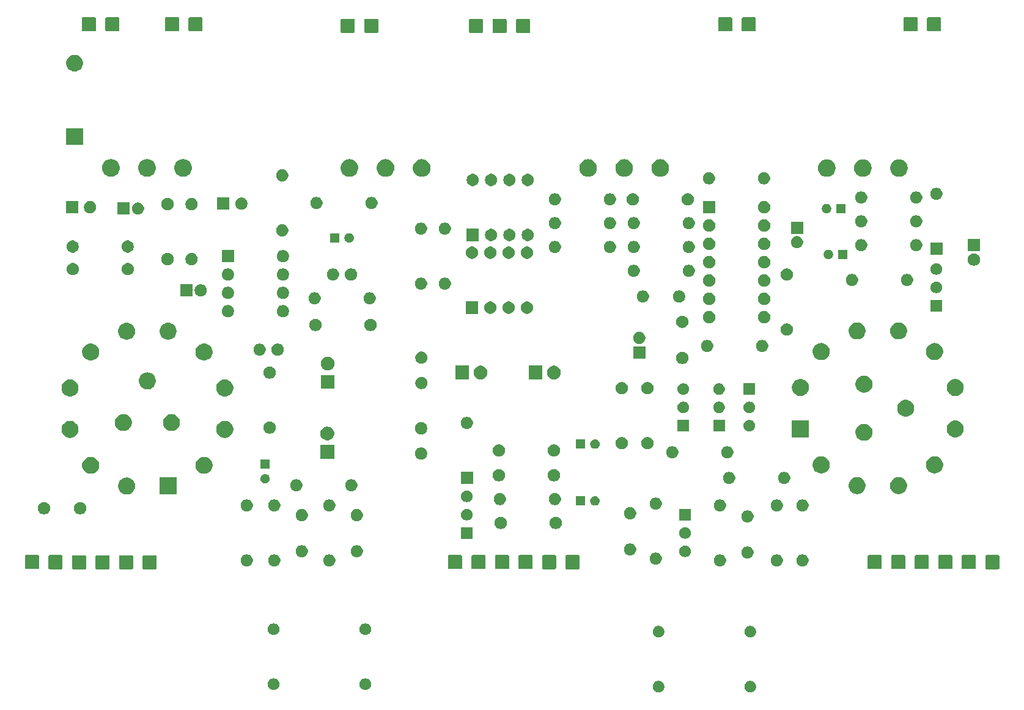
<source format=gbr>
G04 #@! TF.GenerationSoftware,KiCad,Pcbnew,5.1.6*
G04 #@! TF.CreationDate,2020-09-21T15:11:02+01:00*
G04 #@! TF.ProjectId,Tremolo,5472656d-6f6c-46f2-9e6b-696361645f70,V2.0*
G04 #@! TF.SameCoordinates,Original*
G04 #@! TF.FileFunction,Soldermask,Top*
G04 #@! TF.FilePolarity,Negative*
%FSLAX46Y46*%
G04 Gerber Fmt 4.6, Leading zero omitted, Abs format (unit mm)*
G04 Created by KiCad (PCBNEW 5.1.6) date 2020-09-21 15:11:02*
%MOMM*%
%LPD*%
G01*
G04 APERTURE LIST*
%ADD10C,0.152400*%
G04 APERTURE END LIST*
D10*
G36*
X165224800Y-132285686D02*
G01*
X165372393Y-132346821D01*
X165505222Y-132435575D01*
X165618185Y-132548538D01*
X165706940Y-132681369D01*
X165768074Y-132828960D01*
X165799240Y-132985643D01*
X165799240Y-133145397D01*
X165768074Y-133302080D01*
X165706939Y-133449673D01*
X165618185Y-133582502D01*
X165505222Y-133695465D01*
X165372393Y-133784219D01*
X165372392Y-133784220D01*
X165372391Y-133784220D01*
X165224800Y-133845354D01*
X165068118Y-133876520D01*
X164908362Y-133876520D01*
X164751680Y-133845354D01*
X164604089Y-133784220D01*
X164604088Y-133784220D01*
X164604087Y-133784219D01*
X164471258Y-133695465D01*
X164358295Y-133582502D01*
X164269541Y-133449673D01*
X164208406Y-133302080D01*
X164177240Y-133145397D01*
X164177240Y-132985643D01*
X164208406Y-132828960D01*
X164269540Y-132681369D01*
X164358295Y-132548538D01*
X164471258Y-132435575D01*
X164604087Y-132346821D01*
X164751680Y-132285686D01*
X164908362Y-132254520D01*
X165068118Y-132254520D01*
X165224800Y-132285686D01*
G37*
G36*
X152524800Y-132285686D02*
G01*
X152672393Y-132346821D01*
X152805222Y-132435575D01*
X152918185Y-132548538D01*
X153006940Y-132681369D01*
X153068074Y-132828960D01*
X153099240Y-132985643D01*
X153099240Y-133145397D01*
X153068074Y-133302080D01*
X153006939Y-133449673D01*
X152918185Y-133582502D01*
X152805222Y-133695465D01*
X152672393Y-133784219D01*
X152672392Y-133784220D01*
X152672391Y-133784220D01*
X152524800Y-133845354D01*
X152368118Y-133876520D01*
X152208362Y-133876520D01*
X152051680Y-133845354D01*
X151904089Y-133784220D01*
X151904088Y-133784220D01*
X151904087Y-133784219D01*
X151771258Y-133695465D01*
X151658295Y-133582502D01*
X151569541Y-133449673D01*
X151508406Y-133302080D01*
X151477240Y-133145397D01*
X151477240Y-132985643D01*
X151508406Y-132828960D01*
X151569540Y-132681369D01*
X151658295Y-132548538D01*
X151771258Y-132435575D01*
X151904087Y-132346821D01*
X152051680Y-132285686D01*
X152208362Y-132254520D01*
X152368118Y-132254520D01*
X152524800Y-132285686D01*
G37*
G36*
X99197500Y-131952946D02*
G01*
X99345093Y-132014081D01*
X99477922Y-132102835D01*
X99590885Y-132215798D01*
X99678432Y-132346820D01*
X99679640Y-132348629D01*
X99740774Y-132496220D01*
X99771940Y-132652902D01*
X99771940Y-132812658D01*
X99740774Y-132969340D01*
X99734022Y-132985642D01*
X99679639Y-133116933D01*
X99590885Y-133249762D01*
X99477922Y-133362725D01*
X99345093Y-133451479D01*
X99345092Y-133451480D01*
X99345091Y-133451480D01*
X99197500Y-133512614D01*
X99040818Y-133543780D01*
X98881062Y-133543780D01*
X98724380Y-133512614D01*
X98576789Y-133451480D01*
X98576788Y-133451480D01*
X98576787Y-133451479D01*
X98443958Y-133362725D01*
X98330995Y-133249762D01*
X98242241Y-133116933D01*
X98187859Y-132985642D01*
X98181106Y-132969340D01*
X98149940Y-132812658D01*
X98149940Y-132652902D01*
X98181106Y-132496220D01*
X98242240Y-132348629D01*
X98243449Y-132346820D01*
X98330995Y-132215798D01*
X98443958Y-132102835D01*
X98576787Y-132014081D01*
X98724380Y-131952946D01*
X98881062Y-131921780D01*
X99040818Y-131921780D01*
X99197500Y-131952946D01*
G37*
G36*
X111897500Y-131952946D02*
G01*
X112045093Y-132014081D01*
X112177922Y-132102835D01*
X112290885Y-132215798D01*
X112378432Y-132346820D01*
X112379640Y-132348629D01*
X112440774Y-132496220D01*
X112471940Y-132652902D01*
X112471940Y-132812658D01*
X112440774Y-132969340D01*
X112434022Y-132985642D01*
X112379639Y-133116933D01*
X112290885Y-133249762D01*
X112177922Y-133362725D01*
X112045093Y-133451479D01*
X112045092Y-133451480D01*
X112045091Y-133451480D01*
X111897500Y-133512614D01*
X111740818Y-133543780D01*
X111581062Y-133543780D01*
X111424380Y-133512614D01*
X111276789Y-133451480D01*
X111276788Y-133451480D01*
X111276787Y-133451479D01*
X111143958Y-133362725D01*
X111030995Y-133249762D01*
X110942241Y-133116933D01*
X110887859Y-132985642D01*
X110881106Y-132969340D01*
X110849940Y-132812658D01*
X110849940Y-132652902D01*
X110881106Y-132496220D01*
X110942240Y-132348629D01*
X110943449Y-132346820D01*
X111030995Y-132215798D01*
X111143958Y-132102835D01*
X111276787Y-132014081D01*
X111424380Y-131952946D01*
X111581062Y-131921780D01*
X111740818Y-131921780D01*
X111897500Y-131952946D01*
G37*
G36*
X165224800Y-124665686D02*
G01*
X165372393Y-124726821D01*
X165505222Y-124815575D01*
X165618185Y-124928538D01*
X165706940Y-125061369D01*
X165768074Y-125208960D01*
X165799240Y-125365643D01*
X165799240Y-125525397D01*
X165768074Y-125682080D01*
X165706939Y-125829673D01*
X165618185Y-125962502D01*
X165505222Y-126075465D01*
X165372393Y-126164219D01*
X165372392Y-126164220D01*
X165372391Y-126164220D01*
X165224800Y-126225354D01*
X165068118Y-126256520D01*
X164908362Y-126256520D01*
X164751680Y-126225354D01*
X164604089Y-126164220D01*
X164604088Y-126164220D01*
X164604087Y-126164219D01*
X164471258Y-126075465D01*
X164358295Y-125962502D01*
X164269541Y-125829673D01*
X164208406Y-125682080D01*
X164177240Y-125525397D01*
X164177240Y-125365643D01*
X164208406Y-125208960D01*
X164269540Y-125061369D01*
X164358295Y-124928538D01*
X164471258Y-124815575D01*
X164604087Y-124726821D01*
X164751680Y-124665686D01*
X164908362Y-124634520D01*
X165068118Y-124634520D01*
X165224800Y-124665686D01*
G37*
G36*
X152524800Y-124665686D02*
G01*
X152672393Y-124726821D01*
X152805222Y-124815575D01*
X152918185Y-124928538D01*
X153006940Y-125061369D01*
X153068074Y-125208960D01*
X153099240Y-125365643D01*
X153099240Y-125525397D01*
X153068074Y-125682080D01*
X153006939Y-125829673D01*
X152918185Y-125962502D01*
X152805222Y-126075465D01*
X152672393Y-126164219D01*
X152672392Y-126164220D01*
X152672391Y-126164220D01*
X152524800Y-126225354D01*
X152368118Y-126256520D01*
X152208362Y-126256520D01*
X152051680Y-126225354D01*
X151904089Y-126164220D01*
X151904088Y-126164220D01*
X151904087Y-126164219D01*
X151771258Y-126075465D01*
X151658295Y-125962502D01*
X151569541Y-125829673D01*
X151508406Y-125682080D01*
X151477240Y-125525397D01*
X151477240Y-125365643D01*
X151508406Y-125208960D01*
X151569540Y-125061369D01*
X151658295Y-124928538D01*
X151771258Y-124815575D01*
X151904087Y-124726821D01*
X152051680Y-124665686D01*
X152208362Y-124634520D01*
X152368118Y-124634520D01*
X152524800Y-124665686D01*
G37*
G36*
X111897500Y-124332946D02*
G01*
X112045093Y-124394081D01*
X112177922Y-124482835D01*
X112290885Y-124595798D01*
X112378432Y-124726820D01*
X112379640Y-124728629D01*
X112440774Y-124876220D01*
X112471940Y-125032902D01*
X112471940Y-125192658D01*
X112440774Y-125349340D01*
X112434022Y-125365642D01*
X112379639Y-125496933D01*
X112290885Y-125629762D01*
X112177922Y-125742725D01*
X112045093Y-125831479D01*
X112045092Y-125831480D01*
X112045091Y-125831480D01*
X111897500Y-125892614D01*
X111740818Y-125923780D01*
X111581062Y-125923780D01*
X111424380Y-125892614D01*
X111276789Y-125831480D01*
X111276788Y-125831480D01*
X111276787Y-125831479D01*
X111143958Y-125742725D01*
X111030995Y-125629762D01*
X110942241Y-125496933D01*
X110887859Y-125365642D01*
X110881106Y-125349340D01*
X110849940Y-125192658D01*
X110849940Y-125032902D01*
X110881106Y-124876220D01*
X110942240Y-124728629D01*
X110943449Y-124726820D01*
X111030995Y-124595798D01*
X111143958Y-124482835D01*
X111276787Y-124394081D01*
X111424380Y-124332946D01*
X111581062Y-124301780D01*
X111740818Y-124301780D01*
X111897500Y-124332946D01*
G37*
G36*
X99197500Y-124332946D02*
G01*
X99345093Y-124394081D01*
X99477922Y-124482835D01*
X99590885Y-124595798D01*
X99678432Y-124726820D01*
X99679640Y-124728629D01*
X99740774Y-124876220D01*
X99771940Y-125032902D01*
X99771940Y-125192658D01*
X99740774Y-125349340D01*
X99734022Y-125365642D01*
X99679639Y-125496933D01*
X99590885Y-125629762D01*
X99477922Y-125742725D01*
X99345093Y-125831479D01*
X99345092Y-125831480D01*
X99345091Y-125831480D01*
X99197500Y-125892614D01*
X99040818Y-125923780D01*
X98881062Y-125923780D01*
X98724380Y-125892614D01*
X98576789Y-125831480D01*
X98576788Y-125831480D01*
X98576787Y-125831479D01*
X98443958Y-125742725D01*
X98330995Y-125629762D01*
X98242241Y-125496933D01*
X98187859Y-125365642D01*
X98181106Y-125349340D01*
X98149940Y-125192658D01*
X98149940Y-125032902D01*
X98181106Y-124876220D01*
X98242240Y-124728629D01*
X98243449Y-124726820D01*
X98330995Y-124595798D01*
X98443958Y-124482835D01*
X98576787Y-124394081D01*
X98724380Y-124332946D01*
X98881062Y-124301780D01*
X99040818Y-124301780D01*
X99197500Y-124332946D01*
G37*
G36*
X72866301Y-114839209D02*
G01*
X72898562Y-114848995D01*
X72928289Y-114864885D01*
X72954349Y-114886271D01*
X72975735Y-114912331D01*
X72991625Y-114942058D01*
X73001411Y-114974319D01*
X73005320Y-115014008D01*
X73005320Y-116608592D01*
X73001411Y-116648281D01*
X72991625Y-116680542D01*
X72975735Y-116710269D01*
X72954349Y-116736329D01*
X72928289Y-116757715D01*
X72898562Y-116773605D01*
X72866301Y-116783391D01*
X72826612Y-116787300D01*
X71232028Y-116787300D01*
X71192339Y-116783391D01*
X71160078Y-116773605D01*
X71130351Y-116757715D01*
X71104291Y-116736329D01*
X71082905Y-116710269D01*
X71067015Y-116680542D01*
X71057229Y-116648281D01*
X71053320Y-116608592D01*
X71053320Y-115014008D01*
X71057229Y-114974319D01*
X71067015Y-114942058D01*
X71082905Y-114912331D01*
X71104291Y-114886271D01*
X71130351Y-114864885D01*
X71160078Y-114848995D01*
X71192339Y-114839209D01*
X71232028Y-114835300D01*
X72826612Y-114835300D01*
X72866301Y-114839209D01*
G37*
G36*
X76122581Y-114839209D02*
G01*
X76154842Y-114848995D01*
X76184569Y-114864885D01*
X76210629Y-114886271D01*
X76232015Y-114912331D01*
X76247905Y-114942058D01*
X76257691Y-114974319D01*
X76261600Y-115014008D01*
X76261600Y-116608592D01*
X76257691Y-116648281D01*
X76247905Y-116680542D01*
X76232015Y-116710269D01*
X76210629Y-116736329D01*
X76184569Y-116757715D01*
X76154842Y-116773605D01*
X76122581Y-116783391D01*
X76082892Y-116787300D01*
X74488308Y-116787300D01*
X74448619Y-116783391D01*
X74416358Y-116773605D01*
X74386631Y-116757715D01*
X74360571Y-116736329D01*
X74339185Y-116710269D01*
X74323295Y-116680542D01*
X74313509Y-116648281D01*
X74309600Y-116608592D01*
X74309600Y-115014008D01*
X74313509Y-114974319D01*
X74323295Y-114942058D01*
X74339185Y-114912331D01*
X74360571Y-114886271D01*
X74386631Y-114864885D01*
X74416358Y-114848995D01*
X74448619Y-114839209D01*
X74488308Y-114835300D01*
X76082892Y-114835300D01*
X76122581Y-114839209D01*
G37*
G36*
X79378861Y-114839209D02*
G01*
X79411122Y-114848995D01*
X79440849Y-114864885D01*
X79466909Y-114886271D01*
X79488295Y-114912331D01*
X79504185Y-114942058D01*
X79513971Y-114974319D01*
X79517880Y-115014008D01*
X79517880Y-116608592D01*
X79513971Y-116648281D01*
X79504185Y-116680542D01*
X79488295Y-116710269D01*
X79466909Y-116736329D01*
X79440849Y-116757715D01*
X79411122Y-116773605D01*
X79378861Y-116783391D01*
X79339172Y-116787300D01*
X77744588Y-116787300D01*
X77704899Y-116783391D01*
X77672638Y-116773605D01*
X77642911Y-116757715D01*
X77616851Y-116736329D01*
X77595465Y-116710269D01*
X77579575Y-116680542D01*
X77569789Y-116648281D01*
X77565880Y-116608592D01*
X77565880Y-115014008D01*
X77569789Y-114974319D01*
X77579575Y-114942058D01*
X77595465Y-114912331D01*
X77616851Y-114886271D01*
X77642911Y-114864885D01*
X77672638Y-114848995D01*
X77704899Y-114839209D01*
X77744588Y-114835300D01*
X79339172Y-114835300D01*
X79378861Y-114839209D01*
G37*
G36*
X82640221Y-114839209D02*
G01*
X82672482Y-114848995D01*
X82702209Y-114864885D01*
X82728269Y-114886271D01*
X82749655Y-114912331D01*
X82765545Y-114942058D01*
X82775331Y-114974319D01*
X82779240Y-115014008D01*
X82779240Y-116608592D01*
X82775331Y-116648281D01*
X82765545Y-116680542D01*
X82749655Y-116710269D01*
X82728269Y-116736329D01*
X82702209Y-116757715D01*
X82672482Y-116773605D01*
X82640221Y-116783391D01*
X82600532Y-116787300D01*
X81005948Y-116787300D01*
X80966259Y-116783391D01*
X80933998Y-116773605D01*
X80904271Y-116757715D01*
X80878211Y-116736329D01*
X80856825Y-116710269D01*
X80840935Y-116680542D01*
X80831149Y-116648281D01*
X80827240Y-116608592D01*
X80827240Y-115014008D01*
X80831149Y-114974319D01*
X80840935Y-114942058D01*
X80856825Y-114912331D01*
X80878211Y-114886271D01*
X80904271Y-114864885D01*
X80933998Y-114848995D01*
X80966259Y-114839209D01*
X81005948Y-114835300D01*
X82600532Y-114835300D01*
X82640221Y-114839209D01*
G37*
G36*
X141222781Y-114836669D02*
G01*
X141255042Y-114846455D01*
X141284769Y-114862345D01*
X141310829Y-114883731D01*
X141332215Y-114909791D01*
X141348105Y-114939518D01*
X141357891Y-114971779D01*
X141361800Y-115011468D01*
X141361800Y-116606052D01*
X141357891Y-116645741D01*
X141348105Y-116678002D01*
X141332215Y-116707729D01*
X141310829Y-116733789D01*
X141284769Y-116755175D01*
X141255042Y-116771065D01*
X141222781Y-116780851D01*
X141183092Y-116784760D01*
X139588508Y-116784760D01*
X139548819Y-116780851D01*
X139516558Y-116771065D01*
X139486831Y-116755175D01*
X139460771Y-116733789D01*
X139439385Y-116707729D01*
X139423495Y-116678002D01*
X139413709Y-116645741D01*
X139409800Y-116606052D01*
X139409800Y-115011468D01*
X139413709Y-114971779D01*
X139423495Y-114939518D01*
X139439385Y-114909791D01*
X139460771Y-114883731D01*
X139486831Y-114862345D01*
X139516558Y-114846455D01*
X139548819Y-114836669D01*
X139588508Y-114832760D01*
X141183092Y-114832760D01*
X141222781Y-114836669D01*
G37*
G36*
X137956341Y-114836669D02*
G01*
X137988602Y-114846455D01*
X138018329Y-114862345D01*
X138044389Y-114883731D01*
X138065775Y-114909791D01*
X138081665Y-114939518D01*
X138091451Y-114971779D01*
X138095360Y-115011468D01*
X138095360Y-116606052D01*
X138091451Y-116645741D01*
X138081665Y-116678002D01*
X138065775Y-116707729D01*
X138044389Y-116733789D01*
X138018329Y-116755175D01*
X137988602Y-116771065D01*
X137956341Y-116780851D01*
X137916652Y-116784760D01*
X136322068Y-116784760D01*
X136282379Y-116780851D01*
X136250118Y-116771065D01*
X136220391Y-116755175D01*
X136194331Y-116733789D01*
X136172945Y-116707729D01*
X136157055Y-116678002D01*
X136147269Y-116645741D01*
X136143360Y-116606052D01*
X136143360Y-115011468D01*
X136147269Y-114971779D01*
X136157055Y-114939518D01*
X136172945Y-114909791D01*
X136194331Y-114883731D01*
X136220391Y-114862345D01*
X136250118Y-114846455D01*
X136282379Y-114836669D01*
X136322068Y-114832760D01*
X137916652Y-114832760D01*
X137956341Y-114836669D01*
G37*
G36*
X199348141Y-114836669D02*
G01*
X199380402Y-114846455D01*
X199410129Y-114862345D01*
X199436189Y-114883731D01*
X199457575Y-114909791D01*
X199473465Y-114939518D01*
X199483251Y-114971779D01*
X199487160Y-115011468D01*
X199487160Y-116606052D01*
X199483251Y-116645741D01*
X199473465Y-116678002D01*
X199457575Y-116707729D01*
X199436189Y-116733789D01*
X199410129Y-116755175D01*
X199380402Y-116771065D01*
X199348141Y-116780851D01*
X199308452Y-116784760D01*
X197713868Y-116784760D01*
X197674179Y-116780851D01*
X197641918Y-116771065D01*
X197612191Y-116755175D01*
X197586131Y-116733789D01*
X197564745Y-116707729D01*
X197548855Y-116678002D01*
X197539069Y-116645741D01*
X197535160Y-116606052D01*
X197535160Y-115011468D01*
X197539069Y-114971779D01*
X197548855Y-114939518D01*
X197564745Y-114909791D01*
X197586131Y-114883731D01*
X197612191Y-114862345D01*
X197641918Y-114846455D01*
X197674179Y-114836669D01*
X197713868Y-114832760D01*
X199308452Y-114832760D01*
X199348141Y-114836669D01*
G37*
G36*
X69610021Y-114834129D02*
G01*
X69642282Y-114843915D01*
X69672009Y-114859805D01*
X69698069Y-114881191D01*
X69719455Y-114907251D01*
X69735345Y-114936978D01*
X69745131Y-114969239D01*
X69749040Y-115008928D01*
X69749040Y-116603512D01*
X69745131Y-116643201D01*
X69735345Y-116675462D01*
X69719455Y-116705189D01*
X69698069Y-116731249D01*
X69672009Y-116752635D01*
X69642282Y-116768525D01*
X69610021Y-116778311D01*
X69570332Y-116782220D01*
X67975748Y-116782220D01*
X67936059Y-116778311D01*
X67903798Y-116768525D01*
X67874071Y-116752635D01*
X67848011Y-116731249D01*
X67826625Y-116705189D01*
X67810735Y-116675462D01*
X67800949Y-116643201D01*
X67797040Y-116603512D01*
X67797040Y-115008928D01*
X67800949Y-114969239D01*
X67810735Y-114936978D01*
X67826625Y-114907251D01*
X67848011Y-114881191D01*
X67874071Y-114859805D01*
X67903798Y-114843915D01*
X67936059Y-114834129D01*
X67975748Y-114830220D01*
X69570332Y-114830220D01*
X69610021Y-114834129D01*
G37*
G36*
X183054041Y-114831589D02*
G01*
X183086302Y-114841375D01*
X183116029Y-114857265D01*
X183142089Y-114878651D01*
X183163475Y-114904711D01*
X183179365Y-114934438D01*
X183189151Y-114966699D01*
X183193060Y-115006388D01*
X183193060Y-116600972D01*
X183189151Y-116640661D01*
X183179365Y-116672922D01*
X183163475Y-116702649D01*
X183142089Y-116728709D01*
X183116029Y-116750095D01*
X183086302Y-116765985D01*
X183054041Y-116775771D01*
X183014352Y-116779680D01*
X181419768Y-116779680D01*
X181380079Y-116775771D01*
X181347818Y-116765985D01*
X181318091Y-116750095D01*
X181292031Y-116728709D01*
X181270645Y-116702649D01*
X181254755Y-116672922D01*
X181244969Y-116640661D01*
X181241060Y-116600972D01*
X181241060Y-115006388D01*
X181244969Y-114966699D01*
X181254755Y-114934438D01*
X181270645Y-114904711D01*
X181292031Y-114878651D01*
X181318091Y-114857265D01*
X181347818Y-114841375D01*
X181380079Y-114831589D01*
X181419768Y-114827680D01*
X183014352Y-114827680D01*
X183054041Y-114831589D01*
G37*
G36*
X134702601Y-114831589D02*
G01*
X134734862Y-114841375D01*
X134764589Y-114857265D01*
X134790649Y-114878651D01*
X134812035Y-114904711D01*
X134827925Y-114934438D01*
X134837711Y-114966699D01*
X134841620Y-115006388D01*
X134841620Y-116600972D01*
X134837711Y-116640661D01*
X134827925Y-116672922D01*
X134812035Y-116702649D01*
X134790649Y-116728709D01*
X134764589Y-116750095D01*
X134734862Y-116765985D01*
X134702601Y-116775771D01*
X134662912Y-116779680D01*
X133068328Y-116779680D01*
X133028639Y-116775771D01*
X132996378Y-116765985D01*
X132966651Y-116750095D01*
X132940591Y-116728709D01*
X132919205Y-116702649D01*
X132903315Y-116672922D01*
X132893529Y-116640661D01*
X132889620Y-116600972D01*
X132889620Y-115006388D01*
X132893529Y-114966699D01*
X132903315Y-114934438D01*
X132919205Y-114904711D01*
X132940591Y-114878651D01*
X132966651Y-114857265D01*
X132996378Y-114841375D01*
X133028639Y-114831589D01*
X133068328Y-114827680D01*
X134662912Y-114827680D01*
X134702601Y-114831589D01*
G37*
G36*
X131446501Y-114831589D02*
G01*
X131478762Y-114841375D01*
X131508489Y-114857265D01*
X131534549Y-114878651D01*
X131555935Y-114904711D01*
X131571825Y-114934438D01*
X131581611Y-114966699D01*
X131585520Y-115006388D01*
X131585520Y-116600972D01*
X131581611Y-116640661D01*
X131571825Y-116672922D01*
X131555935Y-116702649D01*
X131534549Y-116728709D01*
X131508489Y-116750095D01*
X131478762Y-116765985D01*
X131446501Y-116775771D01*
X131406812Y-116779680D01*
X129812228Y-116779680D01*
X129772539Y-116775771D01*
X129740278Y-116765985D01*
X129710551Y-116750095D01*
X129684491Y-116728709D01*
X129663105Y-116702649D01*
X129647215Y-116672922D01*
X129637429Y-116640661D01*
X129633520Y-116600972D01*
X129633520Y-115006388D01*
X129637429Y-114966699D01*
X129647215Y-114934438D01*
X129663105Y-114904711D01*
X129684491Y-114878651D01*
X129710551Y-114857265D01*
X129740278Y-114841375D01*
X129772539Y-114831589D01*
X129812228Y-114827680D01*
X131406812Y-114827680D01*
X131446501Y-114831589D01*
G37*
G36*
X186315401Y-114831589D02*
G01*
X186347662Y-114841375D01*
X186377389Y-114857265D01*
X186403449Y-114878651D01*
X186424835Y-114904711D01*
X186440725Y-114934438D01*
X186450511Y-114966699D01*
X186454420Y-115006388D01*
X186454420Y-116600972D01*
X186450511Y-116640661D01*
X186440725Y-116672922D01*
X186424835Y-116702649D01*
X186403449Y-116728709D01*
X186377389Y-116750095D01*
X186347662Y-116765985D01*
X186315401Y-116775771D01*
X186275712Y-116779680D01*
X184681128Y-116779680D01*
X184641439Y-116775771D01*
X184609178Y-116765985D01*
X184579451Y-116750095D01*
X184553391Y-116728709D01*
X184532005Y-116702649D01*
X184516115Y-116672922D01*
X184506329Y-116640661D01*
X184502420Y-116600972D01*
X184502420Y-115006388D01*
X184506329Y-114966699D01*
X184516115Y-114934438D01*
X184532005Y-114904711D01*
X184553391Y-114878651D01*
X184579451Y-114857265D01*
X184609178Y-114841375D01*
X184641439Y-114831589D01*
X184681128Y-114827680D01*
X186275712Y-114827680D01*
X186315401Y-114831589D01*
G37*
G36*
X66348881Y-114831589D02*
G01*
X66381142Y-114841375D01*
X66410869Y-114857265D01*
X66436929Y-114878651D01*
X66458315Y-114904711D01*
X66474205Y-114934438D01*
X66483991Y-114966699D01*
X66487900Y-115006388D01*
X66487900Y-116600972D01*
X66483991Y-116640661D01*
X66474205Y-116672922D01*
X66458315Y-116702649D01*
X66436929Y-116728709D01*
X66410869Y-116750095D01*
X66381142Y-116765985D01*
X66348881Y-116775771D01*
X66309192Y-116779680D01*
X64714608Y-116779680D01*
X64674919Y-116775771D01*
X64642658Y-116765985D01*
X64612931Y-116750095D01*
X64586871Y-116728709D01*
X64565485Y-116702649D01*
X64549595Y-116672922D01*
X64539809Y-116640661D01*
X64535900Y-116600972D01*
X64535900Y-115006388D01*
X64539809Y-114966699D01*
X64549595Y-114934438D01*
X64565485Y-114904711D01*
X64586871Y-114878651D01*
X64612931Y-114857265D01*
X64642658Y-114841375D01*
X64674919Y-114831589D01*
X64714608Y-114827680D01*
X66309192Y-114827680D01*
X66348881Y-114831589D01*
G37*
G36*
X196086781Y-114831589D02*
G01*
X196119042Y-114841375D01*
X196148769Y-114857265D01*
X196174829Y-114878651D01*
X196196215Y-114904711D01*
X196212105Y-114934438D01*
X196221891Y-114966699D01*
X196225800Y-115006388D01*
X196225800Y-116600972D01*
X196221891Y-116640661D01*
X196212105Y-116672922D01*
X196196215Y-116702649D01*
X196174829Y-116728709D01*
X196148769Y-116750095D01*
X196119042Y-116765985D01*
X196086781Y-116775771D01*
X196047092Y-116779680D01*
X194452508Y-116779680D01*
X194412819Y-116775771D01*
X194380558Y-116765985D01*
X194350831Y-116750095D01*
X194324771Y-116728709D01*
X194303385Y-116702649D01*
X194287495Y-116672922D01*
X194277709Y-116640661D01*
X194273800Y-116600972D01*
X194273800Y-115006388D01*
X194277709Y-114966699D01*
X194287495Y-114934438D01*
X194303385Y-114904711D01*
X194324771Y-114878651D01*
X194350831Y-114857265D01*
X194380558Y-114841375D01*
X194412819Y-114831589D01*
X194452508Y-114827680D01*
X196047092Y-114827680D01*
X196086781Y-114831589D01*
G37*
G36*
X124933761Y-114829049D02*
G01*
X124966022Y-114838835D01*
X124995749Y-114854725D01*
X125021809Y-114876111D01*
X125043195Y-114902171D01*
X125059085Y-114931898D01*
X125068871Y-114964159D01*
X125072780Y-115003848D01*
X125072780Y-116598432D01*
X125068871Y-116638121D01*
X125059085Y-116670382D01*
X125043195Y-116700109D01*
X125021809Y-116726169D01*
X124995749Y-116747555D01*
X124966022Y-116763445D01*
X124933761Y-116773231D01*
X124894072Y-116777140D01*
X123299488Y-116777140D01*
X123259799Y-116773231D01*
X123227538Y-116763445D01*
X123197811Y-116747555D01*
X123171751Y-116726169D01*
X123150365Y-116700109D01*
X123134475Y-116670382D01*
X123124689Y-116638121D01*
X123120780Y-116598432D01*
X123120780Y-115003848D01*
X123124689Y-114964159D01*
X123134475Y-114931898D01*
X123150365Y-114902171D01*
X123171751Y-114876111D01*
X123197811Y-114854725D01*
X123227538Y-114838835D01*
X123259799Y-114829049D01*
X123299488Y-114825140D01*
X124894072Y-114825140D01*
X124933761Y-114829049D01*
G37*
G36*
X192825421Y-114829049D02*
G01*
X192857682Y-114838835D01*
X192887409Y-114854725D01*
X192913469Y-114876111D01*
X192934855Y-114902171D01*
X192950745Y-114931898D01*
X192960531Y-114964159D01*
X192964440Y-115003848D01*
X192964440Y-116598432D01*
X192960531Y-116638121D01*
X192950745Y-116670382D01*
X192934855Y-116700109D01*
X192913469Y-116726169D01*
X192887409Y-116747555D01*
X192857682Y-116763445D01*
X192825421Y-116773231D01*
X192785732Y-116777140D01*
X191191148Y-116777140D01*
X191151459Y-116773231D01*
X191119198Y-116763445D01*
X191089471Y-116747555D01*
X191063411Y-116726169D01*
X191042025Y-116700109D01*
X191026135Y-116670382D01*
X191016349Y-116638121D01*
X191012440Y-116598432D01*
X191012440Y-115003848D01*
X191016349Y-114964159D01*
X191026135Y-114931898D01*
X191042025Y-114902171D01*
X191063411Y-114876111D01*
X191089471Y-114854725D01*
X191119198Y-114838835D01*
X191151459Y-114829049D01*
X191191148Y-114825140D01*
X192785732Y-114825140D01*
X192825421Y-114829049D01*
G37*
G36*
X128190041Y-114829049D02*
G01*
X128222302Y-114838835D01*
X128252029Y-114854725D01*
X128278089Y-114876111D01*
X128299475Y-114902171D01*
X128315365Y-114931898D01*
X128325151Y-114964159D01*
X128329060Y-115003848D01*
X128329060Y-116598432D01*
X128325151Y-116638121D01*
X128315365Y-116670382D01*
X128299475Y-116700109D01*
X128278089Y-116726169D01*
X128252029Y-116747555D01*
X128222302Y-116763445D01*
X128190041Y-116773231D01*
X128150352Y-116777140D01*
X126555768Y-116777140D01*
X126516079Y-116773231D01*
X126483818Y-116763445D01*
X126454091Y-116747555D01*
X126428031Y-116726169D01*
X126406645Y-116700109D01*
X126390755Y-116670382D01*
X126380969Y-116638121D01*
X126377060Y-116598432D01*
X126377060Y-115003848D01*
X126380969Y-114964159D01*
X126390755Y-114931898D01*
X126406645Y-114902171D01*
X126428031Y-114876111D01*
X126454091Y-114854725D01*
X126483818Y-114838835D01*
X126516079Y-114829049D01*
X126555768Y-114825140D01*
X128150352Y-114825140D01*
X128190041Y-114829049D01*
G37*
G36*
X189569141Y-114826509D02*
G01*
X189601402Y-114836295D01*
X189631129Y-114852185D01*
X189657189Y-114873571D01*
X189678575Y-114899631D01*
X189694465Y-114929358D01*
X189704251Y-114961619D01*
X189708160Y-115001308D01*
X189708160Y-116595892D01*
X189704251Y-116635581D01*
X189694465Y-116667842D01*
X189678575Y-116697569D01*
X189657189Y-116723629D01*
X189631129Y-116745015D01*
X189601402Y-116760905D01*
X189569141Y-116770691D01*
X189529452Y-116774600D01*
X187934868Y-116774600D01*
X187895179Y-116770691D01*
X187862918Y-116760905D01*
X187833191Y-116745015D01*
X187807131Y-116723629D01*
X187785745Y-116697569D01*
X187769855Y-116667842D01*
X187760069Y-116635581D01*
X187756160Y-116595892D01*
X187756160Y-115001308D01*
X187760069Y-114961619D01*
X187769855Y-114929358D01*
X187785745Y-114899631D01*
X187807131Y-114873571D01*
X187833191Y-114852185D01*
X187862918Y-114836295D01*
X187895179Y-114826509D01*
X187934868Y-114822600D01*
X189529452Y-114822600D01*
X189569141Y-114826509D01*
G37*
G36*
X172460228Y-114751703D02*
G01*
X172615100Y-114815853D01*
X172754481Y-114908985D01*
X172873015Y-115027519D01*
X172966147Y-115166900D01*
X173030297Y-115321772D01*
X173063000Y-115486184D01*
X173063000Y-115653816D01*
X173030297Y-115818228D01*
X172966147Y-115973100D01*
X172873015Y-116112481D01*
X172754481Y-116231015D01*
X172615100Y-116324147D01*
X172460228Y-116388297D01*
X172295816Y-116421000D01*
X172128184Y-116421000D01*
X171963772Y-116388297D01*
X171808900Y-116324147D01*
X171669519Y-116231015D01*
X171550985Y-116112481D01*
X171457853Y-115973100D01*
X171393703Y-115818228D01*
X171361000Y-115653816D01*
X171361000Y-115486184D01*
X171393703Y-115321772D01*
X171457853Y-115166900D01*
X171550985Y-115027519D01*
X171669519Y-114908985D01*
X171808900Y-114815853D01*
X171963772Y-114751703D01*
X172128184Y-114719000D01*
X172295816Y-114719000D01*
X172460228Y-114751703D01*
G37*
G36*
X161030228Y-114751703D02*
G01*
X161185100Y-114815853D01*
X161324481Y-114908985D01*
X161443015Y-115027519D01*
X161536147Y-115166900D01*
X161600297Y-115321772D01*
X161633000Y-115486184D01*
X161633000Y-115653816D01*
X161600297Y-115818228D01*
X161536147Y-115973100D01*
X161443015Y-116112481D01*
X161324481Y-116231015D01*
X161185100Y-116324147D01*
X161030228Y-116388297D01*
X160865816Y-116421000D01*
X160698184Y-116421000D01*
X160533772Y-116388297D01*
X160378900Y-116324147D01*
X160239519Y-116231015D01*
X160120985Y-116112481D01*
X160027853Y-115973100D01*
X159963703Y-115818228D01*
X159931000Y-115653816D01*
X159931000Y-115486184D01*
X159963703Y-115321772D01*
X160027853Y-115166900D01*
X160120985Y-115027519D01*
X160239519Y-114908985D01*
X160378900Y-114815853D01*
X160533772Y-114751703D01*
X160698184Y-114719000D01*
X160865816Y-114719000D01*
X161030228Y-114751703D01*
G37*
G36*
X106928228Y-114751703D02*
G01*
X107083100Y-114815853D01*
X107222481Y-114908985D01*
X107341015Y-115027519D01*
X107434147Y-115166900D01*
X107498297Y-115321772D01*
X107531000Y-115486184D01*
X107531000Y-115653816D01*
X107498297Y-115818228D01*
X107434147Y-115973100D01*
X107341015Y-116112481D01*
X107222481Y-116231015D01*
X107083100Y-116324147D01*
X106928228Y-116388297D01*
X106763816Y-116421000D01*
X106596184Y-116421000D01*
X106431772Y-116388297D01*
X106276900Y-116324147D01*
X106137519Y-116231015D01*
X106018985Y-116112481D01*
X105925853Y-115973100D01*
X105861703Y-115818228D01*
X105829000Y-115653816D01*
X105829000Y-115486184D01*
X105861703Y-115321772D01*
X105925853Y-115166900D01*
X106018985Y-115027519D01*
X106137519Y-114908985D01*
X106276900Y-114815853D01*
X106431772Y-114751703D01*
X106596184Y-114719000D01*
X106763816Y-114719000D01*
X106928228Y-114751703D01*
G37*
G36*
X168904228Y-114751703D02*
G01*
X169059100Y-114815853D01*
X169198481Y-114908985D01*
X169317015Y-115027519D01*
X169410147Y-115166900D01*
X169474297Y-115321772D01*
X169507000Y-115486184D01*
X169507000Y-115653816D01*
X169474297Y-115818228D01*
X169410147Y-115973100D01*
X169317015Y-116112481D01*
X169198481Y-116231015D01*
X169059100Y-116324147D01*
X168904228Y-116388297D01*
X168739816Y-116421000D01*
X168572184Y-116421000D01*
X168407772Y-116388297D01*
X168252900Y-116324147D01*
X168113519Y-116231015D01*
X167994985Y-116112481D01*
X167901853Y-115973100D01*
X167837703Y-115818228D01*
X167805000Y-115653816D01*
X167805000Y-115486184D01*
X167837703Y-115321772D01*
X167901853Y-115166900D01*
X167994985Y-115027519D01*
X168113519Y-114908985D01*
X168252900Y-114815853D01*
X168407772Y-114751703D01*
X168572184Y-114719000D01*
X168739816Y-114719000D01*
X168904228Y-114751703D01*
G37*
G36*
X99308228Y-114751703D02*
G01*
X99463100Y-114815853D01*
X99602481Y-114908985D01*
X99721015Y-115027519D01*
X99814147Y-115166900D01*
X99878297Y-115321772D01*
X99911000Y-115486184D01*
X99911000Y-115653816D01*
X99878297Y-115818228D01*
X99814147Y-115973100D01*
X99721015Y-116112481D01*
X99602481Y-116231015D01*
X99463100Y-116324147D01*
X99308228Y-116388297D01*
X99143816Y-116421000D01*
X98976184Y-116421000D01*
X98811772Y-116388297D01*
X98656900Y-116324147D01*
X98517519Y-116231015D01*
X98398985Y-116112481D01*
X98305853Y-115973100D01*
X98241703Y-115818228D01*
X98209000Y-115653816D01*
X98209000Y-115486184D01*
X98241703Y-115321772D01*
X98305853Y-115166900D01*
X98398985Y-115027519D01*
X98517519Y-114908985D01*
X98656900Y-114815853D01*
X98811772Y-114751703D01*
X98976184Y-114719000D01*
X99143816Y-114719000D01*
X99308228Y-114751703D01*
G37*
G36*
X95498228Y-114751703D02*
G01*
X95653100Y-114815853D01*
X95792481Y-114908985D01*
X95911015Y-115027519D01*
X96004147Y-115166900D01*
X96068297Y-115321772D01*
X96101000Y-115486184D01*
X96101000Y-115653816D01*
X96068297Y-115818228D01*
X96004147Y-115973100D01*
X95911015Y-116112481D01*
X95792481Y-116231015D01*
X95653100Y-116324147D01*
X95498228Y-116388297D01*
X95333816Y-116421000D01*
X95166184Y-116421000D01*
X95001772Y-116388297D01*
X94846900Y-116324147D01*
X94707519Y-116231015D01*
X94588985Y-116112481D01*
X94495853Y-115973100D01*
X94431703Y-115818228D01*
X94399000Y-115653816D01*
X94399000Y-115486184D01*
X94431703Y-115321772D01*
X94495853Y-115166900D01*
X94588985Y-115027519D01*
X94707519Y-114908985D01*
X94846900Y-114815853D01*
X95001772Y-114751703D01*
X95166184Y-114719000D01*
X95333816Y-114719000D01*
X95498228Y-114751703D01*
G37*
G36*
X152140228Y-114497703D02*
G01*
X152295100Y-114561853D01*
X152434481Y-114654985D01*
X152553015Y-114773519D01*
X152646147Y-114912900D01*
X152710297Y-115067772D01*
X152743000Y-115232184D01*
X152743000Y-115399816D01*
X152710297Y-115564228D01*
X152646147Y-115719100D01*
X152553015Y-115858481D01*
X152434481Y-115977015D01*
X152295100Y-116070147D01*
X152140228Y-116134297D01*
X151975816Y-116167000D01*
X151808184Y-116167000D01*
X151643772Y-116134297D01*
X151488900Y-116070147D01*
X151349519Y-115977015D01*
X151230985Y-115858481D01*
X151137853Y-115719100D01*
X151073703Y-115564228D01*
X151041000Y-115399816D01*
X151041000Y-115232184D01*
X151073703Y-115067772D01*
X151137853Y-114912900D01*
X151230985Y-114773519D01*
X151349519Y-114654985D01*
X151488900Y-114561853D01*
X151643772Y-114497703D01*
X151808184Y-114465000D01*
X151975816Y-114465000D01*
X152140228Y-114497703D01*
G37*
G36*
X164840228Y-113655703D02*
G01*
X164995100Y-113719853D01*
X165134481Y-113812985D01*
X165253015Y-113931519D01*
X165346147Y-114070900D01*
X165410297Y-114225772D01*
X165443000Y-114390184D01*
X165443000Y-114557816D01*
X165410297Y-114722228D01*
X165346147Y-114877100D01*
X165253015Y-115016481D01*
X165134481Y-115135015D01*
X164995100Y-115228147D01*
X164840228Y-115292297D01*
X164675816Y-115325000D01*
X164508184Y-115325000D01*
X164343772Y-115292297D01*
X164188900Y-115228147D01*
X164049519Y-115135015D01*
X163930985Y-115016481D01*
X163837853Y-114877100D01*
X163773703Y-114722228D01*
X163741000Y-114557816D01*
X163741000Y-114390184D01*
X163773703Y-114225772D01*
X163837853Y-114070900D01*
X163930985Y-113931519D01*
X164049519Y-113812985D01*
X164188900Y-113719853D01*
X164343772Y-113655703D01*
X164508184Y-113623000D01*
X164675816Y-113623000D01*
X164840228Y-113655703D01*
G37*
G36*
X103118228Y-113481703D02*
G01*
X103273100Y-113545853D01*
X103412481Y-113638985D01*
X103531015Y-113757519D01*
X103624147Y-113896900D01*
X103688297Y-114051772D01*
X103721000Y-114216184D01*
X103721000Y-114383816D01*
X103688297Y-114548228D01*
X103624147Y-114703100D01*
X103531015Y-114842481D01*
X103412481Y-114961015D01*
X103273100Y-115054147D01*
X103118228Y-115118297D01*
X102953816Y-115151000D01*
X102786184Y-115151000D01*
X102621772Y-115118297D01*
X102466900Y-115054147D01*
X102327519Y-114961015D01*
X102208985Y-114842481D01*
X102115853Y-114703100D01*
X102051703Y-114548228D01*
X102019000Y-114383816D01*
X102019000Y-114216184D01*
X102051703Y-114051772D01*
X102115853Y-113896900D01*
X102208985Y-113757519D01*
X102327519Y-113638985D01*
X102466900Y-113545853D01*
X102621772Y-113481703D01*
X102786184Y-113449000D01*
X102953816Y-113449000D01*
X103118228Y-113481703D01*
G37*
G36*
X110738228Y-113481703D02*
G01*
X110893100Y-113545853D01*
X111032481Y-113638985D01*
X111151015Y-113757519D01*
X111244147Y-113896900D01*
X111308297Y-114051772D01*
X111341000Y-114216184D01*
X111341000Y-114383816D01*
X111308297Y-114548228D01*
X111244147Y-114703100D01*
X111151015Y-114842481D01*
X111032481Y-114961015D01*
X110893100Y-115054147D01*
X110738228Y-115118297D01*
X110573816Y-115151000D01*
X110406184Y-115151000D01*
X110241772Y-115118297D01*
X110086900Y-115054147D01*
X109947519Y-114961015D01*
X109828985Y-114842481D01*
X109735853Y-114703100D01*
X109671703Y-114548228D01*
X109639000Y-114383816D01*
X109639000Y-114216184D01*
X109671703Y-114051772D01*
X109735853Y-113896900D01*
X109828985Y-113757519D01*
X109947519Y-113638985D01*
X110086900Y-113545853D01*
X110241772Y-113481703D01*
X110406184Y-113449000D01*
X110573816Y-113449000D01*
X110738228Y-113481703D01*
G37*
G36*
X156189642Y-113529781D02*
G01*
X156335414Y-113590162D01*
X156335416Y-113590163D01*
X156466608Y-113677822D01*
X156578178Y-113789392D01*
X156583777Y-113797772D01*
X156665838Y-113920586D01*
X156726219Y-114066358D01*
X156757000Y-114221107D01*
X156757000Y-114378893D01*
X156726219Y-114533642D01*
X156675957Y-114654985D01*
X156665837Y-114679416D01*
X156578178Y-114810608D01*
X156466608Y-114922178D01*
X156335416Y-115009837D01*
X156335415Y-115009838D01*
X156335414Y-115009838D01*
X156189642Y-115070219D01*
X156034893Y-115101000D01*
X155877107Y-115101000D01*
X155722358Y-115070219D01*
X155576586Y-115009838D01*
X155576585Y-115009838D01*
X155576584Y-115009837D01*
X155445392Y-114922178D01*
X155333822Y-114810608D01*
X155246163Y-114679416D01*
X155236043Y-114654985D01*
X155185781Y-114533642D01*
X155155000Y-114378893D01*
X155155000Y-114221107D01*
X155185781Y-114066358D01*
X155246162Y-113920586D01*
X155328223Y-113797772D01*
X155333822Y-113789392D01*
X155445392Y-113677822D01*
X155576584Y-113590163D01*
X155576586Y-113590162D01*
X155722358Y-113529781D01*
X155877107Y-113499000D01*
X156034893Y-113499000D01*
X156189642Y-113529781D01*
G37*
G36*
X148584228Y-113227703D02*
G01*
X148739100Y-113291853D01*
X148878481Y-113384985D01*
X148997015Y-113503519D01*
X149090147Y-113642900D01*
X149154297Y-113797772D01*
X149187000Y-113962184D01*
X149187000Y-114129816D01*
X149154297Y-114294228D01*
X149090147Y-114449100D01*
X148997015Y-114588481D01*
X148878481Y-114707015D01*
X148739100Y-114800147D01*
X148584228Y-114864297D01*
X148419816Y-114897000D01*
X148252184Y-114897000D01*
X148087772Y-114864297D01*
X147932900Y-114800147D01*
X147793519Y-114707015D01*
X147674985Y-114588481D01*
X147581853Y-114449100D01*
X147517703Y-114294228D01*
X147485000Y-114129816D01*
X147485000Y-113962184D01*
X147517703Y-113797772D01*
X147581853Y-113642900D01*
X147674985Y-113503519D01*
X147793519Y-113384985D01*
X147932900Y-113291853D01*
X148087772Y-113227703D01*
X148252184Y-113195000D01*
X148419816Y-113195000D01*
X148584228Y-113227703D01*
G37*
G36*
X126531000Y-112561000D02*
G01*
X124929000Y-112561000D01*
X124929000Y-110959000D01*
X126531000Y-110959000D01*
X126531000Y-112561000D01*
G37*
G36*
X156189642Y-110989781D02*
G01*
X156335414Y-111050162D01*
X156335416Y-111050163D01*
X156466608Y-111137822D01*
X156578178Y-111249392D01*
X156665837Y-111380584D01*
X156665838Y-111380586D01*
X156726219Y-111526358D01*
X156757000Y-111681107D01*
X156757000Y-111838893D01*
X156726219Y-111993642D01*
X156665838Y-112139414D01*
X156665837Y-112139416D01*
X156578178Y-112270608D01*
X156466608Y-112382178D01*
X156335416Y-112469837D01*
X156335415Y-112469838D01*
X156335414Y-112469838D01*
X156189642Y-112530219D01*
X156034893Y-112561000D01*
X155877107Y-112561000D01*
X155722358Y-112530219D01*
X155576586Y-112469838D01*
X155576585Y-112469838D01*
X155576584Y-112469837D01*
X155445392Y-112382178D01*
X155333822Y-112270608D01*
X155246163Y-112139416D01*
X155246162Y-112139414D01*
X155185781Y-111993642D01*
X155155000Y-111838893D01*
X155155000Y-111681107D01*
X155185781Y-111526358D01*
X155246162Y-111380586D01*
X155246163Y-111380584D01*
X155333822Y-111249392D01*
X155445392Y-111137822D01*
X155576584Y-111050163D01*
X155576586Y-111050162D01*
X155722358Y-110989781D01*
X155877107Y-110959000D01*
X156034893Y-110959000D01*
X156189642Y-110989781D01*
G37*
G36*
X138297228Y-109544703D02*
G01*
X138452100Y-109608853D01*
X138591481Y-109701985D01*
X138710015Y-109820519D01*
X138803147Y-109959900D01*
X138867297Y-110114772D01*
X138900000Y-110279184D01*
X138900000Y-110446816D01*
X138867297Y-110611228D01*
X138803147Y-110766100D01*
X138710015Y-110905481D01*
X138591481Y-111024015D01*
X138452100Y-111117147D01*
X138297228Y-111181297D01*
X138132816Y-111214000D01*
X137965184Y-111214000D01*
X137800772Y-111181297D01*
X137645900Y-111117147D01*
X137506519Y-111024015D01*
X137387985Y-110905481D01*
X137294853Y-110766100D01*
X137230703Y-110611228D01*
X137198000Y-110446816D01*
X137198000Y-110279184D01*
X137230703Y-110114772D01*
X137294853Y-109959900D01*
X137387985Y-109820519D01*
X137506519Y-109701985D01*
X137645900Y-109608853D01*
X137800772Y-109544703D01*
X137965184Y-109512000D01*
X138132816Y-109512000D01*
X138297228Y-109544703D01*
G37*
G36*
X130677228Y-109544703D02*
G01*
X130832100Y-109608853D01*
X130971481Y-109701985D01*
X131090015Y-109820519D01*
X131183147Y-109959900D01*
X131247297Y-110114772D01*
X131280000Y-110279184D01*
X131280000Y-110446816D01*
X131247297Y-110611228D01*
X131183147Y-110766100D01*
X131090015Y-110905481D01*
X130971481Y-111024015D01*
X130832100Y-111117147D01*
X130677228Y-111181297D01*
X130512816Y-111214000D01*
X130345184Y-111214000D01*
X130180772Y-111181297D01*
X130025900Y-111117147D01*
X129886519Y-111024015D01*
X129767985Y-110905481D01*
X129674853Y-110766100D01*
X129610703Y-110611228D01*
X129578000Y-110446816D01*
X129578000Y-110279184D01*
X129610703Y-110114772D01*
X129674853Y-109959900D01*
X129767985Y-109820519D01*
X129886519Y-109701985D01*
X130025900Y-109608853D01*
X130180772Y-109544703D01*
X130345184Y-109512000D01*
X130512816Y-109512000D01*
X130677228Y-109544703D01*
G37*
G36*
X164840228Y-108655703D02*
G01*
X164995100Y-108719853D01*
X165134481Y-108812985D01*
X165253015Y-108931519D01*
X165346147Y-109070900D01*
X165410297Y-109225772D01*
X165443000Y-109390184D01*
X165443000Y-109557816D01*
X165410297Y-109722228D01*
X165346147Y-109877100D01*
X165253015Y-110016481D01*
X165134481Y-110135015D01*
X164995100Y-110228147D01*
X164840228Y-110292297D01*
X164675816Y-110325000D01*
X164508184Y-110325000D01*
X164343772Y-110292297D01*
X164188900Y-110228147D01*
X164049519Y-110135015D01*
X163930985Y-110016481D01*
X163837853Y-109877100D01*
X163773703Y-109722228D01*
X163741000Y-109557816D01*
X163741000Y-109390184D01*
X163773703Y-109225772D01*
X163837853Y-109070900D01*
X163930985Y-108931519D01*
X164049519Y-108812985D01*
X164188900Y-108719853D01*
X164343772Y-108655703D01*
X164508184Y-108623000D01*
X164675816Y-108623000D01*
X164840228Y-108655703D01*
G37*
G36*
X103118228Y-108481703D02*
G01*
X103273100Y-108545853D01*
X103412481Y-108638985D01*
X103531015Y-108757519D01*
X103624147Y-108896900D01*
X103688297Y-109051772D01*
X103721000Y-109216184D01*
X103721000Y-109383816D01*
X103688297Y-109548228D01*
X103624147Y-109703100D01*
X103531015Y-109842481D01*
X103412481Y-109961015D01*
X103273100Y-110054147D01*
X103118228Y-110118297D01*
X102953816Y-110151000D01*
X102786184Y-110151000D01*
X102621772Y-110118297D01*
X102466900Y-110054147D01*
X102327519Y-109961015D01*
X102208985Y-109842481D01*
X102115853Y-109703100D01*
X102051703Y-109548228D01*
X102019000Y-109383816D01*
X102019000Y-109216184D01*
X102051703Y-109051772D01*
X102115853Y-108896900D01*
X102208985Y-108757519D01*
X102327519Y-108638985D01*
X102466900Y-108545853D01*
X102621772Y-108481703D01*
X102786184Y-108449000D01*
X102953816Y-108449000D01*
X103118228Y-108481703D01*
G37*
G36*
X110738228Y-108481703D02*
G01*
X110893100Y-108545853D01*
X111032481Y-108638985D01*
X111151015Y-108757519D01*
X111244147Y-108896900D01*
X111308297Y-109051772D01*
X111341000Y-109216184D01*
X111341000Y-109383816D01*
X111308297Y-109548228D01*
X111244147Y-109703100D01*
X111151015Y-109842481D01*
X111032481Y-109961015D01*
X110893100Y-110054147D01*
X110738228Y-110118297D01*
X110573816Y-110151000D01*
X110406184Y-110151000D01*
X110241772Y-110118297D01*
X110086900Y-110054147D01*
X109947519Y-109961015D01*
X109828985Y-109842481D01*
X109735853Y-109703100D01*
X109671703Y-109548228D01*
X109639000Y-109383816D01*
X109639000Y-109216184D01*
X109671703Y-109051772D01*
X109735853Y-108896900D01*
X109828985Y-108757519D01*
X109947519Y-108638985D01*
X110086900Y-108545853D01*
X110241772Y-108481703D01*
X110406184Y-108449000D01*
X110573816Y-108449000D01*
X110738228Y-108481703D01*
G37*
G36*
X156757000Y-110021000D02*
G01*
X155155000Y-110021000D01*
X155155000Y-108419000D01*
X156757000Y-108419000D01*
X156757000Y-110021000D01*
G37*
G36*
X125963642Y-108449781D02*
G01*
X126109414Y-108510162D01*
X126109416Y-108510163D01*
X126240608Y-108597822D01*
X126352178Y-108709392D01*
X126411230Y-108797771D01*
X126439838Y-108840586D01*
X126500219Y-108986358D01*
X126531000Y-109141107D01*
X126531000Y-109298893D01*
X126500219Y-109453642D01*
X126439838Y-109599414D01*
X126439837Y-109599416D01*
X126352178Y-109730608D01*
X126240608Y-109842178D01*
X126109416Y-109929837D01*
X126109415Y-109929838D01*
X126109414Y-109929838D01*
X125963642Y-109990219D01*
X125808893Y-110021000D01*
X125651107Y-110021000D01*
X125496358Y-109990219D01*
X125350586Y-109929838D01*
X125350585Y-109929838D01*
X125350584Y-109929837D01*
X125219392Y-109842178D01*
X125107822Y-109730608D01*
X125020163Y-109599416D01*
X125020162Y-109599414D01*
X124959781Y-109453642D01*
X124929000Y-109298893D01*
X124929000Y-109141107D01*
X124959781Y-108986358D01*
X125020162Y-108840586D01*
X125048770Y-108797771D01*
X125107822Y-108709392D01*
X125219392Y-108597822D01*
X125350584Y-108510163D01*
X125350586Y-108510162D01*
X125496358Y-108449781D01*
X125651107Y-108419000D01*
X125808893Y-108419000D01*
X125963642Y-108449781D01*
G37*
G36*
X148584228Y-108227703D02*
G01*
X148739100Y-108291853D01*
X148878481Y-108384985D01*
X148997015Y-108503519D01*
X149090147Y-108642900D01*
X149154297Y-108797772D01*
X149187000Y-108962184D01*
X149187000Y-109129816D01*
X149154297Y-109294228D01*
X149090147Y-109449100D01*
X148997015Y-109588481D01*
X148878481Y-109707015D01*
X148739100Y-109800147D01*
X148584228Y-109864297D01*
X148419816Y-109897000D01*
X148252184Y-109897000D01*
X148087772Y-109864297D01*
X147932900Y-109800147D01*
X147793519Y-109707015D01*
X147674985Y-109588481D01*
X147581853Y-109449100D01*
X147517703Y-109294228D01*
X147485000Y-109129816D01*
X147485000Y-108962184D01*
X147517703Y-108797772D01*
X147581853Y-108642900D01*
X147674985Y-108503519D01*
X147793519Y-108384985D01*
X147932900Y-108291853D01*
X148087772Y-108227703D01*
X148252184Y-108195000D01*
X148419816Y-108195000D01*
X148584228Y-108227703D01*
G37*
G36*
X67431228Y-107512703D02*
G01*
X67586100Y-107576853D01*
X67725481Y-107669985D01*
X67844015Y-107788519D01*
X67937147Y-107927900D01*
X68001297Y-108082772D01*
X68034000Y-108247184D01*
X68034000Y-108414816D01*
X68001297Y-108579228D01*
X67937147Y-108734100D01*
X67844015Y-108873481D01*
X67725481Y-108992015D01*
X67586100Y-109085147D01*
X67431228Y-109149297D01*
X67266816Y-109182000D01*
X67099184Y-109182000D01*
X66934772Y-109149297D01*
X66779900Y-109085147D01*
X66640519Y-108992015D01*
X66521985Y-108873481D01*
X66428853Y-108734100D01*
X66364703Y-108579228D01*
X66332000Y-108414816D01*
X66332000Y-108247184D01*
X66364703Y-108082772D01*
X66428853Y-107927900D01*
X66521985Y-107788519D01*
X66640519Y-107669985D01*
X66779900Y-107576853D01*
X66934772Y-107512703D01*
X67099184Y-107480000D01*
X67266816Y-107480000D01*
X67431228Y-107512703D01*
G37*
G36*
X72431228Y-107512703D02*
G01*
X72586100Y-107576853D01*
X72725481Y-107669985D01*
X72844015Y-107788519D01*
X72937147Y-107927900D01*
X73001297Y-108082772D01*
X73034000Y-108247184D01*
X73034000Y-108414816D01*
X73001297Y-108579228D01*
X72937147Y-108734100D01*
X72844015Y-108873481D01*
X72725481Y-108992015D01*
X72586100Y-109085147D01*
X72431228Y-109149297D01*
X72266816Y-109182000D01*
X72099184Y-109182000D01*
X71934772Y-109149297D01*
X71779900Y-109085147D01*
X71640519Y-108992015D01*
X71521985Y-108873481D01*
X71428853Y-108734100D01*
X71364703Y-108579228D01*
X71332000Y-108414816D01*
X71332000Y-108247184D01*
X71364703Y-108082772D01*
X71428853Y-107927900D01*
X71521985Y-107788519D01*
X71640519Y-107669985D01*
X71779900Y-107576853D01*
X71934772Y-107512703D01*
X72099184Y-107480000D01*
X72266816Y-107480000D01*
X72431228Y-107512703D01*
G37*
G36*
X95498228Y-107131703D02*
G01*
X95653100Y-107195853D01*
X95792481Y-107288985D01*
X95911015Y-107407519D01*
X96004147Y-107546900D01*
X96068297Y-107701772D01*
X96101000Y-107866184D01*
X96101000Y-108033816D01*
X96068297Y-108198228D01*
X96004147Y-108353100D01*
X95911015Y-108492481D01*
X95792481Y-108611015D01*
X95653100Y-108704147D01*
X95498228Y-108768297D01*
X95333816Y-108801000D01*
X95166184Y-108801000D01*
X95001772Y-108768297D01*
X94846900Y-108704147D01*
X94707519Y-108611015D01*
X94588985Y-108492481D01*
X94495853Y-108353100D01*
X94431703Y-108198228D01*
X94399000Y-108033816D01*
X94399000Y-107866184D01*
X94431703Y-107701772D01*
X94495853Y-107546900D01*
X94588985Y-107407519D01*
X94707519Y-107288985D01*
X94846900Y-107195853D01*
X95001772Y-107131703D01*
X95166184Y-107099000D01*
X95333816Y-107099000D01*
X95498228Y-107131703D01*
G37*
G36*
X99308228Y-107131703D02*
G01*
X99463100Y-107195853D01*
X99602481Y-107288985D01*
X99721015Y-107407519D01*
X99814147Y-107546900D01*
X99878297Y-107701772D01*
X99911000Y-107866184D01*
X99911000Y-108033816D01*
X99878297Y-108198228D01*
X99814147Y-108353100D01*
X99721015Y-108492481D01*
X99602481Y-108611015D01*
X99463100Y-108704147D01*
X99308228Y-108768297D01*
X99143816Y-108801000D01*
X98976184Y-108801000D01*
X98811772Y-108768297D01*
X98656900Y-108704147D01*
X98517519Y-108611015D01*
X98398985Y-108492481D01*
X98305853Y-108353100D01*
X98241703Y-108198228D01*
X98209000Y-108033816D01*
X98209000Y-107866184D01*
X98241703Y-107701772D01*
X98305853Y-107546900D01*
X98398985Y-107407519D01*
X98517519Y-107288985D01*
X98656900Y-107195853D01*
X98811772Y-107131703D01*
X98976184Y-107099000D01*
X99143816Y-107099000D01*
X99308228Y-107131703D01*
G37*
G36*
X106928228Y-107131703D02*
G01*
X107083100Y-107195853D01*
X107222481Y-107288985D01*
X107341015Y-107407519D01*
X107434147Y-107546900D01*
X107498297Y-107701772D01*
X107531000Y-107866184D01*
X107531000Y-108033816D01*
X107498297Y-108198228D01*
X107434147Y-108353100D01*
X107341015Y-108492481D01*
X107222481Y-108611015D01*
X107083100Y-108704147D01*
X106928228Y-108768297D01*
X106763816Y-108801000D01*
X106596184Y-108801000D01*
X106431772Y-108768297D01*
X106276900Y-108704147D01*
X106137519Y-108611015D01*
X106018985Y-108492481D01*
X105925853Y-108353100D01*
X105861703Y-108198228D01*
X105829000Y-108033816D01*
X105829000Y-107866184D01*
X105861703Y-107701772D01*
X105925853Y-107546900D01*
X106018985Y-107407519D01*
X106137519Y-107288985D01*
X106276900Y-107195853D01*
X106431772Y-107131703D01*
X106596184Y-107099000D01*
X106763816Y-107099000D01*
X106928228Y-107131703D01*
G37*
G36*
X168904228Y-107131703D02*
G01*
X169059100Y-107195853D01*
X169198481Y-107288985D01*
X169317015Y-107407519D01*
X169410147Y-107546900D01*
X169474297Y-107701772D01*
X169507000Y-107866184D01*
X169507000Y-108033816D01*
X169474297Y-108198228D01*
X169410147Y-108353100D01*
X169317015Y-108492481D01*
X169198481Y-108611015D01*
X169059100Y-108704147D01*
X168904228Y-108768297D01*
X168739816Y-108801000D01*
X168572184Y-108801000D01*
X168407772Y-108768297D01*
X168252900Y-108704147D01*
X168113519Y-108611015D01*
X167994985Y-108492481D01*
X167901853Y-108353100D01*
X167837703Y-108198228D01*
X167805000Y-108033816D01*
X167805000Y-107866184D01*
X167837703Y-107701772D01*
X167901853Y-107546900D01*
X167994985Y-107407519D01*
X168113519Y-107288985D01*
X168252900Y-107195853D01*
X168407772Y-107131703D01*
X168572184Y-107099000D01*
X168739816Y-107099000D01*
X168904228Y-107131703D01*
G37*
G36*
X172460228Y-107131703D02*
G01*
X172615100Y-107195853D01*
X172754481Y-107288985D01*
X172873015Y-107407519D01*
X172966147Y-107546900D01*
X173030297Y-107701772D01*
X173063000Y-107866184D01*
X173063000Y-108033816D01*
X173030297Y-108198228D01*
X172966147Y-108353100D01*
X172873015Y-108492481D01*
X172754481Y-108611015D01*
X172615100Y-108704147D01*
X172460228Y-108768297D01*
X172295816Y-108801000D01*
X172128184Y-108801000D01*
X171963772Y-108768297D01*
X171808900Y-108704147D01*
X171669519Y-108611015D01*
X171550985Y-108492481D01*
X171457853Y-108353100D01*
X171393703Y-108198228D01*
X171361000Y-108033816D01*
X171361000Y-107866184D01*
X171393703Y-107701772D01*
X171457853Y-107546900D01*
X171550985Y-107407519D01*
X171669519Y-107288985D01*
X171808900Y-107195853D01*
X171963772Y-107131703D01*
X172128184Y-107099000D01*
X172295816Y-107099000D01*
X172460228Y-107131703D01*
G37*
G36*
X161030228Y-107131703D02*
G01*
X161185100Y-107195853D01*
X161324481Y-107288985D01*
X161443015Y-107407519D01*
X161536147Y-107546900D01*
X161600297Y-107701772D01*
X161633000Y-107866184D01*
X161633000Y-108033816D01*
X161600297Y-108198228D01*
X161536147Y-108353100D01*
X161443015Y-108492481D01*
X161324481Y-108611015D01*
X161185100Y-108704147D01*
X161030228Y-108768297D01*
X160865816Y-108801000D01*
X160698184Y-108801000D01*
X160533772Y-108768297D01*
X160378900Y-108704147D01*
X160239519Y-108611015D01*
X160120985Y-108492481D01*
X160027853Y-108353100D01*
X159963703Y-108198228D01*
X159931000Y-108033816D01*
X159931000Y-107866184D01*
X159963703Y-107701772D01*
X160027853Y-107546900D01*
X160120985Y-107407519D01*
X160239519Y-107288985D01*
X160378900Y-107195853D01*
X160533772Y-107131703D01*
X160698184Y-107099000D01*
X160865816Y-107099000D01*
X161030228Y-107131703D01*
G37*
G36*
X152140228Y-106877703D02*
G01*
X152295100Y-106941853D01*
X152434481Y-107034985D01*
X152553015Y-107153519D01*
X152646147Y-107292900D01*
X152710297Y-107447772D01*
X152743000Y-107612184D01*
X152743000Y-107779816D01*
X152710297Y-107944228D01*
X152646147Y-108099100D01*
X152553015Y-108238481D01*
X152434481Y-108357015D01*
X152295100Y-108450147D01*
X152140228Y-108514297D01*
X151975816Y-108547000D01*
X151808184Y-108547000D01*
X151643772Y-108514297D01*
X151488900Y-108450147D01*
X151349519Y-108357015D01*
X151230985Y-108238481D01*
X151137853Y-108099100D01*
X151073703Y-107944228D01*
X151041000Y-107779816D01*
X151041000Y-107612184D01*
X151073703Y-107447772D01*
X151137853Y-107292900D01*
X151230985Y-107153519D01*
X151349519Y-107034985D01*
X151488900Y-106941853D01*
X151643772Y-106877703D01*
X151808184Y-106845000D01*
X151975816Y-106845000D01*
X152140228Y-106877703D01*
G37*
G36*
X143667890Y-106689017D02*
G01*
X143786364Y-106738091D01*
X143817496Y-106758893D01*
X143892988Y-106809335D01*
X143983665Y-106900012D01*
X144054910Y-107006638D01*
X144103983Y-107125110D01*
X144129000Y-107250881D01*
X144129000Y-107379119D01*
X144103983Y-107504890D01*
X144086581Y-107546903D01*
X144054909Y-107623364D01*
X143983665Y-107729988D01*
X143892988Y-107820665D01*
X143786364Y-107891909D01*
X143786363Y-107891910D01*
X143786362Y-107891910D01*
X143667890Y-107940983D01*
X143542119Y-107966000D01*
X143413881Y-107966000D01*
X143288110Y-107940983D01*
X143169638Y-107891910D01*
X143169637Y-107891910D01*
X143169636Y-107891909D01*
X143063012Y-107820665D01*
X142972335Y-107729988D01*
X142901091Y-107623364D01*
X142869420Y-107546903D01*
X142852017Y-107504890D01*
X142827000Y-107379119D01*
X142827000Y-107250881D01*
X142852017Y-107125110D01*
X142901090Y-107006638D01*
X142972335Y-106900012D01*
X143063012Y-106809335D01*
X143138504Y-106758893D01*
X143169636Y-106738091D01*
X143288110Y-106689017D01*
X143413881Y-106664000D01*
X143542119Y-106664000D01*
X143667890Y-106689017D01*
G37*
G36*
X142129000Y-107966000D02*
G01*
X140827000Y-107966000D01*
X140827000Y-106664000D01*
X142129000Y-106664000D01*
X142129000Y-107966000D01*
G37*
G36*
X130550228Y-106242703D02*
G01*
X130705100Y-106306853D01*
X130844481Y-106399985D01*
X130963015Y-106518519D01*
X131056147Y-106657900D01*
X131120297Y-106812772D01*
X131153000Y-106977184D01*
X131153000Y-107144816D01*
X131120297Y-107309228D01*
X131056147Y-107464100D01*
X130963015Y-107603481D01*
X130844481Y-107722015D01*
X130705100Y-107815147D01*
X130550228Y-107879297D01*
X130385816Y-107912000D01*
X130218184Y-107912000D01*
X130053772Y-107879297D01*
X129898900Y-107815147D01*
X129759519Y-107722015D01*
X129640985Y-107603481D01*
X129547853Y-107464100D01*
X129483703Y-107309228D01*
X129451000Y-107144816D01*
X129451000Y-106977184D01*
X129483703Y-106812772D01*
X129547853Y-106657900D01*
X129640985Y-106518519D01*
X129759519Y-106399985D01*
X129898900Y-106306853D01*
X130053772Y-106242703D01*
X130218184Y-106210000D01*
X130385816Y-106210000D01*
X130550228Y-106242703D01*
G37*
G36*
X138170228Y-106242703D02*
G01*
X138325100Y-106306853D01*
X138464481Y-106399985D01*
X138583015Y-106518519D01*
X138676147Y-106657900D01*
X138740297Y-106812772D01*
X138773000Y-106977184D01*
X138773000Y-107144816D01*
X138740297Y-107309228D01*
X138676147Y-107464100D01*
X138583015Y-107603481D01*
X138464481Y-107722015D01*
X138325100Y-107815147D01*
X138170228Y-107879297D01*
X138005816Y-107912000D01*
X137838184Y-107912000D01*
X137673772Y-107879297D01*
X137518900Y-107815147D01*
X137379519Y-107722015D01*
X137260985Y-107603481D01*
X137167853Y-107464100D01*
X137103703Y-107309228D01*
X137071000Y-107144816D01*
X137071000Y-106977184D01*
X137103703Y-106812772D01*
X137167853Y-106657900D01*
X137260985Y-106518519D01*
X137379519Y-106399985D01*
X137518900Y-106306853D01*
X137673772Y-106242703D01*
X137838184Y-106210000D01*
X138005816Y-106210000D01*
X138170228Y-106242703D01*
G37*
G36*
X125963642Y-105909781D02*
G01*
X126109414Y-105970162D01*
X126109416Y-105970163D01*
X126240608Y-106057822D01*
X126352178Y-106169392D01*
X126439837Y-106300584D01*
X126439838Y-106300586D01*
X126500219Y-106446358D01*
X126531000Y-106601107D01*
X126531000Y-106758893D01*
X126500219Y-106913642D01*
X126449957Y-107034985D01*
X126439837Y-107059416D01*
X126352178Y-107190608D01*
X126240608Y-107302178D01*
X126109416Y-107389837D01*
X126109415Y-107389838D01*
X126109414Y-107389838D01*
X125963642Y-107450219D01*
X125808893Y-107481000D01*
X125651107Y-107481000D01*
X125496358Y-107450219D01*
X125350586Y-107389838D01*
X125350585Y-107389838D01*
X125350584Y-107389837D01*
X125219392Y-107302178D01*
X125107822Y-107190608D01*
X125020163Y-107059416D01*
X125010043Y-107034985D01*
X124959781Y-106913642D01*
X124929000Y-106758893D01*
X124929000Y-106601107D01*
X124959781Y-106446358D01*
X125020162Y-106300586D01*
X125020163Y-106300584D01*
X125107822Y-106169392D01*
X125219392Y-106057822D01*
X125350584Y-105970163D01*
X125350586Y-105970162D01*
X125496358Y-105909781D01*
X125651107Y-105879000D01*
X125808893Y-105879000D01*
X125963642Y-105909781D01*
G37*
G36*
X78814920Y-104092784D02*
G01*
X78966387Y-104122913D01*
X79180405Y-104211562D01*
X79198744Y-104223816D01*
X79373014Y-104340259D01*
X79536821Y-104504066D01*
X79622618Y-104632471D01*
X79665518Y-104696675D01*
X79754167Y-104910693D01*
X79763636Y-104958297D01*
X79786290Y-105072184D01*
X79799360Y-105137894D01*
X79799360Y-105369546D01*
X79754167Y-105596747D01*
X79665518Y-105810765D01*
X79665517Y-105810766D01*
X79536821Y-106003374D01*
X79373014Y-106167181D01*
X79259987Y-106242703D01*
X79180405Y-106295878D01*
X78966387Y-106384527D01*
X78814920Y-106414656D01*
X78739187Y-106429720D01*
X78507533Y-106429720D01*
X78431800Y-106414656D01*
X78280333Y-106384527D01*
X78066315Y-106295878D01*
X77986733Y-106242703D01*
X77873706Y-106167181D01*
X77709899Y-106003374D01*
X77581203Y-105810766D01*
X77581202Y-105810765D01*
X77492553Y-105596747D01*
X77447360Y-105369546D01*
X77447360Y-105137894D01*
X77460431Y-105072184D01*
X77483084Y-104958297D01*
X77492553Y-104910693D01*
X77581202Y-104696675D01*
X77624102Y-104632471D01*
X77709899Y-104504066D01*
X77873706Y-104340259D01*
X78047976Y-104223816D01*
X78066315Y-104211562D01*
X78280333Y-104122913D01*
X78431800Y-104092784D01*
X78507533Y-104077720D01*
X78739187Y-104077720D01*
X78814920Y-104092784D01*
G37*
G36*
X85539360Y-106429720D02*
G01*
X83187360Y-106429720D01*
X83187360Y-104077720D01*
X85539360Y-104077720D01*
X85539360Y-106429720D01*
G37*
G36*
X185719040Y-104034364D02*
G01*
X185870507Y-104064493D01*
X186084525Y-104153142D01*
X186148729Y-104196042D01*
X186277134Y-104281839D01*
X186440941Y-104445646D01*
X186486044Y-104513148D01*
X186569638Y-104638255D01*
X186658287Y-104852273D01*
X186703480Y-105079474D01*
X186703480Y-105311126D01*
X186658287Y-105538327D01*
X186569638Y-105752345D01*
X186569637Y-105752346D01*
X186440941Y-105944954D01*
X186277134Y-106108761D01*
X186189705Y-106167179D01*
X186084525Y-106237458D01*
X185870507Y-106326107D01*
X185719040Y-106356236D01*
X185643307Y-106371300D01*
X185411653Y-106371300D01*
X185335920Y-106356236D01*
X185184453Y-106326107D01*
X184970435Y-106237458D01*
X184865255Y-106167179D01*
X184777826Y-106108761D01*
X184614019Y-105944954D01*
X184485323Y-105752346D01*
X184485322Y-105752345D01*
X184396673Y-105538327D01*
X184351480Y-105311126D01*
X184351480Y-105079474D01*
X184396673Y-104852273D01*
X184485322Y-104638255D01*
X184568916Y-104513148D01*
X184614019Y-104445646D01*
X184777826Y-104281839D01*
X184906231Y-104196042D01*
X184970435Y-104153142D01*
X185184453Y-104064493D01*
X185335920Y-104034364D01*
X185411653Y-104019300D01*
X185643307Y-104019300D01*
X185719040Y-104034364D01*
G37*
G36*
X179979040Y-104034364D02*
G01*
X180130507Y-104064493D01*
X180344525Y-104153142D01*
X180408729Y-104196042D01*
X180537134Y-104281839D01*
X180700941Y-104445646D01*
X180746044Y-104513148D01*
X180829638Y-104638255D01*
X180918287Y-104852273D01*
X180963480Y-105079474D01*
X180963480Y-105311126D01*
X180918287Y-105538327D01*
X180829638Y-105752345D01*
X180829637Y-105752346D01*
X180700941Y-105944954D01*
X180537134Y-106108761D01*
X180449705Y-106167179D01*
X180344525Y-106237458D01*
X180130507Y-106326107D01*
X179979040Y-106356236D01*
X179903307Y-106371300D01*
X179671653Y-106371300D01*
X179595920Y-106356236D01*
X179444453Y-106326107D01*
X179230435Y-106237458D01*
X179125255Y-106167179D01*
X179037826Y-106108761D01*
X178874019Y-105944954D01*
X178745323Y-105752346D01*
X178745322Y-105752345D01*
X178656673Y-105538327D01*
X178611480Y-105311126D01*
X178611480Y-105079474D01*
X178656673Y-104852273D01*
X178745322Y-104638255D01*
X178828916Y-104513148D01*
X178874019Y-104445646D01*
X179037826Y-104281839D01*
X179166231Y-104196042D01*
X179230435Y-104153142D01*
X179444453Y-104064493D01*
X179595920Y-104034364D01*
X179671653Y-104019300D01*
X179903307Y-104019300D01*
X179979040Y-104034364D01*
G37*
G36*
X109976228Y-104337703D02*
G01*
X110131100Y-104401853D01*
X110270481Y-104494985D01*
X110389015Y-104613519D01*
X110482147Y-104752900D01*
X110546297Y-104907772D01*
X110579000Y-105072184D01*
X110579000Y-105239816D01*
X110546297Y-105404228D01*
X110482147Y-105559100D01*
X110389015Y-105698481D01*
X110270481Y-105817015D01*
X110131100Y-105910147D01*
X109976228Y-105974297D01*
X109811816Y-106007000D01*
X109644184Y-106007000D01*
X109479772Y-105974297D01*
X109324900Y-105910147D01*
X109185519Y-105817015D01*
X109066985Y-105698481D01*
X108973853Y-105559100D01*
X108909703Y-105404228D01*
X108877000Y-105239816D01*
X108877000Y-105072184D01*
X108909703Y-104907772D01*
X108973853Y-104752900D01*
X109066985Y-104613519D01*
X109185519Y-104494985D01*
X109324900Y-104401853D01*
X109479772Y-104337703D01*
X109644184Y-104305000D01*
X109811816Y-104305000D01*
X109976228Y-104337703D01*
G37*
G36*
X102356228Y-104337703D02*
G01*
X102511100Y-104401853D01*
X102650481Y-104494985D01*
X102769015Y-104613519D01*
X102862147Y-104752900D01*
X102926297Y-104907772D01*
X102959000Y-105072184D01*
X102959000Y-105239816D01*
X102926297Y-105404228D01*
X102862147Y-105559100D01*
X102769015Y-105698481D01*
X102650481Y-105817015D01*
X102511100Y-105910147D01*
X102356228Y-105974297D01*
X102191816Y-106007000D01*
X102024184Y-106007000D01*
X101859772Y-105974297D01*
X101704900Y-105910147D01*
X101565519Y-105817015D01*
X101446985Y-105698481D01*
X101353853Y-105559100D01*
X101289703Y-105404228D01*
X101257000Y-105239816D01*
X101257000Y-105072184D01*
X101289703Y-104907772D01*
X101353853Y-104752900D01*
X101446985Y-104613519D01*
X101565519Y-104494985D01*
X101704900Y-104401853D01*
X101859772Y-104337703D01*
X102024184Y-104305000D01*
X102191816Y-104305000D01*
X102356228Y-104337703D01*
G37*
G36*
X169920228Y-103321703D02*
G01*
X170075100Y-103385853D01*
X170214481Y-103478985D01*
X170333015Y-103597519D01*
X170426147Y-103736900D01*
X170490297Y-103891772D01*
X170523000Y-104056184D01*
X170523000Y-104223816D01*
X170490297Y-104388228D01*
X170426147Y-104543100D01*
X170333015Y-104682481D01*
X170214481Y-104801015D01*
X170075100Y-104894147D01*
X169920228Y-104958297D01*
X169755816Y-104991000D01*
X169588184Y-104991000D01*
X169423772Y-104958297D01*
X169268900Y-104894147D01*
X169129519Y-104801015D01*
X169010985Y-104682481D01*
X168917853Y-104543100D01*
X168853703Y-104388228D01*
X168821000Y-104223816D01*
X168821000Y-104056184D01*
X168853703Y-103891772D01*
X168917853Y-103736900D01*
X169010985Y-103597519D01*
X169129519Y-103478985D01*
X169268900Y-103385853D01*
X169423772Y-103321703D01*
X169588184Y-103289000D01*
X169755816Y-103289000D01*
X169920228Y-103321703D01*
G37*
G36*
X126581000Y-104991000D02*
G01*
X124879000Y-104991000D01*
X124879000Y-103289000D01*
X126581000Y-103289000D01*
X126581000Y-104991000D01*
G37*
G36*
X162300228Y-103321703D02*
G01*
X162455100Y-103385853D01*
X162594481Y-103478985D01*
X162713015Y-103597519D01*
X162806147Y-103736900D01*
X162870297Y-103891772D01*
X162903000Y-104056184D01*
X162903000Y-104223816D01*
X162870297Y-104388228D01*
X162806147Y-104543100D01*
X162713015Y-104682481D01*
X162594481Y-104801015D01*
X162455100Y-104894147D01*
X162300228Y-104958297D01*
X162135816Y-104991000D01*
X161968184Y-104991000D01*
X161803772Y-104958297D01*
X161648900Y-104894147D01*
X161509519Y-104801015D01*
X161390985Y-104682481D01*
X161297853Y-104543100D01*
X161233703Y-104388228D01*
X161201000Y-104223816D01*
X161201000Y-104056184D01*
X161233703Y-103891772D01*
X161297853Y-103736900D01*
X161390985Y-103597519D01*
X161509519Y-103478985D01*
X161648900Y-103385853D01*
X161803772Y-103321703D01*
X161968184Y-103289000D01*
X162135816Y-103289000D01*
X162300228Y-103321703D01*
G37*
G36*
X97979890Y-103609017D02*
G01*
X98098364Y-103658091D01*
X98204988Y-103729335D01*
X98295665Y-103820012D01*
X98343614Y-103891772D01*
X98366910Y-103926638D01*
X98415983Y-104045110D01*
X98441000Y-104170881D01*
X98441000Y-104299119D01*
X98415983Y-104424890D01*
X98367019Y-104543100D01*
X98366909Y-104543364D01*
X98295665Y-104649988D01*
X98204988Y-104740665D01*
X98098364Y-104811909D01*
X98098363Y-104811910D01*
X98098362Y-104811910D01*
X97979890Y-104860983D01*
X97854119Y-104886000D01*
X97725881Y-104886000D01*
X97600110Y-104860983D01*
X97481638Y-104811910D01*
X97481637Y-104811910D01*
X97481636Y-104811909D01*
X97375012Y-104740665D01*
X97284335Y-104649988D01*
X97213091Y-104543364D01*
X97212982Y-104543100D01*
X97164017Y-104424890D01*
X97139000Y-104299119D01*
X97139000Y-104170881D01*
X97164017Y-104045110D01*
X97213090Y-103926638D01*
X97236387Y-103891772D01*
X97284335Y-103820012D01*
X97375012Y-103729335D01*
X97481636Y-103658091D01*
X97600110Y-103609017D01*
X97725881Y-103584000D01*
X97854119Y-103584000D01*
X97979890Y-103609017D01*
G37*
G36*
X130423228Y-102940703D02*
G01*
X130578100Y-103004853D01*
X130717481Y-103097985D01*
X130836015Y-103216519D01*
X130929147Y-103355900D01*
X130993297Y-103510772D01*
X131026000Y-103675184D01*
X131026000Y-103842816D01*
X130993297Y-104007228D01*
X130929147Y-104162100D01*
X130836015Y-104301481D01*
X130717481Y-104420015D01*
X130578100Y-104513147D01*
X130423228Y-104577297D01*
X130258816Y-104610000D01*
X130091184Y-104610000D01*
X129926772Y-104577297D01*
X129771900Y-104513147D01*
X129632519Y-104420015D01*
X129513985Y-104301481D01*
X129420853Y-104162100D01*
X129356703Y-104007228D01*
X129324000Y-103842816D01*
X129324000Y-103675184D01*
X129356703Y-103510772D01*
X129420853Y-103355900D01*
X129513985Y-103216519D01*
X129632519Y-103097985D01*
X129771900Y-103004853D01*
X129926772Y-102940703D01*
X130091184Y-102908000D01*
X130258816Y-102908000D01*
X130423228Y-102940703D01*
G37*
G36*
X138043228Y-102940703D02*
G01*
X138198100Y-103004853D01*
X138337481Y-103097985D01*
X138456015Y-103216519D01*
X138549147Y-103355900D01*
X138613297Y-103510772D01*
X138646000Y-103675184D01*
X138646000Y-103842816D01*
X138613297Y-104007228D01*
X138549147Y-104162100D01*
X138456015Y-104301481D01*
X138337481Y-104420015D01*
X138198100Y-104513147D01*
X138043228Y-104577297D01*
X137878816Y-104610000D01*
X137711184Y-104610000D01*
X137546772Y-104577297D01*
X137391900Y-104513147D01*
X137252519Y-104420015D01*
X137133985Y-104301481D01*
X137040853Y-104162100D01*
X136976703Y-104007228D01*
X136944000Y-103842816D01*
X136944000Y-103675184D01*
X136976703Y-103510772D01*
X137040853Y-103355900D01*
X137133985Y-103216519D01*
X137252519Y-103097985D01*
X137391900Y-103004853D01*
X137546772Y-102940703D01*
X137711184Y-102908000D01*
X137878816Y-102908000D01*
X138043228Y-102940703D01*
G37*
G36*
X89534920Y-101222784D02*
G01*
X89686387Y-101252913D01*
X89900405Y-101341562D01*
X89900406Y-101341563D01*
X90093014Y-101470259D01*
X90256821Y-101634066D01*
X90342618Y-101762471D01*
X90385518Y-101826675D01*
X90474167Y-102040693D01*
X90519360Y-102267894D01*
X90519360Y-102499546D01*
X90474167Y-102726747D01*
X90385518Y-102940765D01*
X90385517Y-102940766D01*
X90256821Y-103133374D01*
X90093014Y-103297181D01*
X89964609Y-103382978D01*
X89900405Y-103425878D01*
X89686387Y-103514527D01*
X89534920Y-103544656D01*
X89459187Y-103559720D01*
X89227533Y-103559720D01*
X89151800Y-103544656D01*
X89000333Y-103514527D01*
X88786315Y-103425878D01*
X88722111Y-103382978D01*
X88593706Y-103297181D01*
X88429899Y-103133374D01*
X88301203Y-102940766D01*
X88301202Y-102940765D01*
X88212553Y-102726747D01*
X88167360Y-102499546D01*
X88167360Y-102267894D01*
X88212553Y-102040693D01*
X88301202Y-101826675D01*
X88344102Y-101762471D01*
X88429899Y-101634066D01*
X88593706Y-101470259D01*
X88786314Y-101341563D01*
X88786315Y-101341562D01*
X89000333Y-101252913D01*
X89151800Y-101222784D01*
X89227533Y-101207720D01*
X89459187Y-101207720D01*
X89534920Y-101222784D01*
G37*
G36*
X73834920Y-101222784D02*
G01*
X73986387Y-101252913D01*
X74200405Y-101341562D01*
X74200406Y-101341563D01*
X74393014Y-101470259D01*
X74556821Y-101634066D01*
X74642618Y-101762471D01*
X74685518Y-101826675D01*
X74774167Y-102040693D01*
X74819360Y-102267894D01*
X74819360Y-102499546D01*
X74774167Y-102726747D01*
X74685518Y-102940765D01*
X74685517Y-102940766D01*
X74556821Y-103133374D01*
X74393014Y-103297181D01*
X74264609Y-103382978D01*
X74200405Y-103425878D01*
X73986387Y-103514527D01*
X73834920Y-103544656D01*
X73759187Y-103559720D01*
X73527533Y-103559720D01*
X73451800Y-103544656D01*
X73300333Y-103514527D01*
X73086315Y-103425878D01*
X73022111Y-103382978D01*
X72893706Y-103297181D01*
X72729899Y-103133374D01*
X72601203Y-102940766D01*
X72601202Y-102940765D01*
X72512553Y-102726747D01*
X72467360Y-102499546D01*
X72467360Y-102267894D01*
X72512553Y-102040693D01*
X72601202Y-101826675D01*
X72644102Y-101762471D01*
X72729899Y-101634066D01*
X72893706Y-101470259D01*
X73086314Y-101341563D01*
X73086315Y-101341562D01*
X73300333Y-101252913D01*
X73451800Y-101222784D01*
X73527533Y-101207720D01*
X73759187Y-101207720D01*
X73834920Y-101222784D01*
G37*
G36*
X190662806Y-101157157D02*
G01*
X190850507Y-101194493D01*
X191064525Y-101283142D01*
X191064526Y-101283143D01*
X191257134Y-101411839D01*
X191420941Y-101575646D01*
X191506738Y-101704051D01*
X191549638Y-101768255D01*
X191638287Y-101982273D01*
X191683480Y-102209474D01*
X191683480Y-102441126D01*
X191638287Y-102668327D01*
X191549638Y-102882345D01*
X191532496Y-102908000D01*
X191420941Y-103074954D01*
X191257134Y-103238761D01*
X191169705Y-103297179D01*
X191064525Y-103367458D01*
X190850507Y-103456107D01*
X190735491Y-103478985D01*
X190623307Y-103501300D01*
X190391653Y-103501300D01*
X190279469Y-103478985D01*
X190164453Y-103456107D01*
X189950435Y-103367458D01*
X189845255Y-103297179D01*
X189757826Y-103238761D01*
X189594019Y-103074954D01*
X189482464Y-102908000D01*
X189465322Y-102882345D01*
X189376673Y-102668327D01*
X189331480Y-102441126D01*
X189331480Y-102209474D01*
X189376673Y-101982273D01*
X189465322Y-101768255D01*
X189508222Y-101704051D01*
X189594019Y-101575646D01*
X189757826Y-101411839D01*
X189950434Y-101283143D01*
X189950435Y-101283142D01*
X190164453Y-101194493D01*
X190352154Y-101157157D01*
X190391653Y-101149300D01*
X190623307Y-101149300D01*
X190662806Y-101157157D01*
G37*
G36*
X174962806Y-101157157D02*
G01*
X175150507Y-101194493D01*
X175364525Y-101283142D01*
X175364526Y-101283143D01*
X175557134Y-101411839D01*
X175720941Y-101575646D01*
X175806738Y-101704051D01*
X175849638Y-101768255D01*
X175938287Y-101982273D01*
X175983480Y-102209474D01*
X175983480Y-102441126D01*
X175938287Y-102668327D01*
X175849638Y-102882345D01*
X175832496Y-102908000D01*
X175720941Y-103074954D01*
X175557134Y-103238761D01*
X175469705Y-103297179D01*
X175364525Y-103367458D01*
X175150507Y-103456107D01*
X175035491Y-103478985D01*
X174923307Y-103501300D01*
X174691653Y-103501300D01*
X174579469Y-103478985D01*
X174464453Y-103456107D01*
X174250435Y-103367458D01*
X174145255Y-103297179D01*
X174057826Y-103238761D01*
X173894019Y-103074954D01*
X173782464Y-102908000D01*
X173765322Y-102882345D01*
X173676673Y-102668327D01*
X173631480Y-102441126D01*
X173631480Y-102209474D01*
X173676673Y-101982273D01*
X173765322Y-101768255D01*
X173808222Y-101704051D01*
X173894019Y-101575646D01*
X174057826Y-101411839D01*
X174250434Y-101283143D01*
X174250435Y-101283142D01*
X174464453Y-101194493D01*
X174652154Y-101157157D01*
X174691653Y-101149300D01*
X174923307Y-101149300D01*
X174962806Y-101157157D01*
G37*
G36*
X98441000Y-102886000D02*
G01*
X97139000Y-102886000D01*
X97139000Y-101584000D01*
X98441000Y-101584000D01*
X98441000Y-102886000D01*
G37*
G36*
X119648548Y-99935763D02*
G01*
X119803420Y-99999913D01*
X119942801Y-100093045D01*
X120061335Y-100211579D01*
X120154467Y-100350960D01*
X120218617Y-100505832D01*
X120251320Y-100670244D01*
X120251320Y-100837876D01*
X120218617Y-101002288D01*
X120154467Y-101157160D01*
X120061335Y-101296541D01*
X119942801Y-101415075D01*
X119803420Y-101508207D01*
X119648548Y-101572357D01*
X119484136Y-101605060D01*
X119316504Y-101605060D01*
X119152092Y-101572357D01*
X118997220Y-101508207D01*
X118857839Y-101415075D01*
X118739305Y-101296541D01*
X118646173Y-101157160D01*
X118582023Y-101002288D01*
X118549320Y-100837876D01*
X118549320Y-100670244D01*
X118582023Y-100505832D01*
X118646173Y-100350960D01*
X118739305Y-100211579D01*
X118857839Y-100093045D01*
X118997220Y-99999913D01*
X119152092Y-99935763D01*
X119316504Y-99903060D01*
X119484136Y-99903060D01*
X119648548Y-99935763D01*
G37*
G36*
X107354140Y-101468960D02*
G01*
X105452140Y-101468960D01*
X105452140Y-99566960D01*
X107354140Y-99566960D01*
X107354140Y-101468960D01*
G37*
G36*
X162046228Y-99765703D02*
G01*
X162201100Y-99829853D01*
X162340481Y-99922985D01*
X162459015Y-100041519D01*
X162552147Y-100180900D01*
X162616297Y-100335772D01*
X162649000Y-100500184D01*
X162649000Y-100667816D01*
X162616297Y-100832228D01*
X162552147Y-100987100D01*
X162459015Y-101126481D01*
X162340481Y-101245015D01*
X162201100Y-101338147D01*
X162046228Y-101402297D01*
X161881816Y-101435000D01*
X161714184Y-101435000D01*
X161549772Y-101402297D01*
X161394900Y-101338147D01*
X161255519Y-101245015D01*
X161136985Y-101126481D01*
X161043853Y-100987100D01*
X160979703Y-100832228D01*
X160947000Y-100667816D01*
X160947000Y-100500184D01*
X160979703Y-100335772D01*
X161043853Y-100180900D01*
X161136985Y-100041519D01*
X161255519Y-99922985D01*
X161394900Y-99829853D01*
X161549772Y-99765703D01*
X161714184Y-99733000D01*
X161881816Y-99733000D01*
X162046228Y-99765703D01*
G37*
G36*
X154426228Y-99765703D02*
G01*
X154581100Y-99829853D01*
X154720481Y-99922985D01*
X154839015Y-100041519D01*
X154932147Y-100180900D01*
X154996297Y-100335772D01*
X155029000Y-100500184D01*
X155029000Y-100667816D01*
X154996297Y-100832228D01*
X154932147Y-100987100D01*
X154839015Y-101126481D01*
X154720481Y-101245015D01*
X154581100Y-101338147D01*
X154426228Y-101402297D01*
X154261816Y-101435000D01*
X154094184Y-101435000D01*
X153929772Y-101402297D01*
X153774900Y-101338147D01*
X153635519Y-101245015D01*
X153516985Y-101126481D01*
X153423853Y-100987100D01*
X153359703Y-100832228D01*
X153327000Y-100667816D01*
X153327000Y-100500184D01*
X153359703Y-100335772D01*
X153423853Y-100180900D01*
X153516985Y-100041519D01*
X153635519Y-99922985D01*
X153774900Y-99829853D01*
X153929772Y-99765703D01*
X154094184Y-99733000D01*
X154261816Y-99733000D01*
X154426228Y-99765703D01*
G37*
G36*
X138043228Y-99511703D02*
G01*
X138198100Y-99575853D01*
X138337481Y-99668985D01*
X138456015Y-99787519D01*
X138549147Y-99926900D01*
X138613297Y-100081772D01*
X138646000Y-100246184D01*
X138646000Y-100413816D01*
X138613297Y-100578228D01*
X138549147Y-100733100D01*
X138456015Y-100872481D01*
X138337481Y-100991015D01*
X138198100Y-101084147D01*
X138043228Y-101148297D01*
X137878816Y-101181000D01*
X137711184Y-101181000D01*
X137546772Y-101148297D01*
X137391900Y-101084147D01*
X137252519Y-100991015D01*
X137133985Y-100872481D01*
X137040853Y-100733100D01*
X136976703Y-100578228D01*
X136944000Y-100413816D01*
X136944000Y-100246184D01*
X136976703Y-100081772D01*
X137040853Y-99926900D01*
X137133985Y-99787519D01*
X137252519Y-99668985D01*
X137391900Y-99575853D01*
X137546772Y-99511703D01*
X137711184Y-99479000D01*
X137878816Y-99479000D01*
X138043228Y-99511703D01*
G37*
G36*
X130423228Y-99511703D02*
G01*
X130578100Y-99575853D01*
X130717481Y-99668985D01*
X130836015Y-99787519D01*
X130929147Y-99926900D01*
X130993297Y-100081772D01*
X131026000Y-100246184D01*
X131026000Y-100413816D01*
X130993297Y-100578228D01*
X130929147Y-100733100D01*
X130836015Y-100872481D01*
X130717481Y-100991015D01*
X130578100Y-101084147D01*
X130423228Y-101148297D01*
X130258816Y-101181000D01*
X130091184Y-101181000D01*
X129926772Y-101148297D01*
X129771900Y-101084147D01*
X129632519Y-100991015D01*
X129513985Y-100872481D01*
X129420853Y-100733100D01*
X129356703Y-100578228D01*
X129324000Y-100413816D01*
X129324000Y-100246184D01*
X129356703Y-100081772D01*
X129420853Y-99926900D01*
X129513985Y-99787519D01*
X129632519Y-99668985D01*
X129771900Y-99575853D01*
X129926772Y-99511703D01*
X130091184Y-99479000D01*
X130258816Y-99479000D01*
X130423228Y-99511703D01*
G37*
G36*
X150997228Y-98495703D02*
G01*
X151152100Y-98559853D01*
X151291481Y-98652985D01*
X151410015Y-98771519D01*
X151503147Y-98910900D01*
X151567297Y-99065772D01*
X151600000Y-99230184D01*
X151600000Y-99397816D01*
X151567297Y-99562228D01*
X151503147Y-99717100D01*
X151410015Y-99856481D01*
X151291481Y-99975015D01*
X151152100Y-100068147D01*
X150997228Y-100132297D01*
X150832816Y-100165000D01*
X150665184Y-100165000D01*
X150500772Y-100132297D01*
X150345900Y-100068147D01*
X150206519Y-99975015D01*
X150087985Y-99856481D01*
X149994853Y-99717100D01*
X149930703Y-99562228D01*
X149898000Y-99397816D01*
X149898000Y-99230184D01*
X149930703Y-99065772D01*
X149994853Y-98910900D01*
X150087985Y-98771519D01*
X150206519Y-98652985D01*
X150345900Y-98559853D01*
X150500772Y-98495703D01*
X150665184Y-98463000D01*
X150832816Y-98463000D01*
X150997228Y-98495703D01*
G37*
G36*
X147441228Y-98495703D02*
G01*
X147596100Y-98559853D01*
X147735481Y-98652985D01*
X147854015Y-98771519D01*
X147947147Y-98910900D01*
X148011297Y-99065772D01*
X148044000Y-99230184D01*
X148044000Y-99397816D01*
X148011297Y-99562228D01*
X147947147Y-99717100D01*
X147854015Y-99856481D01*
X147735481Y-99975015D01*
X147596100Y-100068147D01*
X147441228Y-100132297D01*
X147276816Y-100165000D01*
X147109184Y-100165000D01*
X146944772Y-100132297D01*
X146789900Y-100068147D01*
X146650519Y-99975015D01*
X146531985Y-99856481D01*
X146438853Y-99717100D01*
X146374703Y-99562228D01*
X146342000Y-99397816D01*
X146342000Y-99230184D01*
X146374703Y-99065772D01*
X146438853Y-98910900D01*
X146531985Y-98771519D01*
X146650519Y-98652985D01*
X146789900Y-98559853D01*
X146944772Y-98495703D01*
X147109184Y-98463000D01*
X147276816Y-98463000D01*
X147441228Y-98495703D01*
G37*
G36*
X143667890Y-98815017D02*
G01*
X143786364Y-98864091D01*
X143856423Y-98910903D01*
X143892988Y-98935335D01*
X143983665Y-99026012D01*
X144054910Y-99132638D01*
X144103983Y-99251110D01*
X144129000Y-99376881D01*
X144129000Y-99505119D01*
X144114930Y-99575853D01*
X144103983Y-99630890D01*
X144054909Y-99749364D01*
X143983665Y-99855988D01*
X143892988Y-99946665D01*
X143786364Y-100017909D01*
X143786363Y-100017910D01*
X143786362Y-100017910D01*
X143667890Y-100066983D01*
X143542119Y-100092000D01*
X143413881Y-100092000D01*
X143288110Y-100066983D01*
X143169638Y-100017910D01*
X143169637Y-100017910D01*
X143169636Y-100017909D01*
X143063012Y-99946665D01*
X142972335Y-99855988D01*
X142901091Y-99749364D01*
X142852017Y-99630890D01*
X142841070Y-99575853D01*
X142827000Y-99505119D01*
X142827000Y-99376881D01*
X142852017Y-99251110D01*
X142901090Y-99132638D01*
X142972335Y-99026012D01*
X143063012Y-98935335D01*
X143099577Y-98910903D01*
X143169636Y-98864091D01*
X143288110Y-98815017D01*
X143413881Y-98790000D01*
X143542119Y-98790000D01*
X143667890Y-98815017D01*
G37*
G36*
X142129000Y-100092000D02*
G01*
X140827000Y-100092000D01*
X140827000Y-98790000D01*
X142129000Y-98790000D01*
X142129000Y-100092000D01*
G37*
G36*
X180924040Y-96648364D02*
G01*
X181075507Y-96678493D01*
X181289525Y-96767142D01*
X181341312Y-96801745D01*
X181482134Y-96895839D01*
X181645941Y-97059646D01*
X181727037Y-97181015D01*
X181774638Y-97252255D01*
X181863287Y-97466273D01*
X181908480Y-97693474D01*
X181908480Y-97925126D01*
X181863287Y-98152327D01*
X181774638Y-98366345D01*
X181733157Y-98428426D01*
X181645941Y-98558954D01*
X181482134Y-98722761D01*
X181381503Y-98790000D01*
X181289525Y-98851458D01*
X181075507Y-98940107D01*
X180924040Y-98970236D01*
X180848307Y-98985300D01*
X180616653Y-98985300D01*
X180540920Y-98970236D01*
X180389453Y-98940107D01*
X180175435Y-98851458D01*
X180083457Y-98790000D01*
X179982826Y-98722761D01*
X179819019Y-98558954D01*
X179731803Y-98428426D01*
X179690322Y-98366345D01*
X179601673Y-98152327D01*
X179556480Y-97925126D01*
X179556480Y-97693474D01*
X179601673Y-97466273D01*
X179690322Y-97252255D01*
X179737923Y-97181015D01*
X179819019Y-97059646D01*
X179982826Y-96895839D01*
X180123648Y-96801745D01*
X180175435Y-96767142D01*
X180389453Y-96678493D01*
X180540920Y-96648364D01*
X180616653Y-96633300D01*
X180848307Y-96633300D01*
X180924040Y-96648364D01*
G37*
G36*
X106680535Y-97063506D02*
G01*
X106853606Y-97135194D01*
X106853607Y-97135195D01*
X107009367Y-97239270D01*
X107141830Y-97371733D01*
X107141831Y-97371735D01*
X107245906Y-97527494D01*
X107317594Y-97700565D01*
X107354140Y-97884293D01*
X107354140Y-98071627D01*
X107317594Y-98255355D01*
X107245906Y-98428426D01*
X107194221Y-98505778D01*
X107141830Y-98584187D01*
X107009367Y-98716650D01*
X107000224Y-98722759D01*
X106853606Y-98820726D01*
X106680535Y-98892414D01*
X106496807Y-98928960D01*
X106309473Y-98928960D01*
X106125745Y-98892414D01*
X105952674Y-98820726D01*
X105806056Y-98722759D01*
X105796913Y-98716650D01*
X105664450Y-98584187D01*
X105612059Y-98505778D01*
X105560374Y-98428426D01*
X105488686Y-98255355D01*
X105452140Y-98071627D01*
X105452140Y-97884293D01*
X105488686Y-97700565D01*
X105560374Y-97527494D01*
X105664449Y-97371735D01*
X105664450Y-97371733D01*
X105796913Y-97239270D01*
X105952673Y-97135195D01*
X105952674Y-97135194D01*
X106125745Y-97063506D01*
X106309473Y-97026960D01*
X106496807Y-97026960D01*
X106680535Y-97063506D01*
G37*
G36*
X70964920Y-96242784D02*
G01*
X71116387Y-96272913D01*
X71330405Y-96361562D01*
X71330406Y-96361563D01*
X71523014Y-96490259D01*
X71686821Y-96654066D01*
X71725250Y-96711580D01*
X71815518Y-96846675D01*
X71904167Y-97060693D01*
X71949360Y-97287894D01*
X71949360Y-97519546D01*
X71904167Y-97746747D01*
X71815518Y-97960765D01*
X71807144Y-97973297D01*
X71686821Y-98153374D01*
X71523014Y-98317181D01*
X71394609Y-98402978D01*
X71330405Y-98445878D01*
X71116387Y-98534527D01*
X70993584Y-98558954D01*
X70889187Y-98579720D01*
X70657533Y-98579720D01*
X70553136Y-98558954D01*
X70430333Y-98534527D01*
X70216315Y-98445878D01*
X70152111Y-98402978D01*
X70023706Y-98317181D01*
X69859899Y-98153374D01*
X69739576Y-97973297D01*
X69731202Y-97960765D01*
X69642553Y-97746747D01*
X69597360Y-97519546D01*
X69597360Y-97287894D01*
X69642553Y-97060693D01*
X69731202Y-96846675D01*
X69821470Y-96711580D01*
X69859899Y-96654066D01*
X70023706Y-96490259D01*
X70216314Y-96361563D01*
X70216315Y-96361562D01*
X70430333Y-96272913D01*
X70581800Y-96242784D01*
X70657533Y-96227720D01*
X70889187Y-96227720D01*
X70964920Y-96242784D01*
G37*
G36*
X92404920Y-96242784D02*
G01*
X92556387Y-96272913D01*
X92770405Y-96361562D01*
X92770406Y-96361563D01*
X92963014Y-96490259D01*
X93126821Y-96654066D01*
X93165250Y-96711580D01*
X93255518Y-96846675D01*
X93344167Y-97060693D01*
X93389360Y-97287894D01*
X93389360Y-97519546D01*
X93344167Y-97746747D01*
X93255518Y-97960765D01*
X93247144Y-97973297D01*
X93126821Y-98153374D01*
X92963014Y-98317181D01*
X92834609Y-98402978D01*
X92770405Y-98445878D01*
X92556387Y-98534527D01*
X92433584Y-98558954D01*
X92329187Y-98579720D01*
X92097533Y-98579720D01*
X91993136Y-98558954D01*
X91870333Y-98534527D01*
X91656315Y-98445878D01*
X91592111Y-98402978D01*
X91463706Y-98317181D01*
X91299899Y-98153374D01*
X91179576Y-97973297D01*
X91171202Y-97960765D01*
X91082553Y-97746747D01*
X91037360Y-97519546D01*
X91037360Y-97287894D01*
X91082553Y-97060693D01*
X91171202Y-96846675D01*
X91261470Y-96711580D01*
X91299899Y-96654066D01*
X91463706Y-96490259D01*
X91656314Y-96361563D01*
X91656315Y-96361562D01*
X91870333Y-96272913D01*
X92021800Y-96242784D01*
X92097533Y-96227720D01*
X92329187Y-96227720D01*
X92404920Y-96242784D01*
G37*
G36*
X173113480Y-98521300D02*
G01*
X170761480Y-98521300D01*
X170761480Y-96169300D01*
X173113480Y-96169300D01*
X173113480Y-98521300D01*
G37*
G36*
X193569040Y-96184364D02*
G01*
X193720507Y-96214493D01*
X193934525Y-96303142D01*
X193934526Y-96303143D01*
X194127134Y-96431839D01*
X194290941Y-96595646D01*
X194338857Y-96667358D01*
X194419638Y-96788255D01*
X194508287Y-97002273D01*
X194553480Y-97229474D01*
X194553480Y-97461126D01*
X194508287Y-97688327D01*
X194419638Y-97902345D01*
X194380603Y-97960765D01*
X194290941Y-98094954D01*
X194127134Y-98258761D01*
X194039705Y-98317179D01*
X193934525Y-98387458D01*
X193720507Y-98476107D01*
X193569040Y-98506236D01*
X193493307Y-98521300D01*
X193261653Y-98521300D01*
X193185920Y-98506236D01*
X193034453Y-98476107D01*
X192820435Y-98387458D01*
X192715255Y-98317179D01*
X192627826Y-98258761D01*
X192464019Y-98094954D01*
X192374357Y-97960765D01*
X192335322Y-97902345D01*
X192246673Y-97688327D01*
X192201480Y-97461126D01*
X192201480Y-97229474D01*
X192246673Y-97002273D01*
X192335322Y-96788255D01*
X192416103Y-96667358D01*
X192464019Y-96595646D01*
X192627826Y-96431839D01*
X192820434Y-96303143D01*
X192820435Y-96303142D01*
X193034453Y-96214493D01*
X193185920Y-96184364D01*
X193261653Y-96169300D01*
X193493307Y-96169300D01*
X193569040Y-96184364D01*
G37*
G36*
X119648548Y-96435763D02*
G01*
X119803420Y-96499913D01*
X119942801Y-96593045D01*
X120061335Y-96711579D01*
X120154467Y-96850960D01*
X120218617Y-97005832D01*
X120251320Y-97170244D01*
X120251320Y-97337876D01*
X120218617Y-97502288D01*
X120154467Y-97657160D01*
X120061335Y-97796541D01*
X119942801Y-97915075D01*
X119803420Y-98008207D01*
X119648548Y-98072357D01*
X119484136Y-98105060D01*
X119316504Y-98105060D01*
X119152092Y-98072357D01*
X118997220Y-98008207D01*
X118857839Y-97915075D01*
X118739305Y-97796541D01*
X118646173Y-97657160D01*
X118582023Y-97502288D01*
X118549320Y-97337876D01*
X118549320Y-97170244D01*
X118582023Y-97005832D01*
X118646173Y-96850960D01*
X118739305Y-96711579D01*
X118857839Y-96593045D01*
X118997220Y-96499913D01*
X119152092Y-96435763D01*
X119316504Y-96403060D01*
X119484136Y-96403060D01*
X119648548Y-96435763D01*
G37*
G36*
X98673228Y-96336703D02*
G01*
X98828100Y-96400853D01*
X98967481Y-96493985D01*
X99086015Y-96612519D01*
X99179147Y-96751900D01*
X99243297Y-96906772D01*
X99276000Y-97071184D01*
X99276000Y-97238816D01*
X99243297Y-97403228D01*
X99179147Y-97558100D01*
X99086015Y-97697481D01*
X98967481Y-97816015D01*
X98828100Y-97909147D01*
X98673228Y-97973297D01*
X98508816Y-98006000D01*
X98341184Y-98006000D01*
X98176772Y-97973297D01*
X98021900Y-97909147D01*
X97882519Y-97816015D01*
X97763985Y-97697481D01*
X97670853Y-97558100D01*
X97606703Y-97403228D01*
X97574000Y-97238816D01*
X97574000Y-97071184D01*
X97606703Y-96906772D01*
X97670853Y-96751900D01*
X97763985Y-96612519D01*
X97882519Y-96493985D01*
X98021900Y-96400853D01*
X98176772Y-96336703D01*
X98341184Y-96304000D01*
X98508816Y-96304000D01*
X98673228Y-96336703D01*
G37*
G36*
X161456000Y-97702000D02*
G01*
X159854000Y-97702000D01*
X159854000Y-96100000D01*
X161456000Y-96100000D01*
X161456000Y-97702000D01*
G37*
G36*
X156503000Y-97702000D02*
G01*
X154901000Y-97702000D01*
X154901000Y-96100000D01*
X156503000Y-96100000D01*
X156503000Y-97702000D01*
G37*
G36*
X165079642Y-96130781D02*
G01*
X165225414Y-96191162D01*
X165225416Y-96191163D01*
X165356608Y-96278822D01*
X165468178Y-96390392D01*
X165537396Y-96493985D01*
X165555838Y-96521586D01*
X165616219Y-96667358D01*
X165647000Y-96822107D01*
X165647000Y-96979893D01*
X165616219Y-97134642D01*
X165572881Y-97239269D01*
X165555837Y-97280416D01*
X165468178Y-97411608D01*
X165356608Y-97523178D01*
X165225416Y-97610837D01*
X165225415Y-97610838D01*
X165225414Y-97610838D01*
X165079642Y-97671219D01*
X164924893Y-97702000D01*
X164767107Y-97702000D01*
X164612358Y-97671219D01*
X164466586Y-97610838D01*
X164466585Y-97610838D01*
X164466584Y-97610837D01*
X164335392Y-97523178D01*
X164223822Y-97411608D01*
X164136163Y-97280416D01*
X164119119Y-97239269D01*
X164075781Y-97134642D01*
X164045000Y-96979893D01*
X164045000Y-96822107D01*
X164075781Y-96667358D01*
X164136162Y-96521586D01*
X164154604Y-96493985D01*
X164223822Y-96390392D01*
X164335392Y-96278822D01*
X164466584Y-96191163D01*
X164466586Y-96191162D01*
X164612358Y-96130781D01*
X164767107Y-96100000D01*
X164924893Y-96100000D01*
X165079642Y-96130781D01*
G37*
G36*
X85018920Y-95297784D02*
G01*
X85170387Y-95327913D01*
X85384405Y-95416562D01*
X85384406Y-95416563D01*
X85577014Y-95545259D01*
X85740821Y-95709066D01*
X85826618Y-95837471D01*
X85869518Y-95901675D01*
X85958167Y-96115693D01*
X86003360Y-96342894D01*
X86003360Y-96574546D01*
X85958167Y-96801747D01*
X85869518Y-97015765D01*
X85839498Y-97060693D01*
X85740821Y-97208374D01*
X85577014Y-97372181D01*
X85518007Y-97411608D01*
X85384405Y-97500878D01*
X85170387Y-97589527D01*
X85063254Y-97610837D01*
X84943187Y-97634720D01*
X84711533Y-97634720D01*
X84591466Y-97610837D01*
X84484333Y-97589527D01*
X84270315Y-97500878D01*
X84136713Y-97411608D01*
X84077706Y-97372181D01*
X83913899Y-97208374D01*
X83815222Y-97060693D01*
X83785202Y-97015765D01*
X83696553Y-96801747D01*
X83651360Y-96574546D01*
X83651360Y-96342894D01*
X83696553Y-96115693D01*
X83785202Y-95901675D01*
X83828102Y-95837471D01*
X83913899Y-95709066D01*
X84077706Y-95545259D01*
X84270314Y-95416563D01*
X84270315Y-95416562D01*
X84484333Y-95327913D01*
X84635800Y-95297784D01*
X84711533Y-95282720D01*
X84943187Y-95282720D01*
X85018920Y-95297784D01*
G37*
G36*
X78350920Y-95297784D02*
G01*
X78502387Y-95327913D01*
X78716405Y-95416562D01*
X78716406Y-95416563D01*
X78909014Y-95545259D01*
X79072821Y-95709066D01*
X79158618Y-95837471D01*
X79201518Y-95901675D01*
X79290167Y-96115693D01*
X79335360Y-96342894D01*
X79335360Y-96574546D01*
X79290167Y-96801747D01*
X79201518Y-97015765D01*
X79171498Y-97060693D01*
X79072821Y-97208374D01*
X78909014Y-97372181D01*
X78850007Y-97411608D01*
X78716405Y-97500878D01*
X78502387Y-97589527D01*
X78395254Y-97610837D01*
X78275187Y-97634720D01*
X78043533Y-97634720D01*
X77923466Y-97610837D01*
X77816333Y-97589527D01*
X77602315Y-97500878D01*
X77468713Y-97411608D01*
X77409706Y-97372181D01*
X77245899Y-97208374D01*
X77147222Y-97060693D01*
X77117202Y-97015765D01*
X77028553Y-96801747D01*
X76983360Y-96574546D01*
X76983360Y-96342894D01*
X77028553Y-96115693D01*
X77117202Y-95901675D01*
X77160102Y-95837471D01*
X77245899Y-95709066D01*
X77409706Y-95545259D01*
X77602314Y-95416563D01*
X77602315Y-95416562D01*
X77816333Y-95327913D01*
X77967800Y-95297784D01*
X78043533Y-95282720D01*
X78275187Y-95282720D01*
X78350920Y-95297784D01*
G37*
G36*
X125978228Y-95701703D02*
G01*
X126133100Y-95765853D01*
X126272481Y-95858985D01*
X126391015Y-95977519D01*
X126484147Y-96116900D01*
X126548297Y-96271772D01*
X126581000Y-96436184D01*
X126581000Y-96603816D01*
X126548297Y-96768228D01*
X126484147Y-96923100D01*
X126391015Y-97062481D01*
X126272481Y-97181015D01*
X126133100Y-97274147D01*
X125978228Y-97338297D01*
X125813816Y-97371000D01*
X125646184Y-97371000D01*
X125481772Y-97338297D01*
X125326900Y-97274147D01*
X125187519Y-97181015D01*
X125068985Y-97062481D01*
X124975853Y-96923100D01*
X124911703Y-96768228D01*
X124879000Y-96603816D01*
X124879000Y-96436184D01*
X124911703Y-96271772D01*
X124975853Y-96116900D01*
X125068985Y-95977519D01*
X125187519Y-95858985D01*
X125326900Y-95765853D01*
X125481772Y-95701703D01*
X125646184Y-95669000D01*
X125813816Y-95669000D01*
X125978228Y-95701703D01*
G37*
G36*
X186699040Y-93314364D02*
G01*
X186850507Y-93344493D01*
X187064525Y-93433142D01*
X187064526Y-93433143D01*
X187257134Y-93561839D01*
X187420941Y-93725646D01*
X187504293Y-93850392D01*
X187549638Y-93918255D01*
X187638287Y-94132273D01*
X187638287Y-94132275D01*
X187683480Y-94359473D01*
X187683480Y-94591127D01*
X187668416Y-94666860D01*
X187638287Y-94818327D01*
X187549638Y-95032345D01*
X187549637Y-95032346D01*
X187420941Y-95224954D01*
X187257134Y-95388761D01*
X187215525Y-95416563D01*
X187064525Y-95517458D01*
X186850507Y-95606107D01*
X186699040Y-95636236D01*
X186623307Y-95651300D01*
X186391653Y-95651300D01*
X186315920Y-95636236D01*
X186164453Y-95606107D01*
X185950435Y-95517458D01*
X185799435Y-95416563D01*
X185757826Y-95388761D01*
X185594019Y-95224954D01*
X185465323Y-95032346D01*
X185465322Y-95032345D01*
X185376673Y-94818327D01*
X185346544Y-94666860D01*
X185331480Y-94591127D01*
X185331480Y-94359473D01*
X185376673Y-94132275D01*
X185376673Y-94132273D01*
X185465322Y-93918255D01*
X185510667Y-93850392D01*
X185594019Y-93725646D01*
X185757826Y-93561839D01*
X185950434Y-93433143D01*
X185950435Y-93433142D01*
X186164453Y-93344493D01*
X186315920Y-93314364D01*
X186391653Y-93299300D01*
X186623307Y-93299300D01*
X186699040Y-93314364D01*
G37*
G36*
X160888642Y-93590781D02*
G01*
X161034414Y-93651162D01*
X161034416Y-93651163D01*
X161165608Y-93738822D01*
X161277178Y-93850392D01*
X161322522Y-93918255D01*
X161364838Y-93981586D01*
X161425219Y-94127358D01*
X161456000Y-94282107D01*
X161456000Y-94439893D01*
X161425219Y-94594642D01*
X161364838Y-94740414D01*
X161364837Y-94740416D01*
X161277178Y-94871608D01*
X161165608Y-94983178D01*
X161034416Y-95070837D01*
X161034415Y-95070838D01*
X161034414Y-95070838D01*
X160888642Y-95131219D01*
X160733893Y-95162000D01*
X160576107Y-95162000D01*
X160421358Y-95131219D01*
X160275586Y-95070838D01*
X160275585Y-95070838D01*
X160275584Y-95070837D01*
X160144392Y-94983178D01*
X160032822Y-94871608D01*
X159945163Y-94740416D01*
X159945162Y-94740414D01*
X159884781Y-94594642D01*
X159854000Y-94439893D01*
X159854000Y-94282107D01*
X159884781Y-94127358D01*
X159945162Y-93981586D01*
X159987478Y-93918255D01*
X160032822Y-93850392D01*
X160144392Y-93738822D01*
X160275584Y-93651163D01*
X160275586Y-93651162D01*
X160421358Y-93590781D01*
X160576107Y-93560000D01*
X160733893Y-93560000D01*
X160888642Y-93590781D01*
G37*
G36*
X165079642Y-93590781D02*
G01*
X165225414Y-93651162D01*
X165225416Y-93651163D01*
X165356608Y-93738822D01*
X165468178Y-93850392D01*
X165513522Y-93918255D01*
X165555838Y-93981586D01*
X165616219Y-94127358D01*
X165647000Y-94282107D01*
X165647000Y-94439893D01*
X165616219Y-94594642D01*
X165555838Y-94740414D01*
X165555837Y-94740416D01*
X165468178Y-94871608D01*
X165356608Y-94983178D01*
X165225416Y-95070837D01*
X165225415Y-95070838D01*
X165225414Y-95070838D01*
X165079642Y-95131219D01*
X164924893Y-95162000D01*
X164767107Y-95162000D01*
X164612358Y-95131219D01*
X164466586Y-95070838D01*
X164466585Y-95070838D01*
X164466584Y-95070837D01*
X164335392Y-94983178D01*
X164223822Y-94871608D01*
X164136163Y-94740416D01*
X164136162Y-94740414D01*
X164075781Y-94594642D01*
X164045000Y-94439893D01*
X164045000Y-94282107D01*
X164075781Y-94127358D01*
X164136162Y-93981586D01*
X164178478Y-93918255D01*
X164223822Y-93850392D01*
X164335392Y-93738822D01*
X164466584Y-93651163D01*
X164466586Y-93651162D01*
X164612358Y-93590781D01*
X164767107Y-93560000D01*
X164924893Y-93560000D01*
X165079642Y-93590781D01*
G37*
G36*
X155935642Y-93590781D02*
G01*
X156081414Y-93651162D01*
X156081416Y-93651163D01*
X156212608Y-93738822D01*
X156324178Y-93850392D01*
X156369522Y-93918255D01*
X156411838Y-93981586D01*
X156472219Y-94127358D01*
X156503000Y-94282107D01*
X156503000Y-94439893D01*
X156472219Y-94594642D01*
X156411838Y-94740414D01*
X156411837Y-94740416D01*
X156324178Y-94871608D01*
X156212608Y-94983178D01*
X156081416Y-95070837D01*
X156081415Y-95070838D01*
X156081414Y-95070838D01*
X155935642Y-95131219D01*
X155780893Y-95162000D01*
X155623107Y-95162000D01*
X155468358Y-95131219D01*
X155322586Y-95070838D01*
X155322585Y-95070838D01*
X155322584Y-95070837D01*
X155191392Y-94983178D01*
X155079822Y-94871608D01*
X154992163Y-94740416D01*
X154992162Y-94740414D01*
X154931781Y-94594642D01*
X154901000Y-94439893D01*
X154901000Y-94282107D01*
X154931781Y-94127358D01*
X154992162Y-93981586D01*
X155034478Y-93918255D01*
X155079822Y-93850392D01*
X155191392Y-93738822D01*
X155322584Y-93651163D01*
X155322586Y-93651162D01*
X155468358Y-93590781D01*
X155623107Y-93560000D01*
X155780893Y-93560000D01*
X155935642Y-93590781D01*
G37*
G36*
X70964920Y-90502784D02*
G01*
X71116387Y-90532913D01*
X71330405Y-90621562D01*
X71330406Y-90621563D01*
X71523014Y-90750259D01*
X71686821Y-90914066D01*
X71761260Y-91025473D01*
X71815518Y-91106675D01*
X71904167Y-91320693D01*
X71949360Y-91547894D01*
X71949360Y-91779546D01*
X71904167Y-92006747D01*
X71815518Y-92220765D01*
X71805017Y-92236481D01*
X71686821Y-92413374D01*
X71523014Y-92577181D01*
X71394609Y-92662978D01*
X71330405Y-92705878D01*
X71116387Y-92794527D01*
X70964920Y-92824656D01*
X70889187Y-92839720D01*
X70657533Y-92839720D01*
X70581800Y-92824656D01*
X70430333Y-92794527D01*
X70216315Y-92705878D01*
X70152111Y-92662978D01*
X70023706Y-92577181D01*
X69859899Y-92413374D01*
X69741703Y-92236481D01*
X69731202Y-92220765D01*
X69642553Y-92006747D01*
X69597360Y-91779546D01*
X69597360Y-91547894D01*
X69642553Y-91320693D01*
X69731202Y-91106675D01*
X69785460Y-91025473D01*
X69859899Y-90914066D01*
X70023706Y-90750259D01*
X70216314Y-90621563D01*
X70216315Y-90621562D01*
X70430333Y-90532913D01*
X70581800Y-90502784D01*
X70657533Y-90487720D01*
X70889187Y-90487720D01*
X70964920Y-90502784D01*
G37*
G36*
X92404920Y-90502784D02*
G01*
X92556387Y-90532913D01*
X92770405Y-90621562D01*
X92770406Y-90621563D01*
X92963014Y-90750259D01*
X93126821Y-90914066D01*
X93201260Y-91025473D01*
X93255518Y-91106675D01*
X93344167Y-91320693D01*
X93389360Y-91547894D01*
X93389360Y-91779546D01*
X93344167Y-92006747D01*
X93255518Y-92220765D01*
X93245017Y-92236481D01*
X93126821Y-92413374D01*
X92963014Y-92577181D01*
X92834609Y-92662978D01*
X92770405Y-92705878D01*
X92556387Y-92794527D01*
X92404920Y-92824656D01*
X92329187Y-92839720D01*
X92097533Y-92839720D01*
X92021800Y-92824656D01*
X91870333Y-92794527D01*
X91656315Y-92705878D01*
X91592111Y-92662978D01*
X91463706Y-92577181D01*
X91299899Y-92413374D01*
X91181703Y-92236481D01*
X91171202Y-92220765D01*
X91082553Y-92006747D01*
X91037360Y-91779546D01*
X91037360Y-91547894D01*
X91082553Y-91320693D01*
X91171202Y-91106675D01*
X91225460Y-91025473D01*
X91299899Y-90914066D01*
X91463706Y-90750259D01*
X91656314Y-90621563D01*
X91656315Y-90621562D01*
X91870333Y-90532913D01*
X92021800Y-90502784D01*
X92097533Y-90487720D01*
X92329187Y-90487720D01*
X92404920Y-90502784D01*
G37*
G36*
X193497630Y-90430160D02*
G01*
X193720507Y-90474493D01*
X193934525Y-90563142D01*
X193998729Y-90606042D01*
X194127134Y-90691839D01*
X194290941Y-90855646D01*
X194347205Y-90939852D01*
X194419638Y-91048255D01*
X194508287Y-91262273D01*
X194519907Y-91320693D01*
X194553480Y-91489473D01*
X194553480Y-91721127D01*
X194544017Y-91768700D01*
X194508287Y-91948327D01*
X194419638Y-92162345D01*
X194394201Y-92200414D01*
X194290941Y-92354954D01*
X194127134Y-92518761D01*
X194109059Y-92530838D01*
X193934525Y-92647458D01*
X193720507Y-92736107D01*
X193569040Y-92766236D01*
X193493307Y-92781300D01*
X193261653Y-92781300D01*
X193185920Y-92766236D01*
X193034453Y-92736107D01*
X192820435Y-92647458D01*
X192645901Y-92530838D01*
X192627826Y-92518761D01*
X192464019Y-92354954D01*
X192360759Y-92200414D01*
X192335322Y-92162345D01*
X192246673Y-91948327D01*
X192210943Y-91768700D01*
X192201480Y-91721127D01*
X192201480Y-91489473D01*
X192235053Y-91320693D01*
X192246673Y-91262273D01*
X192335322Y-91048255D01*
X192407755Y-90939852D01*
X192464019Y-90855646D01*
X192627826Y-90691839D01*
X192756231Y-90606042D01*
X192820435Y-90563142D01*
X193034453Y-90474493D01*
X193257330Y-90430160D01*
X193261653Y-90429300D01*
X193493307Y-90429300D01*
X193497630Y-90430160D01*
G37*
G36*
X172057630Y-90430160D02*
G01*
X172280507Y-90474493D01*
X172494525Y-90563142D01*
X172558729Y-90606042D01*
X172687134Y-90691839D01*
X172850941Y-90855646D01*
X172907205Y-90939852D01*
X172979638Y-91048255D01*
X173068287Y-91262273D01*
X173079907Y-91320693D01*
X173113480Y-91489473D01*
X173113480Y-91721127D01*
X173104017Y-91768700D01*
X173068287Y-91948327D01*
X172979638Y-92162345D01*
X172954201Y-92200414D01*
X172850941Y-92354954D01*
X172687134Y-92518761D01*
X172669059Y-92530838D01*
X172494525Y-92647458D01*
X172280507Y-92736107D01*
X172129040Y-92766236D01*
X172053307Y-92781300D01*
X171821653Y-92781300D01*
X171745920Y-92766236D01*
X171594453Y-92736107D01*
X171380435Y-92647458D01*
X171205901Y-92530838D01*
X171187826Y-92518761D01*
X171024019Y-92354954D01*
X170920759Y-92200414D01*
X170895322Y-92162345D01*
X170806673Y-91948327D01*
X170770943Y-91768700D01*
X170761480Y-91721127D01*
X170761480Y-91489473D01*
X170795053Y-91320693D01*
X170806673Y-91262273D01*
X170895322Y-91048255D01*
X170967755Y-90939852D01*
X171024019Y-90855646D01*
X171187826Y-90691839D01*
X171316231Y-90606042D01*
X171380435Y-90563142D01*
X171594453Y-90474493D01*
X171817330Y-90430160D01*
X171821653Y-90429300D01*
X172053307Y-90429300D01*
X172057630Y-90430160D01*
G37*
G36*
X165647000Y-92622000D02*
G01*
X164045000Y-92622000D01*
X164045000Y-91020000D01*
X165647000Y-91020000D01*
X165647000Y-92622000D01*
G37*
G36*
X155935642Y-91050781D02*
G01*
X156070579Y-91106674D01*
X156081416Y-91111163D01*
X156212608Y-91198822D01*
X156324178Y-91310392D01*
X156411837Y-91441584D01*
X156411838Y-91441586D01*
X156472219Y-91587358D01*
X156503000Y-91742107D01*
X156503000Y-91899893D01*
X156472219Y-92054642D01*
X156427606Y-92162346D01*
X156411837Y-92200416D01*
X156324178Y-92331608D01*
X156212608Y-92443178D01*
X156081416Y-92530837D01*
X156081415Y-92530838D01*
X156081414Y-92530838D01*
X155935642Y-92591219D01*
X155780893Y-92622000D01*
X155623107Y-92622000D01*
X155468358Y-92591219D01*
X155322586Y-92530838D01*
X155322585Y-92530838D01*
X155322584Y-92530837D01*
X155191392Y-92443178D01*
X155079822Y-92331608D01*
X154992163Y-92200416D01*
X154976394Y-92162346D01*
X154931781Y-92054642D01*
X154901000Y-91899893D01*
X154901000Y-91742107D01*
X154931781Y-91587358D01*
X154992162Y-91441586D01*
X154992163Y-91441584D01*
X155079822Y-91310392D01*
X155191392Y-91198822D01*
X155322584Y-91111163D01*
X155333421Y-91106674D01*
X155468358Y-91050781D01*
X155623107Y-91020000D01*
X155780893Y-91020000D01*
X155935642Y-91050781D01*
G37*
G36*
X160888642Y-91050781D02*
G01*
X161023579Y-91106674D01*
X161034416Y-91111163D01*
X161165608Y-91198822D01*
X161277178Y-91310392D01*
X161364837Y-91441584D01*
X161364838Y-91441586D01*
X161425219Y-91587358D01*
X161456000Y-91742107D01*
X161456000Y-91899893D01*
X161425219Y-92054642D01*
X161380606Y-92162346D01*
X161364837Y-92200416D01*
X161277178Y-92331608D01*
X161165608Y-92443178D01*
X161034416Y-92530837D01*
X161034415Y-92530838D01*
X161034414Y-92530838D01*
X160888642Y-92591219D01*
X160733893Y-92622000D01*
X160576107Y-92622000D01*
X160421358Y-92591219D01*
X160275586Y-92530838D01*
X160275585Y-92530838D01*
X160275584Y-92530837D01*
X160144392Y-92443178D01*
X160032822Y-92331608D01*
X159945163Y-92200416D01*
X159929394Y-92162346D01*
X159884781Y-92054642D01*
X159854000Y-91899893D01*
X159854000Y-91742107D01*
X159884781Y-91587358D01*
X159945162Y-91441586D01*
X159945163Y-91441584D01*
X160032822Y-91310392D01*
X160144392Y-91198822D01*
X160275584Y-91111163D01*
X160286421Y-91106674D01*
X160421358Y-91050781D01*
X160576107Y-91020000D01*
X160733893Y-91020000D01*
X160888642Y-91050781D01*
G37*
G36*
X147441228Y-90875703D02*
G01*
X147596100Y-90939853D01*
X147735481Y-91032985D01*
X147854015Y-91151519D01*
X147947147Y-91290900D01*
X148011297Y-91445772D01*
X148044000Y-91610184D01*
X148044000Y-91777816D01*
X148011297Y-91942228D01*
X147947147Y-92097100D01*
X147854015Y-92236481D01*
X147735481Y-92355015D01*
X147596100Y-92448147D01*
X147441228Y-92512297D01*
X147276816Y-92545000D01*
X147109184Y-92545000D01*
X146944772Y-92512297D01*
X146789900Y-92448147D01*
X146650519Y-92355015D01*
X146531985Y-92236481D01*
X146438853Y-92097100D01*
X146374703Y-91942228D01*
X146342000Y-91777816D01*
X146342000Y-91610184D01*
X146374703Y-91445772D01*
X146438853Y-91290900D01*
X146531985Y-91151519D01*
X146650519Y-91032985D01*
X146789900Y-90939853D01*
X146944772Y-90875703D01*
X147109184Y-90843000D01*
X147276816Y-90843000D01*
X147441228Y-90875703D01*
G37*
G36*
X150997228Y-90875703D02*
G01*
X151152100Y-90939853D01*
X151291481Y-91032985D01*
X151410015Y-91151519D01*
X151503147Y-91290900D01*
X151567297Y-91445772D01*
X151600000Y-91610184D01*
X151600000Y-91777816D01*
X151567297Y-91942228D01*
X151503147Y-92097100D01*
X151410015Y-92236481D01*
X151291481Y-92355015D01*
X151152100Y-92448147D01*
X150997228Y-92512297D01*
X150832816Y-92545000D01*
X150665184Y-92545000D01*
X150500772Y-92512297D01*
X150345900Y-92448147D01*
X150206519Y-92355015D01*
X150087985Y-92236481D01*
X149994853Y-92097100D01*
X149930703Y-91942228D01*
X149898000Y-91777816D01*
X149898000Y-91610184D01*
X149930703Y-91445772D01*
X149994853Y-91290900D01*
X150087985Y-91151519D01*
X150206519Y-91032985D01*
X150345900Y-90939853D01*
X150500772Y-90875703D01*
X150665184Y-90843000D01*
X150832816Y-90843000D01*
X150997228Y-90875703D01*
G37*
G36*
X180924040Y-89980364D02*
G01*
X181075507Y-90010493D01*
X181289525Y-90099142D01*
X181330729Y-90126674D01*
X181482134Y-90227839D01*
X181645941Y-90391646D01*
X181671100Y-90429300D01*
X181774638Y-90584255D01*
X181863287Y-90798273D01*
X181908480Y-91025474D01*
X181908480Y-91257126D01*
X181863287Y-91484327D01*
X181774638Y-91698345D01*
X181755633Y-91726788D01*
X181645941Y-91890954D01*
X181482134Y-92054761D01*
X181353729Y-92140558D01*
X181289525Y-92183458D01*
X181075507Y-92272107D01*
X180924040Y-92302236D01*
X180848307Y-92317300D01*
X180616653Y-92317300D01*
X180540920Y-92302236D01*
X180389453Y-92272107D01*
X180175435Y-92183458D01*
X180111231Y-92140558D01*
X179982826Y-92054761D01*
X179819019Y-91890954D01*
X179709327Y-91726788D01*
X179690322Y-91698345D01*
X179601673Y-91484327D01*
X179556480Y-91257126D01*
X179556480Y-91025474D01*
X179601673Y-90798273D01*
X179690322Y-90584255D01*
X179793860Y-90429300D01*
X179819019Y-90391646D01*
X179982826Y-90227839D01*
X180134231Y-90126674D01*
X180175435Y-90099142D01*
X180389453Y-90010493D01*
X180540920Y-89980364D01*
X180616653Y-89965300D01*
X180848307Y-89965300D01*
X180924040Y-89980364D01*
G37*
G36*
X81684920Y-89522784D02*
G01*
X81836387Y-89552913D01*
X82050405Y-89641562D01*
X82050406Y-89641563D01*
X82243014Y-89770259D01*
X82406821Y-89934066D01*
X82492618Y-90062471D01*
X82535518Y-90126675D01*
X82624167Y-90340693D01*
X82626674Y-90353297D01*
X82669360Y-90567893D01*
X82669360Y-90799547D01*
X82658201Y-90855644D01*
X82624167Y-91026747D01*
X82535518Y-91240765D01*
X82535517Y-91240766D01*
X82406821Y-91433374D01*
X82243014Y-91597181D01*
X82114609Y-91682978D01*
X82050405Y-91725878D01*
X81836387Y-91814527D01*
X81684920Y-91844656D01*
X81609187Y-91859720D01*
X81377533Y-91859720D01*
X81301800Y-91844656D01*
X81150333Y-91814527D01*
X80936315Y-91725878D01*
X80872111Y-91682978D01*
X80743706Y-91597181D01*
X80579899Y-91433374D01*
X80451203Y-91240766D01*
X80451202Y-91240765D01*
X80362553Y-91026747D01*
X80328519Y-90855644D01*
X80317360Y-90799547D01*
X80317360Y-90567893D01*
X80360046Y-90353297D01*
X80362553Y-90340693D01*
X80451202Y-90126675D01*
X80494102Y-90062471D01*
X80579899Y-89934066D01*
X80743706Y-89770259D01*
X80936314Y-89641563D01*
X80936315Y-89641562D01*
X81150333Y-89552913D01*
X81301800Y-89522784D01*
X81377533Y-89507720D01*
X81609187Y-89507720D01*
X81684920Y-89522784D01*
G37*
G36*
X119691728Y-90154343D02*
G01*
X119846600Y-90218493D01*
X119985981Y-90311625D01*
X120104515Y-90430159D01*
X120197647Y-90569540D01*
X120261797Y-90724412D01*
X120294500Y-90888824D01*
X120294500Y-91056456D01*
X120261797Y-91220868D01*
X120197647Y-91375740D01*
X120104515Y-91515121D01*
X119985981Y-91633655D01*
X119846600Y-91726787D01*
X119691728Y-91790937D01*
X119527316Y-91823640D01*
X119359684Y-91823640D01*
X119195272Y-91790937D01*
X119040400Y-91726787D01*
X118901019Y-91633655D01*
X118782485Y-91515121D01*
X118689353Y-91375740D01*
X118625203Y-91220868D01*
X118592500Y-91056456D01*
X118592500Y-90888824D01*
X118625203Y-90724412D01*
X118689353Y-90569540D01*
X118782485Y-90430159D01*
X118901019Y-90311625D01*
X119040400Y-90218493D01*
X119195272Y-90154343D01*
X119359684Y-90121640D01*
X119527316Y-90121640D01*
X119691728Y-90154343D01*
G37*
G36*
X107397320Y-91768700D02*
G01*
X105495320Y-91768700D01*
X105495320Y-89866700D01*
X107397320Y-89866700D01*
X107397320Y-91768700D01*
G37*
G36*
X126046000Y-90486000D02*
G01*
X124144000Y-90486000D01*
X124144000Y-88584000D01*
X126046000Y-88584000D01*
X126046000Y-90486000D01*
G37*
G36*
X138072395Y-88620546D02*
G01*
X138245466Y-88692234D01*
X138245467Y-88692235D01*
X138401227Y-88796310D01*
X138533690Y-88928773D01*
X138576284Y-88992520D01*
X138637766Y-89084534D01*
X138709454Y-89257605D01*
X138746000Y-89441333D01*
X138746000Y-89628667D01*
X138709454Y-89812395D01*
X138637766Y-89985466D01*
X138637765Y-89985467D01*
X138533690Y-90141227D01*
X138401227Y-90273690D01*
X138378092Y-90289148D01*
X138245466Y-90377766D01*
X138072395Y-90449454D01*
X137888667Y-90486000D01*
X137701333Y-90486000D01*
X137517605Y-90449454D01*
X137344534Y-90377766D01*
X137211908Y-90289148D01*
X137188773Y-90273690D01*
X137056310Y-90141227D01*
X136952235Y-89985467D01*
X136952234Y-89985466D01*
X136880546Y-89812395D01*
X136844000Y-89628667D01*
X136844000Y-89441333D01*
X136880546Y-89257605D01*
X136952234Y-89084534D01*
X137013716Y-88992520D01*
X137056310Y-88928773D01*
X137188773Y-88796310D01*
X137344533Y-88692235D01*
X137344534Y-88692234D01*
X137517605Y-88620546D01*
X137701333Y-88584000D01*
X137888667Y-88584000D01*
X138072395Y-88620546D01*
G37*
G36*
X127912395Y-88620546D02*
G01*
X128085466Y-88692234D01*
X128085467Y-88692235D01*
X128241227Y-88796310D01*
X128373690Y-88928773D01*
X128416284Y-88992520D01*
X128477766Y-89084534D01*
X128549454Y-89257605D01*
X128586000Y-89441333D01*
X128586000Y-89628667D01*
X128549454Y-89812395D01*
X128477766Y-89985466D01*
X128477765Y-89985467D01*
X128373690Y-90141227D01*
X128241227Y-90273690D01*
X128218092Y-90289148D01*
X128085466Y-90377766D01*
X127912395Y-90449454D01*
X127728667Y-90486000D01*
X127541333Y-90486000D01*
X127357605Y-90449454D01*
X127184534Y-90377766D01*
X127051908Y-90289148D01*
X127028773Y-90273690D01*
X126896310Y-90141227D01*
X126792235Y-89985467D01*
X126792234Y-89985466D01*
X126720546Y-89812395D01*
X126684000Y-89628667D01*
X126684000Y-89441333D01*
X126720546Y-89257605D01*
X126792234Y-89084534D01*
X126853716Y-88992520D01*
X126896310Y-88928773D01*
X127028773Y-88796310D01*
X127184533Y-88692235D01*
X127184534Y-88692234D01*
X127357605Y-88620546D01*
X127541333Y-88584000D01*
X127728667Y-88584000D01*
X127912395Y-88620546D01*
G37*
G36*
X136206000Y-90486000D02*
G01*
X134304000Y-90486000D01*
X134304000Y-88584000D01*
X136206000Y-88584000D01*
X136206000Y-90486000D01*
G37*
G36*
X98673228Y-88716703D02*
G01*
X98828100Y-88780853D01*
X98967481Y-88873985D01*
X99086015Y-88992519D01*
X99179147Y-89131900D01*
X99243297Y-89286772D01*
X99276000Y-89451184D01*
X99276000Y-89618816D01*
X99243297Y-89783228D01*
X99179147Y-89938100D01*
X99086015Y-90077481D01*
X98967481Y-90196015D01*
X98828100Y-90289147D01*
X98673228Y-90353297D01*
X98508816Y-90386000D01*
X98341184Y-90386000D01*
X98176772Y-90353297D01*
X98021900Y-90289147D01*
X97882519Y-90196015D01*
X97763985Y-90077481D01*
X97670853Y-89938100D01*
X97606703Y-89783228D01*
X97574000Y-89618816D01*
X97574000Y-89451184D01*
X97606703Y-89286772D01*
X97670853Y-89131900D01*
X97763985Y-88992519D01*
X97882519Y-88873985D01*
X98021900Y-88780853D01*
X98176772Y-88716703D01*
X98341184Y-88684000D01*
X98508816Y-88684000D01*
X98673228Y-88716703D01*
G37*
G36*
X106723715Y-87363246D02*
G01*
X106896786Y-87434934D01*
X106896787Y-87434935D01*
X107052547Y-87539010D01*
X107185010Y-87671473D01*
X107218015Y-87720869D01*
X107289086Y-87827234D01*
X107360774Y-88000305D01*
X107397320Y-88184033D01*
X107397320Y-88371367D01*
X107360774Y-88555095D01*
X107289086Y-88728166D01*
X107289085Y-88728167D01*
X107185010Y-88883927D01*
X107052547Y-89016390D01*
X106974138Y-89068781D01*
X106896786Y-89120466D01*
X106723715Y-89192154D01*
X106539987Y-89228700D01*
X106352653Y-89228700D01*
X106168925Y-89192154D01*
X105995854Y-89120466D01*
X105918502Y-89068781D01*
X105840093Y-89016390D01*
X105707630Y-88883927D01*
X105603555Y-88728167D01*
X105603554Y-88728166D01*
X105531866Y-88555095D01*
X105495320Y-88371367D01*
X105495320Y-88184033D01*
X105531866Y-88000305D01*
X105603554Y-87827234D01*
X105674625Y-87720869D01*
X105707630Y-87671473D01*
X105840093Y-87539010D01*
X105995853Y-87434935D01*
X105995854Y-87434934D01*
X106168925Y-87363246D01*
X106352653Y-87326700D01*
X106539987Y-87326700D01*
X106723715Y-87363246D01*
G37*
G36*
X155823228Y-86684703D02*
G01*
X155978100Y-86748853D01*
X156117481Y-86841985D01*
X156236015Y-86960519D01*
X156329147Y-87099900D01*
X156393297Y-87254772D01*
X156426000Y-87419184D01*
X156426000Y-87586816D01*
X156393297Y-87751228D01*
X156329147Y-87906100D01*
X156236015Y-88045481D01*
X156117481Y-88164015D01*
X155978100Y-88257147D01*
X155823228Y-88321297D01*
X155658816Y-88354000D01*
X155491184Y-88354000D01*
X155326772Y-88321297D01*
X155171900Y-88257147D01*
X155032519Y-88164015D01*
X154913985Y-88045481D01*
X154820853Y-87906100D01*
X154756703Y-87751228D01*
X154724000Y-87586816D01*
X154724000Y-87419184D01*
X154756703Y-87254772D01*
X154820853Y-87099900D01*
X154913985Y-86960519D01*
X155032519Y-86841985D01*
X155171900Y-86748853D01*
X155326772Y-86684703D01*
X155491184Y-86652000D01*
X155658816Y-86652000D01*
X155823228Y-86684703D01*
G37*
G36*
X119691728Y-86654343D02*
G01*
X119846600Y-86718493D01*
X119985981Y-86811625D01*
X120104515Y-86930159D01*
X120197647Y-87069540D01*
X120261797Y-87224412D01*
X120294500Y-87388824D01*
X120294500Y-87556456D01*
X120261797Y-87720868D01*
X120197647Y-87875740D01*
X120104515Y-88015121D01*
X119985981Y-88133655D01*
X119846600Y-88226787D01*
X119691728Y-88290937D01*
X119527316Y-88323640D01*
X119359684Y-88323640D01*
X119195272Y-88290937D01*
X119040400Y-88226787D01*
X118901019Y-88133655D01*
X118782485Y-88015121D01*
X118689353Y-87875740D01*
X118625203Y-87720868D01*
X118592500Y-87556456D01*
X118592500Y-87388824D01*
X118625203Y-87224412D01*
X118689353Y-87069540D01*
X118782485Y-86930159D01*
X118901019Y-86811625D01*
X119040400Y-86718493D01*
X119195272Y-86654343D01*
X119359684Y-86621640D01*
X119527316Y-86621640D01*
X119691728Y-86654343D01*
G37*
G36*
X89534920Y-85522784D02*
G01*
X89686387Y-85552913D01*
X89900405Y-85641562D01*
X89900406Y-85641563D01*
X90093014Y-85770259D01*
X90256821Y-85934066D01*
X90257990Y-85935816D01*
X90385518Y-86126675D01*
X90474167Y-86340693D01*
X90474167Y-86340695D01*
X90519360Y-86567893D01*
X90519360Y-86799547D01*
X90510918Y-86841985D01*
X90474167Y-87026747D01*
X90385518Y-87240765D01*
X90385517Y-87240766D01*
X90256821Y-87433374D01*
X90093014Y-87597181D01*
X89981828Y-87671473D01*
X89900405Y-87725878D01*
X89686387Y-87814527D01*
X89534920Y-87844656D01*
X89459187Y-87859720D01*
X89227533Y-87859720D01*
X89151800Y-87844656D01*
X89000333Y-87814527D01*
X88786315Y-87725878D01*
X88704892Y-87671473D01*
X88593706Y-87597181D01*
X88429899Y-87433374D01*
X88301203Y-87240766D01*
X88301202Y-87240765D01*
X88212553Y-87026747D01*
X88175802Y-86841985D01*
X88167360Y-86799547D01*
X88167360Y-86567893D01*
X88212553Y-86340695D01*
X88212553Y-86340693D01*
X88301202Y-86126675D01*
X88428730Y-85935816D01*
X88429899Y-85934066D01*
X88593706Y-85770259D01*
X88786314Y-85641563D01*
X88786315Y-85641562D01*
X89000333Y-85552913D01*
X89151800Y-85522784D01*
X89227533Y-85507720D01*
X89459187Y-85507720D01*
X89534920Y-85522784D01*
G37*
G36*
X73834920Y-85522784D02*
G01*
X73986387Y-85552913D01*
X74200405Y-85641562D01*
X74200406Y-85641563D01*
X74393014Y-85770259D01*
X74556821Y-85934066D01*
X74557990Y-85935816D01*
X74685518Y-86126675D01*
X74774167Y-86340693D01*
X74774167Y-86340695D01*
X74819360Y-86567893D01*
X74819360Y-86799547D01*
X74810918Y-86841985D01*
X74774167Y-87026747D01*
X74685518Y-87240765D01*
X74685517Y-87240766D01*
X74556821Y-87433374D01*
X74393014Y-87597181D01*
X74281828Y-87671473D01*
X74200405Y-87725878D01*
X73986387Y-87814527D01*
X73834920Y-87844656D01*
X73759187Y-87859720D01*
X73527533Y-87859720D01*
X73451800Y-87844656D01*
X73300333Y-87814527D01*
X73086315Y-87725878D01*
X73004892Y-87671473D01*
X72893706Y-87597181D01*
X72729899Y-87433374D01*
X72601203Y-87240766D01*
X72601202Y-87240765D01*
X72512553Y-87026747D01*
X72475802Y-86841985D01*
X72467360Y-86799547D01*
X72467360Y-86567893D01*
X72512553Y-86340695D01*
X72512553Y-86340693D01*
X72601202Y-86126675D01*
X72728730Y-85935816D01*
X72729899Y-85934066D01*
X72893706Y-85770259D01*
X73086314Y-85641563D01*
X73086315Y-85641562D01*
X73300333Y-85552913D01*
X73451800Y-85522784D01*
X73527533Y-85507720D01*
X73759187Y-85507720D01*
X73834920Y-85522784D01*
G37*
G36*
X174999040Y-85464364D02*
G01*
X175150507Y-85494493D01*
X175364525Y-85583142D01*
X175395398Y-85603771D01*
X175557134Y-85711839D01*
X175720941Y-85875646D01*
X175761144Y-85935815D01*
X175849638Y-86068255D01*
X175938287Y-86282273D01*
X175983480Y-86509474D01*
X175983480Y-86741126D01*
X175938287Y-86968327D01*
X175849638Y-87182345D01*
X175849637Y-87182346D01*
X175720941Y-87374954D01*
X175557134Y-87538761D01*
X175469705Y-87597179D01*
X175364525Y-87667458D01*
X175150507Y-87756107D01*
X174999040Y-87786236D01*
X174923307Y-87801300D01*
X174691653Y-87801300D01*
X174615920Y-87786236D01*
X174464453Y-87756107D01*
X174250435Y-87667458D01*
X174145255Y-87597179D01*
X174057826Y-87538761D01*
X173894019Y-87374954D01*
X173765323Y-87182346D01*
X173765322Y-87182345D01*
X173676673Y-86968327D01*
X173631480Y-86741126D01*
X173631480Y-86509474D01*
X173676673Y-86282273D01*
X173765322Y-86068255D01*
X173853816Y-85935815D01*
X173894019Y-85875646D01*
X174057826Y-85711839D01*
X174219562Y-85603771D01*
X174250435Y-85583142D01*
X174464453Y-85494493D01*
X174615920Y-85464364D01*
X174691653Y-85449300D01*
X174923307Y-85449300D01*
X174999040Y-85464364D01*
G37*
G36*
X190699040Y-85464364D02*
G01*
X190850507Y-85494493D01*
X191064525Y-85583142D01*
X191095398Y-85603771D01*
X191257134Y-85711839D01*
X191420941Y-85875646D01*
X191461144Y-85935815D01*
X191549638Y-86068255D01*
X191638287Y-86282273D01*
X191683480Y-86509474D01*
X191683480Y-86741126D01*
X191638287Y-86968327D01*
X191549638Y-87182345D01*
X191549637Y-87182346D01*
X191420941Y-87374954D01*
X191257134Y-87538761D01*
X191169705Y-87597179D01*
X191064525Y-87667458D01*
X190850507Y-87756107D01*
X190699040Y-87786236D01*
X190623307Y-87801300D01*
X190391653Y-87801300D01*
X190315920Y-87786236D01*
X190164453Y-87756107D01*
X189950435Y-87667458D01*
X189845255Y-87597179D01*
X189757826Y-87538761D01*
X189594019Y-87374954D01*
X189465323Y-87182346D01*
X189465322Y-87182345D01*
X189376673Y-86968327D01*
X189331480Y-86741126D01*
X189331480Y-86509474D01*
X189376673Y-86282273D01*
X189465322Y-86068255D01*
X189553816Y-85935815D01*
X189594019Y-85875646D01*
X189757826Y-85711839D01*
X189919562Y-85603771D01*
X189950435Y-85583142D01*
X190164453Y-85494493D01*
X190315920Y-85464364D01*
X190391653Y-85449300D01*
X190623307Y-85449300D01*
X190699040Y-85464364D01*
G37*
G36*
X150457000Y-87592000D02*
G01*
X148755000Y-87592000D01*
X148755000Y-85890000D01*
X150457000Y-85890000D01*
X150457000Y-87592000D01*
G37*
G36*
X99776228Y-85541703D02*
G01*
X99931100Y-85605853D01*
X100070481Y-85698985D01*
X100189015Y-85817519D01*
X100282147Y-85956900D01*
X100346297Y-86111772D01*
X100379000Y-86276184D01*
X100379000Y-86443816D01*
X100346297Y-86608228D01*
X100282147Y-86763100D01*
X100189015Y-86902481D01*
X100070481Y-87021015D01*
X99931100Y-87114147D01*
X99776228Y-87178297D01*
X99611816Y-87211000D01*
X99444184Y-87211000D01*
X99279772Y-87178297D01*
X99124900Y-87114147D01*
X98985519Y-87021015D01*
X98866985Y-86902481D01*
X98773853Y-86763100D01*
X98709703Y-86608228D01*
X98677000Y-86443816D01*
X98677000Y-86276184D01*
X98709703Y-86111772D01*
X98773853Y-85956900D01*
X98866985Y-85817519D01*
X98985519Y-85698985D01*
X99124900Y-85605853D01*
X99279772Y-85541703D01*
X99444184Y-85509000D01*
X99611816Y-85509000D01*
X99776228Y-85541703D01*
G37*
G36*
X97276228Y-85541703D02*
G01*
X97431100Y-85605853D01*
X97570481Y-85698985D01*
X97689015Y-85817519D01*
X97782147Y-85956900D01*
X97846297Y-86111772D01*
X97879000Y-86276184D01*
X97879000Y-86443816D01*
X97846297Y-86608228D01*
X97782147Y-86763100D01*
X97689015Y-86902481D01*
X97570481Y-87021015D01*
X97431100Y-87114147D01*
X97276228Y-87178297D01*
X97111816Y-87211000D01*
X96944184Y-87211000D01*
X96779772Y-87178297D01*
X96624900Y-87114147D01*
X96485519Y-87021015D01*
X96366985Y-86902481D01*
X96273853Y-86763100D01*
X96209703Y-86608228D01*
X96177000Y-86443816D01*
X96177000Y-86276184D01*
X96209703Y-86111772D01*
X96273853Y-85956900D01*
X96366985Y-85817519D01*
X96485519Y-85698985D01*
X96624900Y-85605853D01*
X96779772Y-85541703D01*
X96944184Y-85509000D01*
X97111816Y-85509000D01*
X97276228Y-85541703D01*
G37*
G36*
X166872228Y-85033703D02*
G01*
X167027100Y-85097853D01*
X167166481Y-85190985D01*
X167285015Y-85309519D01*
X167378147Y-85448900D01*
X167442297Y-85603772D01*
X167475000Y-85768184D01*
X167475000Y-85935816D01*
X167442297Y-86100228D01*
X167378147Y-86255100D01*
X167285015Y-86394481D01*
X167166481Y-86513015D01*
X167027100Y-86606147D01*
X166872228Y-86670297D01*
X166707816Y-86703000D01*
X166540184Y-86703000D01*
X166375772Y-86670297D01*
X166220900Y-86606147D01*
X166081519Y-86513015D01*
X165962985Y-86394481D01*
X165869853Y-86255100D01*
X165805703Y-86100228D01*
X165773000Y-85935816D01*
X165773000Y-85768184D01*
X165805703Y-85603772D01*
X165869853Y-85448900D01*
X165962985Y-85309519D01*
X166081519Y-85190985D01*
X166220900Y-85097853D01*
X166375772Y-85033703D01*
X166540184Y-85001000D01*
X166707816Y-85001000D01*
X166872228Y-85033703D01*
G37*
G36*
X159252228Y-85033703D02*
G01*
X159407100Y-85097853D01*
X159546481Y-85190985D01*
X159665015Y-85309519D01*
X159758147Y-85448900D01*
X159822297Y-85603772D01*
X159855000Y-85768184D01*
X159855000Y-85935816D01*
X159822297Y-86100228D01*
X159758147Y-86255100D01*
X159665015Y-86394481D01*
X159546481Y-86513015D01*
X159407100Y-86606147D01*
X159252228Y-86670297D01*
X159087816Y-86703000D01*
X158920184Y-86703000D01*
X158755772Y-86670297D01*
X158600900Y-86606147D01*
X158461519Y-86513015D01*
X158342985Y-86394481D01*
X158249853Y-86255100D01*
X158185703Y-86100228D01*
X158153000Y-85935816D01*
X158153000Y-85768184D01*
X158185703Y-85603772D01*
X158249853Y-85448900D01*
X158342985Y-85309519D01*
X158461519Y-85190985D01*
X158600900Y-85097853D01*
X158755772Y-85033703D01*
X158920184Y-85001000D01*
X159087816Y-85001000D01*
X159252228Y-85033703D01*
G37*
G36*
X149854228Y-83922703D02*
G01*
X150009100Y-83986853D01*
X150148481Y-84079985D01*
X150267015Y-84198519D01*
X150360147Y-84337900D01*
X150424297Y-84492772D01*
X150457000Y-84657184D01*
X150457000Y-84824816D01*
X150424297Y-84989228D01*
X150360147Y-85144100D01*
X150267015Y-85283481D01*
X150148481Y-85402015D01*
X150009100Y-85495147D01*
X149854228Y-85559297D01*
X149689816Y-85592000D01*
X149522184Y-85592000D01*
X149357772Y-85559297D01*
X149202900Y-85495147D01*
X149063519Y-85402015D01*
X148944985Y-85283481D01*
X148851853Y-85144100D01*
X148787703Y-84989228D01*
X148755000Y-84824816D01*
X148755000Y-84657184D01*
X148787703Y-84492772D01*
X148851853Y-84337900D01*
X148944985Y-84198519D01*
X149063519Y-84079985D01*
X149202900Y-83986853D01*
X149357772Y-83922703D01*
X149522184Y-83890000D01*
X149689816Y-83890000D01*
X149854228Y-83922703D01*
G37*
G36*
X84554920Y-82652784D02*
G01*
X84706387Y-82682913D01*
X84920405Y-82771562D01*
X84920406Y-82771563D01*
X85113014Y-82900259D01*
X85276821Y-83064066D01*
X85353769Y-83179228D01*
X85405518Y-83256675D01*
X85494167Y-83470693D01*
X85496453Y-83482185D01*
X85536825Y-83685147D01*
X85539360Y-83697894D01*
X85539360Y-83929546D01*
X85494167Y-84156747D01*
X85405518Y-84370765D01*
X85396476Y-84384297D01*
X85276821Y-84563374D01*
X85113014Y-84727181D01*
X84984609Y-84812978D01*
X84920405Y-84855878D01*
X84706387Y-84944527D01*
X84554920Y-84974656D01*
X84479187Y-84989720D01*
X84247533Y-84989720D01*
X84171800Y-84974656D01*
X84020333Y-84944527D01*
X83806315Y-84855878D01*
X83742111Y-84812978D01*
X83613706Y-84727181D01*
X83449899Y-84563374D01*
X83330244Y-84384297D01*
X83321202Y-84370765D01*
X83232553Y-84156747D01*
X83187360Y-83929546D01*
X83187360Y-83697894D01*
X83189896Y-83685147D01*
X83230267Y-83482185D01*
X83232553Y-83470693D01*
X83321202Y-83256675D01*
X83372951Y-83179228D01*
X83449899Y-83064066D01*
X83613706Y-82900259D01*
X83806314Y-82771563D01*
X83806315Y-82771562D01*
X84020333Y-82682913D01*
X84171800Y-82652784D01*
X84247533Y-82637720D01*
X84479187Y-82637720D01*
X84554920Y-82652784D01*
G37*
G36*
X78814920Y-82652784D02*
G01*
X78966387Y-82682913D01*
X79180405Y-82771562D01*
X79180406Y-82771563D01*
X79373014Y-82900259D01*
X79536821Y-83064066D01*
X79613769Y-83179228D01*
X79665518Y-83256675D01*
X79754167Y-83470693D01*
X79756453Y-83482185D01*
X79796825Y-83685147D01*
X79799360Y-83697894D01*
X79799360Y-83929546D01*
X79754167Y-84156747D01*
X79665518Y-84370765D01*
X79656476Y-84384297D01*
X79536821Y-84563374D01*
X79373014Y-84727181D01*
X79244609Y-84812978D01*
X79180405Y-84855878D01*
X78966387Y-84944527D01*
X78814920Y-84974656D01*
X78739187Y-84989720D01*
X78507533Y-84989720D01*
X78431800Y-84974656D01*
X78280333Y-84944527D01*
X78066315Y-84855878D01*
X78002111Y-84812978D01*
X77873706Y-84727181D01*
X77709899Y-84563374D01*
X77590244Y-84384297D01*
X77581202Y-84370765D01*
X77492553Y-84156747D01*
X77447360Y-83929546D01*
X77447360Y-83697894D01*
X77449896Y-83685147D01*
X77490267Y-83482185D01*
X77492553Y-83470693D01*
X77581202Y-83256675D01*
X77632951Y-83179228D01*
X77709899Y-83064066D01*
X77873706Y-82900259D01*
X78066314Y-82771563D01*
X78066315Y-82771562D01*
X78280333Y-82682913D01*
X78431800Y-82652784D01*
X78507533Y-82637720D01*
X78739187Y-82637720D01*
X78814920Y-82652784D01*
G37*
G36*
X185681087Y-82586815D02*
G01*
X185870507Y-82624493D01*
X186084525Y-82713142D01*
X186141526Y-82751229D01*
X186277134Y-82841839D01*
X186440941Y-83005646D01*
X186526738Y-83134051D01*
X186569638Y-83198255D01*
X186658287Y-83412273D01*
X186703480Y-83639474D01*
X186703480Y-83871126D01*
X186658287Y-84098327D01*
X186569638Y-84312345D01*
X186530603Y-84370765D01*
X186440941Y-84504954D01*
X186277134Y-84668761D01*
X186189705Y-84727179D01*
X186084525Y-84797458D01*
X185870507Y-84886107D01*
X185719040Y-84916236D01*
X185643307Y-84931300D01*
X185411653Y-84931300D01*
X185335920Y-84916236D01*
X185184453Y-84886107D01*
X184970435Y-84797458D01*
X184865255Y-84727179D01*
X184777826Y-84668761D01*
X184614019Y-84504954D01*
X184524357Y-84370765D01*
X184485322Y-84312345D01*
X184396673Y-84098327D01*
X184351480Y-83871126D01*
X184351480Y-83639474D01*
X184396673Y-83412273D01*
X184485322Y-83198255D01*
X184528222Y-83134051D01*
X184614019Y-83005646D01*
X184777826Y-82841839D01*
X184913434Y-82751229D01*
X184970435Y-82713142D01*
X185184453Y-82624493D01*
X185373873Y-82586815D01*
X185411653Y-82579300D01*
X185643307Y-82579300D01*
X185681087Y-82586815D01*
G37*
G36*
X179941087Y-82586815D02*
G01*
X180130507Y-82624493D01*
X180344525Y-82713142D01*
X180401526Y-82751229D01*
X180537134Y-82841839D01*
X180700941Y-83005646D01*
X180786738Y-83134051D01*
X180829638Y-83198255D01*
X180918287Y-83412273D01*
X180963480Y-83639474D01*
X180963480Y-83871126D01*
X180918287Y-84098327D01*
X180829638Y-84312345D01*
X180790603Y-84370765D01*
X180700941Y-84504954D01*
X180537134Y-84668761D01*
X180449705Y-84727179D01*
X180344525Y-84797458D01*
X180130507Y-84886107D01*
X179979040Y-84916236D01*
X179903307Y-84931300D01*
X179671653Y-84931300D01*
X179595920Y-84916236D01*
X179444453Y-84886107D01*
X179230435Y-84797458D01*
X179125255Y-84727179D01*
X179037826Y-84668761D01*
X178874019Y-84504954D01*
X178784357Y-84370765D01*
X178745322Y-84312345D01*
X178656673Y-84098327D01*
X178611480Y-83871126D01*
X178611480Y-83639474D01*
X178656673Y-83412273D01*
X178745322Y-83198255D01*
X178788222Y-83134051D01*
X178874019Y-83005646D01*
X179037826Y-82841839D01*
X179173434Y-82751229D01*
X179230435Y-82713142D01*
X179444453Y-82624493D01*
X179633873Y-82586815D01*
X179671653Y-82579300D01*
X179903307Y-82579300D01*
X179941087Y-82586815D01*
G37*
G36*
X170301228Y-82747703D02*
G01*
X170456100Y-82811853D01*
X170595481Y-82904985D01*
X170714015Y-83023519D01*
X170807147Y-83162900D01*
X170871297Y-83317772D01*
X170904000Y-83482184D01*
X170904000Y-83649816D01*
X170871297Y-83814228D01*
X170807147Y-83969100D01*
X170714015Y-84108481D01*
X170595481Y-84227015D01*
X170456100Y-84320147D01*
X170301228Y-84384297D01*
X170136816Y-84417000D01*
X169969184Y-84417000D01*
X169804772Y-84384297D01*
X169649900Y-84320147D01*
X169510519Y-84227015D01*
X169391985Y-84108481D01*
X169298853Y-83969100D01*
X169234703Y-83814228D01*
X169202000Y-83649816D01*
X169202000Y-83482184D01*
X169234703Y-83317772D01*
X169298853Y-83162900D01*
X169391985Y-83023519D01*
X169510519Y-82904985D01*
X169649900Y-82811853D01*
X169804772Y-82747703D01*
X169969184Y-82715000D01*
X170136816Y-82715000D01*
X170301228Y-82747703D01*
G37*
G36*
X105023228Y-82112703D02*
G01*
X105178100Y-82176853D01*
X105317481Y-82269985D01*
X105436015Y-82388519D01*
X105529147Y-82527900D01*
X105593297Y-82682772D01*
X105626000Y-82847184D01*
X105626000Y-83014816D01*
X105593297Y-83179228D01*
X105529147Y-83334100D01*
X105436015Y-83473481D01*
X105317481Y-83592015D01*
X105178100Y-83685147D01*
X105023228Y-83749297D01*
X104858816Y-83782000D01*
X104691184Y-83782000D01*
X104526772Y-83749297D01*
X104371900Y-83685147D01*
X104232519Y-83592015D01*
X104113985Y-83473481D01*
X104020853Y-83334100D01*
X103956703Y-83179228D01*
X103924000Y-83014816D01*
X103924000Y-82847184D01*
X103956703Y-82682772D01*
X104020853Y-82527900D01*
X104113985Y-82388519D01*
X104232519Y-82269985D01*
X104371900Y-82176853D01*
X104526772Y-82112703D01*
X104691184Y-82080000D01*
X104858816Y-82080000D01*
X105023228Y-82112703D01*
G37*
G36*
X112643228Y-82112703D02*
G01*
X112798100Y-82176853D01*
X112937481Y-82269985D01*
X113056015Y-82388519D01*
X113149147Y-82527900D01*
X113213297Y-82682772D01*
X113246000Y-82847184D01*
X113246000Y-83014816D01*
X113213297Y-83179228D01*
X113149147Y-83334100D01*
X113056015Y-83473481D01*
X112937481Y-83592015D01*
X112798100Y-83685147D01*
X112643228Y-83749297D01*
X112478816Y-83782000D01*
X112311184Y-83782000D01*
X112146772Y-83749297D01*
X111991900Y-83685147D01*
X111852519Y-83592015D01*
X111733985Y-83473481D01*
X111640853Y-83334100D01*
X111576703Y-83179228D01*
X111544000Y-83014816D01*
X111544000Y-82847184D01*
X111576703Y-82682772D01*
X111640853Y-82527900D01*
X111733985Y-82388519D01*
X111852519Y-82269985D01*
X111991900Y-82176853D01*
X112146772Y-82112703D01*
X112311184Y-82080000D01*
X112478816Y-82080000D01*
X112643228Y-82112703D01*
G37*
G36*
X155823228Y-81684703D02*
G01*
X155978100Y-81748853D01*
X156117481Y-81841985D01*
X156236015Y-81960519D01*
X156329147Y-82099900D01*
X156393297Y-82254772D01*
X156426000Y-82419184D01*
X156426000Y-82586816D01*
X156393297Y-82751228D01*
X156329147Y-82906100D01*
X156236015Y-83045481D01*
X156117481Y-83164015D01*
X155978100Y-83257147D01*
X155823228Y-83321297D01*
X155658816Y-83354000D01*
X155491184Y-83354000D01*
X155326772Y-83321297D01*
X155171900Y-83257147D01*
X155032519Y-83164015D01*
X154913985Y-83045481D01*
X154820853Y-82906100D01*
X154756703Y-82751228D01*
X154724000Y-82586816D01*
X154724000Y-82419184D01*
X154756703Y-82254772D01*
X154820853Y-82099900D01*
X154913985Y-81960519D01*
X155032519Y-81841985D01*
X155171900Y-81748853D01*
X155326772Y-81684703D01*
X155491184Y-81652000D01*
X155658816Y-81652000D01*
X155823228Y-81684703D01*
G37*
G36*
X167151628Y-81043363D02*
G01*
X167306500Y-81107513D01*
X167445881Y-81200645D01*
X167564415Y-81319179D01*
X167657547Y-81458560D01*
X167721697Y-81613432D01*
X167754400Y-81777844D01*
X167754400Y-81945476D01*
X167721697Y-82109888D01*
X167657547Y-82264760D01*
X167564415Y-82404141D01*
X167445881Y-82522675D01*
X167306500Y-82615807D01*
X167151628Y-82679957D01*
X166987216Y-82712660D01*
X166819584Y-82712660D01*
X166655172Y-82679957D01*
X166500300Y-82615807D01*
X166360919Y-82522675D01*
X166242385Y-82404141D01*
X166149253Y-82264760D01*
X166085103Y-82109888D01*
X166052400Y-81945476D01*
X166052400Y-81777844D01*
X166085103Y-81613432D01*
X166149253Y-81458560D01*
X166242385Y-81319179D01*
X166360919Y-81200645D01*
X166500300Y-81107513D01*
X166655172Y-81043363D01*
X166819584Y-81010660D01*
X166987216Y-81010660D01*
X167151628Y-81043363D01*
G37*
G36*
X159531628Y-81043363D02*
G01*
X159686500Y-81107513D01*
X159825881Y-81200645D01*
X159944415Y-81319179D01*
X160037547Y-81458560D01*
X160101697Y-81613432D01*
X160134400Y-81777844D01*
X160134400Y-81945476D01*
X160101697Y-82109888D01*
X160037547Y-82264760D01*
X159944415Y-82404141D01*
X159825881Y-82522675D01*
X159686500Y-82615807D01*
X159531628Y-82679957D01*
X159367216Y-82712660D01*
X159199584Y-82712660D01*
X159035172Y-82679957D01*
X158880300Y-82615807D01*
X158740919Y-82522675D01*
X158622385Y-82404141D01*
X158529253Y-82264760D01*
X158465103Y-82109888D01*
X158432400Y-81945476D01*
X158432400Y-81777844D01*
X158465103Y-81613432D01*
X158529253Y-81458560D01*
X158622385Y-81319179D01*
X158740919Y-81200645D01*
X158880300Y-81107513D01*
X159035172Y-81043363D01*
X159199584Y-81010660D01*
X159367216Y-81010660D01*
X159531628Y-81043363D01*
G37*
G36*
X100509648Y-80215323D02*
G01*
X100664520Y-80279473D01*
X100803901Y-80372605D01*
X100922435Y-80491139D01*
X101015567Y-80630520D01*
X101079717Y-80785392D01*
X101112420Y-80949804D01*
X101112420Y-81117436D01*
X101079717Y-81281848D01*
X101015567Y-81436720D01*
X100922435Y-81576101D01*
X100803901Y-81694635D01*
X100664520Y-81787767D01*
X100509648Y-81851917D01*
X100345236Y-81884620D01*
X100177604Y-81884620D01*
X100013192Y-81851917D01*
X99858320Y-81787767D01*
X99718939Y-81694635D01*
X99600405Y-81576101D01*
X99507273Y-81436720D01*
X99443123Y-81281848D01*
X99410420Y-81117436D01*
X99410420Y-80949804D01*
X99443123Y-80785392D01*
X99507273Y-80630520D01*
X99600405Y-80491139D01*
X99718939Y-80372605D01*
X99858320Y-80279473D01*
X100013192Y-80215323D01*
X100177604Y-80182620D01*
X100345236Y-80182620D01*
X100509648Y-80215323D01*
G37*
G36*
X92889648Y-80215323D02*
G01*
X93044520Y-80279473D01*
X93183901Y-80372605D01*
X93302435Y-80491139D01*
X93395567Y-80630520D01*
X93459717Y-80785392D01*
X93492420Y-80949804D01*
X93492420Y-81117436D01*
X93459717Y-81281848D01*
X93395567Y-81436720D01*
X93302435Y-81576101D01*
X93183901Y-81694635D01*
X93044520Y-81787767D01*
X92889648Y-81851917D01*
X92725236Y-81884620D01*
X92557604Y-81884620D01*
X92393192Y-81851917D01*
X92238320Y-81787767D01*
X92098939Y-81694635D01*
X91980405Y-81576101D01*
X91887273Y-81436720D01*
X91823123Y-81281848D01*
X91790420Y-81117436D01*
X91790420Y-80949804D01*
X91823123Y-80785392D01*
X91887273Y-80630520D01*
X91980405Y-80491139D01*
X92098939Y-80372605D01*
X92238320Y-80279473D01*
X92393192Y-80215323D01*
X92557604Y-80182620D01*
X92725236Y-80182620D01*
X92889648Y-80215323D01*
G37*
G36*
X129231968Y-79727643D02*
G01*
X129386840Y-79791793D01*
X129526221Y-79884925D01*
X129644755Y-80003459D01*
X129737887Y-80142840D01*
X129802037Y-80297712D01*
X129834740Y-80462124D01*
X129834740Y-80629756D01*
X129802037Y-80794168D01*
X129737887Y-80949040D01*
X129644755Y-81088421D01*
X129526221Y-81206955D01*
X129386840Y-81300087D01*
X129231968Y-81364237D01*
X129067556Y-81396940D01*
X128899924Y-81396940D01*
X128735512Y-81364237D01*
X128580640Y-81300087D01*
X128441259Y-81206955D01*
X128322725Y-81088421D01*
X128229593Y-80949040D01*
X128165443Y-80794168D01*
X128132740Y-80629756D01*
X128132740Y-80462124D01*
X128165443Y-80297712D01*
X128229593Y-80142840D01*
X128322725Y-80003459D01*
X128441259Y-79884925D01*
X128580640Y-79791793D01*
X128735512Y-79727643D01*
X128899924Y-79694940D01*
X129067556Y-79694940D01*
X129231968Y-79727643D01*
G37*
G36*
X134311968Y-79727643D02*
G01*
X134466840Y-79791793D01*
X134606221Y-79884925D01*
X134724755Y-80003459D01*
X134817887Y-80142840D01*
X134882037Y-80297712D01*
X134914740Y-80462124D01*
X134914740Y-80629756D01*
X134882037Y-80794168D01*
X134817887Y-80949040D01*
X134724755Y-81088421D01*
X134606221Y-81206955D01*
X134466840Y-81300087D01*
X134311968Y-81364237D01*
X134147556Y-81396940D01*
X133979924Y-81396940D01*
X133815512Y-81364237D01*
X133660640Y-81300087D01*
X133521259Y-81206955D01*
X133402725Y-81088421D01*
X133309593Y-80949040D01*
X133245443Y-80794168D01*
X133212740Y-80629756D01*
X133212740Y-80462124D01*
X133245443Y-80297712D01*
X133309593Y-80142840D01*
X133402725Y-80003459D01*
X133521259Y-79884925D01*
X133660640Y-79791793D01*
X133815512Y-79727643D01*
X133979924Y-79694940D01*
X134147556Y-79694940D01*
X134311968Y-79727643D01*
G37*
G36*
X131771968Y-79727643D02*
G01*
X131926840Y-79791793D01*
X132066221Y-79884925D01*
X132184755Y-80003459D01*
X132277887Y-80142840D01*
X132342037Y-80297712D01*
X132374740Y-80462124D01*
X132374740Y-80629756D01*
X132342037Y-80794168D01*
X132277887Y-80949040D01*
X132184755Y-81088421D01*
X132066221Y-81206955D01*
X131926840Y-81300087D01*
X131771968Y-81364237D01*
X131607556Y-81396940D01*
X131439924Y-81396940D01*
X131275512Y-81364237D01*
X131120640Y-81300087D01*
X130981259Y-81206955D01*
X130862725Y-81088421D01*
X130769593Y-80949040D01*
X130705443Y-80794168D01*
X130672740Y-80629756D01*
X130672740Y-80462124D01*
X130705443Y-80297712D01*
X130769593Y-80142840D01*
X130862725Y-80003459D01*
X130981259Y-79884925D01*
X131120640Y-79791793D01*
X131275512Y-79727643D01*
X131439924Y-79694940D01*
X131607556Y-79694940D01*
X131771968Y-79727643D01*
G37*
G36*
X127294740Y-81396940D02*
G01*
X125592740Y-81396940D01*
X125592740Y-79694940D01*
X127294740Y-79694940D01*
X127294740Y-81396940D01*
G37*
G36*
X191555000Y-81065000D02*
G01*
X189953000Y-81065000D01*
X189953000Y-79463000D01*
X191555000Y-79463000D01*
X191555000Y-81065000D01*
G37*
G36*
X159531628Y-78503363D02*
G01*
X159686500Y-78567513D01*
X159825881Y-78660645D01*
X159944415Y-78779179D01*
X160037547Y-78918560D01*
X160101697Y-79073432D01*
X160134400Y-79237844D01*
X160134400Y-79405476D01*
X160101697Y-79569888D01*
X160037547Y-79724760D01*
X159944415Y-79864141D01*
X159825881Y-79982675D01*
X159686500Y-80075807D01*
X159531628Y-80139957D01*
X159367216Y-80172660D01*
X159199584Y-80172660D01*
X159035172Y-80139957D01*
X158880300Y-80075807D01*
X158740919Y-79982675D01*
X158622385Y-79864141D01*
X158529253Y-79724760D01*
X158465103Y-79569888D01*
X158432400Y-79405476D01*
X158432400Y-79237844D01*
X158465103Y-79073432D01*
X158529253Y-78918560D01*
X158622385Y-78779179D01*
X158740919Y-78660645D01*
X158880300Y-78567513D01*
X159035172Y-78503363D01*
X159199584Y-78470660D01*
X159367216Y-78470660D01*
X159531628Y-78503363D01*
G37*
G36*
X167151628Y-78503363D02*
G01*
X167306500Y-78567513D01*
X167445881Y-78660645D01*
X167564415Y-78779179D01*
X167657547Y-78918560D01*
X167721697Y-79073432D01*
X167754400Y-79237844D01*
X167754400Y-79405476D01*
X167721697Y-79569888D01*
X167657547Y-79724760D01*
X167564415Y-79864141D01*
X167445881Y-79982675D01*
X167306500Y-80075807D01*
X167151628Y-80139957D01*
X166987216Y-80172660D01*
X166819584Y-80172660D01*
X166655172Y-80139957D01*
X166500300Y-80075807D01*
X166360919Y-79982675D01*
X166242385Y-79864141D01*
X166149253Y-79724760D01*
X166085103Y-79569888D01*
X166052400Y-79405476D01*
X166052400Y-79237844D01*
X166085103Y-79073432D01*
X166149253Y-78918560D01*
X166242385Y-78779179D01*
X166360919Y-78660645D01*
X166500300Y-78567513D01*
X166655172Y-78503363D01*
X166819584Y-78470660D01*
X166987216Y-78470660D01*
X167151628Y-78503363D01*
G37*
G36*
X112516228Y-78429703D02*
G01*
X112671100Y-78493853D01*
X112810481Y-78586985D01*
X112929015Y-78705519D01*
X113022147Y-78844900D01*
X113086297Y-78999772D01*
X113119000Y-79164184D01*
X113119000Y-79331816D01*
X113086297Y-79496228D01*
X113022147Y-79651100D01*
X112929015Y-79790481D01*
X112810481Y-79909015D01*
X112671100Y-80002147D01*
X112516228Y-80066297D01*
X112351816Y-80099000D01*
X112184184Y-80099000D01*
X112019772Y-80066297D01*
X111864900Y-80002147D01*
X111725519Y-79909015D01*
X111606985Y-79790481D01*
X111513853Y-79651100D01*
X111449703Y-79496228D01*
X111417000Y-79331816D01*
X111417000Y-79164184D01*
X111449703Y-78999772D01*
X111513853Y-78844900D01*
X111606985Y-78705519D01*
X111725519Y-78586985D01*
X111864900Y-78493853D01*
X112019772Y-78429703D01*
X112184184Y-78397000D01*
X112351816Y-78397000D01*
X112516228Y-78429703D01*
G37*
G36*
X104896228Y-78429703D02*
G01*
X105051100Y-78493853D01*
X105190481Y-78586985D01*
X105309015Y-78705519D01*
X105402147Y-78844900D01*
X105466297Y-78999772D01*
X105499000Y-79164184D01*
X105499000Y-79331816D01*
X105466297Y-79496228D01*
X105402147Y-79651100D01*
X105309015Y-79790481D01*
X105190481Y-79909015D01*
X105051100Y-80002147D01*
X104896228Y-80066297D01*
X104731816Y-80099000D01*
X104564184Y-80099000D01*
X104399772Y-80066297D01*
X104244900Y-80002147D01*
X104105519Y-79909015D01*
X103986985Y-79790481D01*
X103893853Y-79651100D01*
X103829703Y-79496228D01*
X103797000Y-79331816D01*
X103797000Y-79164184D01*
X103829703Y-78999772D01*
X103893853Y-78844900D01*
X103986985Y-78705519D01*
X104105519Y-78586985D01*
X104244900Y-78493853D01*
X104399772Y-78429703D01*
X104564184Y-78397000D01*
X104731816Y-78397000D01*
X104896228Y-78429703D01*
G37*
G36*
X150362228Y-78175703D02*
G01*
X150517100Y-78239853D01*
X150656481Y-78332985D01*
X150775015Y-78451519D01*
X150868147Y-78590900D01*
X150932297Y-78745772D01*
X150965000Y-78910184D01*
X150965000Y-79077816D01*
X150932297Y-79242228D01*
X150868147Y-79397100D01*
X150775015Y-79536481D01*
X150656481Y-79655015D01*
X150517100Y-79748147D01*
X150362228Y-79812297D01*
X150197816Y-79845000D01*
X150030184Y-79845000D01*
X149865772Y-79812297D01*
X149710900Y-79748147D01*
X149571519Y-79655015D01*
X149452985Y-79536481D01*
X149359853Y-79397100D01*
X149295703Y-79242228D01*
X149263000Y-79077816D01*
X149263000Y-78910184D01*
X149295703Y-78745772D01*
X149359853Y-78590900D01*
X149452985Y-78451519D01*
X149571519Y-78332985D01*
X149710900Y-78239853D01*
X149865772Y-78175703D01*
X150030184Y-78143000D01*
X150197816Y-78143000D01*
X150362228Y-78175703D01*
G37*
G36*
X155362228Y-78175703D02*
G01*
X155517100Y-78239853D01*
X155656481Y-78332985D01*
X155775015Y-78451519D01*
X155868147Y-78590900D01*
X155932297Y-78745772D01*
X155965000Y-78910184D01*
X155965000Y-79077816D01*
X155932297Y-79242228D01*
X155868147Y-79397100D01*
X155775015Y-79536481D01*
X155656481Y-79655015D01*
X155517100Y-79748147D01*
X155362228Y-79812297D01*
X155197816Y-79845000D01*
X155030184Y-79845000D01*
X154865772Y-79812297D01*
X154710900Y-79748147D01*
X154571519Y-79655015D01*
X154452985Y-79536481D01*
X154359853Y-79397100D01*
X154295703Y-79242228D01*
X154263000Y-79077816D01*
X154263000Y-78910184D01*
X154295703Y-78745772D01*
X154359853Y-78590900D01*
X154452985Y-78451519D01*
X154571519Y-78332985D01*
X154710900Y-78239853D01*
X154865772Y-78175703D01*
X155030184Y-78143000D01*
X155197816Y-78143000D01*
X155362228Y-78175703D01*
G37*
G36*
X92889648Y-77675323D02*
G01*
X93044520Y-77739473D01*
X93183901Y-77832605D01*
X93302435Y-77951139D01*
X93395567Y-78090520D01*
X93459717Y-78245392D01*
X93492420Y-78409804D01*
X93492420Y-78577436D01*
X93459717Y-78741848D01*
X93395567Y-78896720D01*
X93302435Y-79036101D01*
X93183901Y-79154635D01*
X93044520Y-79247767D01*
X92889648Y-79311917D01*
X92725236Y-79344620D01*
X92557604Y-79344620D01*
X92393192Y-79311917D01*
X92238320Y-79247767D01*
X92098939Y-79154635D01*
X91980405Y-79036101D01*
X91887273Y-78896720D01*
X91823123Y-78741848D01*
X91790420Y-78577436D01*
X91790420Y-78409804D01*
X91823123Y-78245392D01*
X91887273Y-78090520D01*
X91980405Y-77951139D01*
X92098939Y-77832605D01*
X92238320Y-77739473D01*
X92393192Y-77675323D01*
X92557604Y-77642620D01*
X92725236Y-77642620D01*
X92889648Y-77675323D01*
G37*
G36*
X100509648Y-77675323D02*
G01*
X100664520Y-77739473D01*
X100803901Y-77832605D01*
X100922435Y-77951139D01*
X101015567Y-78090520D01*
X101079717Y-78245392D01*
X101112420Y-78409804D01*
X101112420Y-78577436D01*
X101079717Y-78741848D01*
X101015567Y-78896720D01*
X100922435Y-79036101D01*
X100803901Y-79154635D01*
X100664520Y-79247767D01*
X100509648Y-79311917D01*
X100345236Y-79344620D01*
X100177604Y-79344620D01*
X100013192Y-79311917D01*
X99858320Y-79247767D01*
X99718939Y-79154635D01*
X99600405Y-79036101D01*
X99507273Y-78896720D01*
X99443123Y-78741848D01*
X99410420Y-78577436D01*
X99410420Y-78409804D01*
X99443123Y-78245392D01*
X99507273Y-78090520D01*
X99600405Y-77951139D01*
X99718939Y-77832605D01*
X99858320Y-77739473D01*
X100013192Y-77675323D01*
X100177604Y-77642620D01*
X100345236Y-77642620D01*
X100509648Y-77675323D01*
G37*
G36*
X87726620Y-78996640D02*
G01*
X86024620Y-78996640D01*
X86024620Y-77294640D01*
X87726620Y-77294640D01*
X87726620Y-78996640D01*
G37*
G36*
X89123848Y-77327343D02*
G01*
X89278720Y-77391493D01*
X89418101Y-77484625D01*
X89536635Y-77603159D01*
X89629767Y-77742540D01*
X89693917Y-77897412D01*
X89726620Y-78061824D01*
X89726620Y-78229456D01*
X89693917Y-78393868D01*
X89629767Y-78548740D01*
X89536635Y-78688121D01*
X89418101Y-78806655D01*
X89278720Y-78899787D01*
X89123848Y-78963937D01*
X88959436Y-78996640D01*
X88791804Y-78996640D01*
X88627392Y-78963937D01*
X88472520Y-78899787D01*
X88333139Y-78806655D01*
X88214605Y-78688121D01*
X88121473Y-78548740D01*
X88057323Y-78393868D01*
X88024620Y-78229456D01*
X88024620Y-78061824D01*
X88057323Y-77897412D01*
X88121473Y-77742540D01*
X88214605Y-77603159D01*
X88333139Y-77484625D01*
X88472520Y-77391493D01*
X88627392Y-77327343D01*
X88791804Y-77294640D01*
X88959436Y-77294640D01*
X89123848Y-77327343D01*
G37*
G36*
X190987642Y-76953781D02*
G01*
X191133414Y-77014162D01*
X191133416Y-77014163D01*
X191264608Y-77101822D01*
X191376178Y-77213392D01*
X191452317Y-77327343D01*
X191463838Y-77344586D01*
X191524219Y-77490358D01*
X191555000Y-77645107D01*
X191555000Y-77802893D01*
X191524219Y-77957642D01*
X191463838Y-78103414D01*
X191463837Y-78103416D01*
X191376178Y-78234608D01*
X191264608Y-78346178D01*
X191133416Y-78433837D01*
X191133415Y-78433838D01*
X191133414Y-78433838D01*
X190987642Y-78494219D01*
X190832893Y-78525000D01*
X190675107Y-78525000D01*
X190520358Y-78494219D01*
X190374586Y-78433838D01*
X190374585Y-78433838D01*
X190374584Y-78433837D01*
X190243392Y-78346178D01*
X190131822Y-78234608D01*
X190044163Y-78103416D01*
X190044162Y-78103414D01*
X189983781Y-77957642D01*
X189953000Y-77802893D01*
X189953000Y-77645107D01*
X189983781Y-77490358D01*
X190044162Y-77344586D01*
X190055683Y-77327343D01*
X190131822Y-77213392D01*
X190243392Y-77101822D01*
X190374584Y-77014163D01*
X190374586Y-77014162D01*
X190520358Y-76953781D01*
X190675107Y-76923000D01*
X190832893Y-76923000D01*
X190987642Y-76953781D01*
G37*
G36*
X122930228Y-76397703D02*
G01*
X123085100Y-76461853D01*
X123224481Y-76554985D01*
X123343015Y-76673519D01*
X123436147Y-76812900D01*
X123500297Y-76967772D01*
X123533000Y-77132184D01*
X123533000Y-77299816D01*
X123500297Y-77464228D01*
X123436147Y-77619100D01*
X123343015Y-77758481D01*
X123224481Y-77877015D01*
X123085100Y-77970147D01*
X122930228Y-78034297D01*
X122765816Y-78067000D01*
X122598184Y-78067000D01*
X122433772Y-78034297D01*
X122278900Y-77970147D01*
X122139519Y-77877015D01*
X122020985Y-77758481D01*
X121927853Y-77619100D01*
X121863703Y-77464228D01*
X121831000Y-77299816D01*
X121831000Y-77132184D01*
X121863703Y-76967772D01*
X121927853Y-76812900D01*
X122020985Y-76673519D01*
X122139519Y-76554985D01*
X122278900Y-76461853D01*
X122433772Y-76397703D01*
X122598184Y-76365000D01*
X122765816Y-76365000D01*
X122930228Y-76397703D01*
G37*
G36*
X119628228Y-76397703D02*
G01*
X119783100Y-76461853D01*
X119922481Y-76554985D01*
X120041015Y-76673519D01*
X120134147Y-76812900D01*
X120198297Y-76967772D01*
X120231000Y-77132184D01*
X120231000Y-77299816D01*
X120198297Y-77464228D01*
X120134147Y-77619100D01*
X120041015Y-77758481D01*
X119922481Y-77877015D01*
X119783100Y-77970147D01*
X119628228Y-78034297D01*
X119463816Y-78067000D01*
X119296184Y-78067000D01*
X119131772Y-78034297D01*
X118976900Y-77970147D01*
X118837519Y-77877015D01*
X118718985Y-77758481D01*
X118625853Y-77619100D01*
X118561703Y-77464228D01*
X118529000Y-77299816D01*
X118529000Y-77132184D01*
X118561703Y-76967772D01*
X118625853Y-76812900D01*
X118718985Y-76673519D01*
X118837519Y-76554985D01*
X118976900Y-76461853D01*
X119131772Y-76397703D01*
X119296184Y-76365000D01*
X119463816Y-76365000D01*
X119628228Y-76397703D01*
G37*
G36*
X159531628Y-75963363D02*
G01*
X159686500Y-76027513D01*
X159825881Y-76120645D01*
X159944415Y-76239179D01*
X160037547Y-76378560D01*
X160101697Y-76533432D01*
X160134400Y-76697844D01*
X160134400Y-76865476D01*
X160101697Y-77029888D01*
X160037547Y-77184760D01*
X159944415Y-77324141D01*
X159825881Y-77442675D01*
X159686500Y-77535807D01*
X159531628Y-77599957D01*
X159367216Y-77632660D01*
X159199584Y-77632660D01*
X159035172Y-77599957D01*
X158880300Y-77535807D01*
X158740919Y-77442675D01*
X158622385Y-77324141D01*
X158529253Y-77184760D01*
X158465103Y-77029888D01*
X158432400Y-76865476D01*
X158432400Y-76697844D01*
X158465103Y-76533432D01*
X158529253Y-76378560D01*
X158622385Y-76239179D01*
X158740919Y-76120645D01*
X158880300Y-76027513D01*
X159035172Y-75963363D01*
X159199584Y-75930660D01*
X159367216Y-75930660D01*
X159531628Y-75963363D01*
G37*
G36*
X167151628Y-75963363D02*
G01*
X167306500Y-76027513D01*
X167445881Y-76120645D01*
X167564415Y-76239179D01*
X167657547Y-76378560D01*
X167721697Y-76533432D01*
X167754400Y-76697844D01*
X167754400Y-76865476D01*
X167721697Y-77029888D01*
X167657547Y-77184760D01*
X167564415Y-77324141D01*
X167445881Y-77442675D01*
X167306500Y-77535807D01*
X167151628Y-77599957D01*
X166987216Y-77632660D01*
X166819584Y-77632660D01*
X166655172Y-77599957D01*
X166500300Y-77535807D01*
X166360919Y-77442675D01*
X166242385Y-77324141D01*
X166149253Y-77184760D01*
X166085103Y-77029888D01*
X166052400Y-76865476D01*
X166052400Y-76697844D01*
X166085103Y-76533432D01*
X166149253Y-76378560D01*
X166242385Y-76239179D01*
X166360919Y-76120645D01*
X166500300Y-76027513D01*
X166655172Y-75963363D01*
X166819584Y-75930660D01*
X166987216Y-75930660D01*
X167151628Y-75963363D01*
G37*
G36*
X179318228Y-75889703D02*
G01*
X179473100Y-75953853D01*
X179612481Y-76046985D01*
X179731015Y-76165519D01*
X179824147Y-76304900D01*
X179888297Y-76459772D01*
X179921000Y-76624184D01*
X179921000Y-76791816D01*
X179888297Y-76956228D01*
X179824147Y-77111100D01*
X179731015Y-77250481D01*
X179612481Y-77369015D01*
X179473100Y-77462147D01*
X179318228Y-77526297D01*
X179153816Y-77559000D01*
X178986184Y-77559000D01*
X178821772Y-77526297D01*
X178666900Y-77462147D01*
X178527519Y-77369015D01*
X178408985Y-77250481D01*
X178315853Y-77111100D01*
X178251703Y-76956228D01*
X178219000Y-76791816D01*
X178219000Y-76624184D01*
X178251703Y-76459772D01*
X178315853Y-76304900D01*
X178408985Y-76165519D01*
X178527519Y-76046985D01*
X178666900Y-75953853D01*
X178821772Y-75889703D01*
X178986184Y-75857000D01*
X179153816Y-75857000D01*
X179318228Y-75889703D01*
G37*
G36*
X186938228Y-75889703D02*
G01*
X187093100Y-75953853D01*
X187232481Y-76046985D01*
X187351015Y-76165519D01*
X187444147Y-76304900D01*
X187508297Y-76459772D01*
X187541000Y-76624184D01*
X187541000Y-76791816D01*
X187508297Y-76956228D01*
X187444147Y-77111100D01*
X187351015Y-77250481D01*
X187232481Y-77369015D01*
X187093100Y-77462147D01*
X186938228Y-77526297D01*
X186773816Y-77559000D01*
X186606184Y-77559000D01*
X186441772Y-77526297D01*
X186286900Y-77462147D01*
X186147519Y-77369015D01*
X186028985Y-77250481D01*
X185935853Y-77111100D01*
X185871703Y-76956228D01*
X185839000Y-76791816D01*
X185839000Y-76624184D01*
X185871703Y-76459772D01*
X185935853Y-76304900D01*
X186028985Y-76165519D01*
X186147519Y-76046985D01*
X186286900Y-75953853D01*
X186441772Y-75889703D01*
X186606184Y-75857000D01*
X186773816Y-75857000D01*
X186938228Y-75889703D01*
G37*
G36*
X92889648Y-75135323D02*
G01*
X93044520Y-75199473D01*
X93183901Y-75292605D01*
X93302435Y-75411139D01*
X93395567Y-75550520D01*
X93459717Y-75705392D01*
X93492420Y-75869804D01*
X93492420Y-76037436D01*
X93459717Y-76201848D01*
X93395567Y-76356720D01*
X93302435Y-76496101D01*
X93183901Y-76614635D01*
X93044520Y-76707767D01*
X92889648Y-76771917D01*
X92725236Y-76804620D01*
X92557604Y-76804620D01*
X92393192Y-76771917D01*
X92238320Y-76707767D01*
X92098939Y-76614635D01*
X91980405Y-76496101D01*
X91887273Y-76356720D01*
X91823123Y-76201848D01*
X91790420Y-76037436D01*
X91790420Y-75869804D01*
X91823123Y-75705392D01*
X91887273Y-75550520D01*
X91980405Y-75411139D01*
X92098939Y-75292605D01*
X92238320Y-75199473D01*
X92393192Y-75135323D01*
X92557604Y-75102620D01*
X92725236Y-75102620D01*
X92889648Y-75135323D01*
G37*
G36*
X100509648Y-75135323D02*
G01*
X100664520Y-75199473D01*
X100803901Y-75292605D01*
X100922435Y-75411139D01*
X101015567Y-75550520D01*
X101079717Y-75705392D01*
X101112420Y-75869804D01*
X101112420Y-76037436D01*
X101079717Y-76201848D01*
X101015567Y-76356720D01*
X100922435Y-76496101D01*
X100803901Y-76614635D01*
X100664520Y-76707767D01*
X100509648Y-76771917D01*
X100345236Y-76804620D01*
X100177604Y-76804620D01*
X100013192Y-76771917D01*
X99858320Y-76707767D01*
X99718939Y-76614635D01*
X99600405Y-76496101D01*
X99507273Y-76356720D01*
X99443123Y-76201848D01*
X99410420Y-76037436D01*
X99410420Y-75869804D01*
X99443123Y-75705392D01*
X99507273Y-75550520D01*
X99600405Y-75411139D01*
X99718939Y-75292605D01*
X99858320Y-75199473D01*
X100013192Y-75135323D01*
X100177604Y-75102620D01*
X100345236Y-75102620D01*
X100509648Y-75135323D01*
G37*
G36*
X170301228Y-75127703D02*
G01*
X170456100Y-75191853D01*
X170595481Y-75284985D01*
X170714015Y-75403519D01*
X170807147Y-75542900D01*
X170871297Y-75697772D01*
X170904000Y-75862184D01*
X170904000Y-76029816D01*
X170871297Y-76194228D01*
X170807147Y-76349100D01*
X170714015Y-76488481D01*
X170595481Y-76607015D01*
X170456100Y-76700147D01*
X170301228Y-76764297D01*
X170136816Y-76797000D01*
X169969184Y-76797000D01*
X169804772Y-76764297D01*
X169649900Y-76700147D01*
X169510519Y-76607015D01*
X169391985Y-76488481D01*
X169298853Y-76349100D01*
X169234703Y-76194228D01*
X169202000Y-76029816D01*
X169202000Y-75862184D01*
X169234703Y-75697772D01*
X169298853Y-75542900D01*
X169391985Y-75403519D01*
X169510519Y-75284985D01*
X169649900Y-75191853D01*
X169804772Y-75127703D01*
X169969184Y-75095000D01*
X170136816Y-75095000D01*
X170301228Y-75127703D01*
G37*
G36*
X107436228Y-75127703D02*
G01*
X107591100Y-75191853D01*
X107730481Y-75284985D01*
X107849015Y-75403519D01*
X107942147Y-75542900D01*
X108006297Y-75697772D01*
X108039000Y-75862184D01*
X108039000Y-76029816D01*
X108006297Y-76194228D01*
X107942147Y-76349100D01*
X107849015Y-76488481D01*
X107730481Y-76607015D01*
X107591100Y-76700147D01*
X107436228Y-76764297D01*
X107271816Y-76797000D01*
X107104184Y-76797000D01*
X106939772Y-76764297D01*
X106784900Y-76700147D01*
X106645519Y-76607015D01*
X106526985Y-76488481D01*
X106433853Y-76349100D01*
X106369703Y-76194228D01*
X106337000Y-76029816D01*
X106337000Y-75862184D01*
X106369703Y-75697772D01*
X106433853Y-75542900D01*
X106526985Y-75403519D01*
X106645519Y-75284985D01*
X106784900Y-75191853D01*
X106939772Y-75127703D01*
X107104184Y-75095000D01*
X107271816Y-75095000D01*
X107436228Y-75127703D01*
G37*
G36*
X109936228Y-75127703D02*
G01*
X110091100Y-75191853D01*
X110230481Y-75284985D01*
X110349015Y-75403519D01*
X110442147Y-75542900D01*
X110506297Y-75697772D01*
X110539000Y-75862184D01*
X110539000Y-76029816D01*
X110506297Y-76194228D01*
X110442147Y-76349100D01*
X110349015Y-76488481D01*
X110230481Y-76607015D01*
X110091100Y-76700147D01*
X109936228Y-76764297D01*
X109771816Y-76797000D01*
X109604184Y-76797000D01*
X109439772Y-76764297D01*
X109284900Y-76700147D01*
X109145519Y-76607015D01*
X109026985Y-76488481D01*
X108933853Y-76349100D01*
X108869703Y-76194228D01*
X108837000Y-76029816D01*
X108837000Y-75862184D01*
X108869703Y-75697772D01*
X108933853Y-75542900D01*
X109026985Y-75403519D01*
X109145519Y-75284985D01*
X109284900Y-75191853D01*
X109439772Y-75127703D01*
X109604184Y-75095000D01*
X109771816Y-75095000D01*
X109936228Y-75127703D01*
G37*
G36*
X149092228Y-74619703D02*
G01*
X149247100Y-74683853D01*
X149386481Y-74776985D01*
X149505015Y-74895519D01*
X149598147Y-75034900D01*
X149662297Y-75189772D01*
X149695000Y-75354184D01*
X149695000Y-75521816D01*
X149662297Y-75686228D01*
X149598147Y-75841100D01*
X149505015Y-75980481D01*
X149386481Y-76099015D01*
X149247100Y-76192147D01*
X149092228Y-76256297D01*
X148927816Y-76289000D01*
X148760184Y-76289000D01*
X148595772Y-76256297D01*
X148440900Y-76192147D01*
X148301519Y-76099015D01*
X148182985Y-75980481D01*
X148089853Y-75841100D01*
X148025703Y-75686228D01*
X147993000Y-75521816D01*
X147993000Y-75354184D01*
X148025703Y-75189772D01*
X148089853Y-75034900D01*
X148182985Y-74895519D01*
X148301519Y-74776985D01*
X148440900Y-74683853D01*
X148595772Y-74619703D01*
X148760184Y-74587000D01*
X148927816Y-74587000D01*
X149092228Y-74619703D01*
G37*
G36*
X156712228Y-74619703D02*
G01*
X156867100Y-74683853D01*
X157006481Y-74776985D01*
X157125015Y-74895519D01*
X157218147Y-75034900D01*
X157282297Y-75189772D01*
X157315000Y-75354184D01*
X157315000Y-75521816D01*
X157282297Y-75686228D01*
X157218147Y-75841100D01*
X157125015Y-75980481D01*
X157006481Y-76099015D01*
X156867100Y-76192147D01*
X156712228Y-76256297D01*
X156547816Y-76289000D01*
X156380184Y-76289000D01*
X156215772Y-76256297D01*
X156060900Y-76192147D01*
X155921519Y-76099015D01*
X155802985Y-75980481D01*
X155709853Y-75841100D01*
X155645703Y-75686228D01*
X155613000Y-75521816D01*
X155613000Y-75354184D01*
X155645703Y-75189772D01*
X155709853Y-75034900D01*
X155802985Y-74895519D01*
X155921519Y-74776985D01*
X156060900Y-74683853D01*
X156215772Y-74619703D01*
X156380184Y-74587000D01*
X156547816Y-74587000D01*
X156712228Y-74619703D01*
G37*
G36*
X71413948Y-74386023D02*
G01*
X71568820Y-74450173D01*
X71708201Y-74543305D01*
X71826735Y-74661839D01*
X71919867Y-74801220D01*
X71984017Y-74956092D01*
X72016720Y-75120504D01*
X72016720Y-75288136D01*
X71984017Y-75452548D01*
X71919867Y-75607420D01*
X71826735Y-75746801D01*
X71708201Y-75865335D01*
X71568820Y-75958467D01*
X71413948Y-76022617D01*
X71249536Y-76055320D01*
X71081904Y-76055320D01*
X70917492Y-76022617D01*
X70762620Y-75958467D01*
X70623239Y-75865335D01*
X70504705Y-75746801D01*
X70411573Y-75607420D01*
X70347423Y-75452548D01*
X70314720Y-75288136D01*
X70314720Y-75120504D01*
X70347423Y-74956092D01*
X70411573Y-74801220D01*
X70504705Y-74661839D01*
X70623239Y-74543305D01*
X70762620Y-74450173D01*
X70917492Y-74386023D01*
X71081904Y-74353320D01*
X71249536Y-74353320D01*
X71413948Y-74386023D01*
G37*
G36*
X79033948Y-74386023D02*
G01*
X79188820Y-74450173D01*
X79328201Y-74543305D01*
X79446735Y-74661839D01*
X79539867Y-74801220D01*
X79604017Y-74956092D01*
X79636720Y-75120504D01*
X79636720Y-75288136D01*
X79604017Y-75452548D01*
X79539867Y-75607420D01*
X79446735Y-75746801D01*
X79328201Y-75865335D01*
X79188820Y-75958467D01*
X79033948Y-76022617D01*
X78869536Y-76055320D01*
X78701904Y-76055320D01*
X78537492Y-76022617D01*
X78382620Y-75958467D01*
X78243239Y-75865335D01*
X78124705Y-75746801D01*
X78031573Y-75607420D01*
X77967423Y-75452548D01*
X77934720Y-75288136D01*
X77934720Y-75120504D01*
X77967423Y-74956092D01*
X78031573Y-74801220D01*
X78124705Y-74661839D01*
X78243239Y-74543305D01*
X78382620Y-74450173D01*
X78537492Y-74386023D01*
X78701904Y-74353320D01*
X78869536Y-74353320D01*
X79033948Y-74386023D01*
G37*
G36*
X190987642Y-74413781D02*
G01*
X191107082Y-74463255D01*
X191133416Y-74474163D01*
X191264608Y-74561822D01*
X191376178Y-74673392D01*
X191461589Y-74801220D01*
X191463838Y-74804586D01*
X191524219Y-74950358D01*
X191555000Y-75105107D01*
X191555000Y-75262893D01*
X191524219Y-75417642D01*
X191463838Y-75563414D01*
X191463837Y-75563416D01*
X191376178Y-75694608D01*
X191264608Y-75806178D01*
X191133416Y-75893837D01*
X191133415Y-75893838D01*
X191133414Y-75893838D01*
X190987642Y-75954219D01*
X190832893Y-75985000D01*
X190675107Y-75985000D01*
X190520358Y-75954219D01*
X190374586Y-75893838D01*
X190374585Y-75893838D01*
X190374584Y-75893837D01*
X190243392Y-75806178D01*
X190131822Y-75694608D01*
X190044163Y-75563416D01*
X190044162Y-75563414D01*
X189983781Y-75417642D01*
X189953000Y-75262893D01*
X189953000Y-75105107D01*
X189983781Y-74950358D01*
X190044162Y-74804586D01*
X190046411Y-74801220D01*
X190131822Y-74673392D01*
X190243392Y-74561822D01*
X190374584Y-74474163D01*
X190400918Y-74463255D01*
X190520358Y-74413781D01*
X190675107Y-74383000D01*
X190832893Y-74383000D01*
X190987642Y-74413781D01*
G37*
G36*
X159531628Y-73423363D02*
G01*
X159686500Y-73487513D01*
X159825881Y-73580645D01*
X159944415Y-73699179D01*
X160037547Y-73838560D01*
X160101697Y-73993432D01*
X160134400Y-74157844D01*
X160134400Y-74325476D01*
X160101697Y-74489888D01*
X160037547Y-74644760D01*
X159944415Y-74784141D01*
X159825881Y-74902675D01*
X159686500Y-74995807D01*
X159531628Y-75059957D01*
X159367216Y-75092660D01*
X159199584Y-75092660D01*
X159035172Y-75059957D01*
X158880300Y-74995807D01*
X158740919Y-74902675D01*
X158622385Y-74784141D01*
X158529253Y-74644760D01*
X158465103Y-74489888D01*
X158432400Y-74325476D01*
X158432400Y-74157844D01*
X158465103Y-73993432D01*
X158529253Y-73838560D01*
X158622385Y-73699179D01*
X158740919Y-73580645D01*
X158880300Y-73487513D01*
X159035172Y-73423363D01*
X159199584Y-73390660D01*
X159367216Y-73390660D01*
X159531628Y-73423363D01*
G37*
G36*
X167151628Y-73423363D02*
G01*
X167306500Y-73487513D01*
X167445881Y-73580645D01*
X167564415Y-73699179D01*
X167657547Y-73838560D01*
X167721697Y-73993432D01*
X167754400Y-74157844D01*
X167754400Y-74325476D01*
X167721697Y-74489888D01*
X167657547Y-74644760D01*
X167564415Y-74784141D01*
X167445881Y-74902675D01*
X167306500Y-74995807D01*
X167151628Y-75059957D01*
X166987216Y-75092660D01*
X166819584Y-75092660D01*
X166655172Y-75059957D01*
X166500300Y-74995807D01*
X166360919Y-74902675D01*
X166242385Y-74784141D01*
X166149253Y-74644760D01*
X166085103Y-74489888D01*
X166052400Y-74325476D01*
X166052400Y-74157844D01*
X166085103Y-73993432D01*
X166149253Y-73838560D01*
X166242385Y-73699179D01*
X166360919Y-73580645D01*
X166500300Y-73487513D01*
X166655172Y-73423363D01*
X166819584Y-73390660D01*
X166987216Y-73390660D01*
X167151628Y-73423363D01*
G37*
G36*
X196209228Y-73063703D02*
G01*
X196364100Y-73127853D01*
X196503481Y-73220985D01*
X196622015Y-73339519D01*
X196715147Y-73478900D01*
X196779297Y-73633772D01*
X196812000Y-73798184D01*
X196812000Y-73965816D01*
X196779297Y-74130228D01*
X196715147Y-74285100D01*
X196622015Y-74424481D01*
X196503481Y-74543015D01*
X196364100Y-74636147D01*
X196209228Y-74700297D01*
X196044816Y-74733000D01*
X195877184Y-74733000D01*
X195712772Y-74700297D01*
X195557900Y-74636147D01*
X195418519Y-74543015D01*
X195299985Y-74424481D01*
X195206853Y-74285100D01*
X195142703Y-74130228D01*
X195110000Y-73965816D01*
X195110000Y-73798184D01*
X195142703Y-73633772D01*
X195206853Y-73478900D01*
X195299985Y-73339519D01*
X195418519Y-73220985D01*
X195557900Y-73127853D01*
X195712772Y-73063703D01*
X195877184Y-73031000D01*
X196044816Y-73031000D01*
X196209228Y-73063703D01*
G37*
G36*
X87855368Y-73001723D02*
G01*
X88010240Y-73065873D01*
X88149621Y-73159005D01*
X88268155Y-73277539D01*
X88361287Y-73416920D01*
X88425437Y-73571792D01*
X88458140Y-73736204D01*
X88458140Y-73903836D01*
X88425437Y-74068248D01*
X88361287Y-74223120D01*
X88268155Y-74362501D01*
X88149621Y-74481035D01*
X88010240Y-74574167D01*
X87855368Y-74638317D01*
X87690956Y-74671020D01*
X87523324Y-74671020D01*
X87358912Y-74638317D01*
X87204040Y-74574167D01*
X87064659Y-74481035D01*
X86946125Y-74362501D01*
X86852993Y-74223120D01*
X86788843Y-74068248D01*
X86756140Y-73903836D01*
X86756140Y-73736204D01*
X86788843Y-73571792D01*
X86852993Y-73416920D01*
X86946125Y-73277539D01*
X87064659Y-73159005D01*
X87204040Y-73065873D01*
X87358912Y-73001723D01*
X87523324Y-72969020D01*
X87690956Y-72969020D01*
X87855368Y-73001723D01*
G37*
G36*
X84525428Y-72983943D02*
G01*
X84680300Y-73048093D01*
X84819681Y-73141225D01*
X84938215Y-73259759D01*
X85031347Y-73399140D01*
X85095497Y-73554012D01*
X85128200Y-73718424D01*
X85128200Y-73886056D01*
X85095497Y-74050468D01*
X85031347Y-74205340D01*
X84938215Y-74344721D01*
X84819681Y-74463255D01*
X84680300Y-74556387D01*
X84525428Y-74620537D01*
X84361016Y-74653240D01*
X84193384Y-74653240D01*
X84028972Y-74620537D01*
X83874100Y-74556387D01*
X83734719Y-74463255D01*
X83616185Y-74344721D01*
X83523053Y-74205340D01*
X83458903Y-74050468D01*
X83426200Y-73886056D01*
X83426200Y-73718424D01*
X83458903Y-73554012D01*
X83523053Y-73399140D01*
X83616185Y-73259759D01*
X83734719Y-73141225D01*
X83874100Y-73048093D01*
X84028972Y-72983943D01*
X84193384Y-72951240D01*
X84361016Y-72951240D01*
X84525428Y-72983943D01*
G37*
G36*
X93492420Y-74264620D02*
G01*
X91790420Y-74264620D01*
X91790420Y-72562620D01*
X93492420Y-72562620D01*
X93492420Y-74264620D01*
G37*
G36*
X100509648Y-72595323D02*
G01*
X100664520Y-72659473D01*
X100803901Y-72752605D01*
X100922435Y-72871139D01*
X101015567Y-73010520D01*
X101079717Y-73165392D01*
X101112420Y-73329804D01*
X101112420Y-73497436D01*
X101079717Y-73661848D01*
X101015567Y-73816720D01*
X100922435Y-73956101D01*
X100803901Y-74074635D01*
X100664520Y-74167767D01*
X100509648Y-74231917D01*
X100345236Y-74264620D01*
X100177604Y-74264620D01*
X100013192Y-74231917D01*
X99858320Y-74167767D01*
X99718939Y-74074635D01*
X99600405Y-73956101D01*
X99507273Y-73816720D01*
X99443123Y-73661848D01*
X99410420Y-73497436D01*
X99410420Y-73329804D01*
X99443123Y-73165392D01*
X99507273Y-73010520D01*
X99600405Y-72871139D01*
X99718939Y-72752605D01*
X99858320Y-72659473D01*
X100013192Y-72595323D01*
X100177604Y-72562620D01*
X100345236Y-72562620D01*
X100509648Y-72595323D01*
G37*
G36*
X178451000Y-73803000D02*
G01*
X177149000Y-73803000D01*
X177149000Y-72501000D01*
X178451000Y-72501000D01*
X178451000Y-73803000D01*
G37*
G36*
X175989890Y-72526017D02*
G01*
X176054212Y-72552660D01*
X176108364Y-72575091D01*
X176214988Y-72646335D01*
X176305665Y-72737012D01*
X176375899Y-72842124D01*
X176376910Y-72843638D01*
X176425983Y-72962110D01*
X176451000Y-73087881D01*
X176451000Y-73216119D01*
X176425983Y-73341890D01*
X176392236Y-73423363D01*
X176376909Y-73460364D01*
X176305665Y-73566988D01*
X176214988Y-73657665D01*
X176108364Y-73728909D01*
X176108363Y-73728910D01*
X176108362Y-73728910D01*
X175989890Y-73777983D01*
X175864119Y-73803000D01*
X175735881Y-73803000D01*
X175610110Y-73777983D01*
X175491638Y-73728910D01*
X175491637Y-73728910D01*
X175491636Y-73728909D01*
X175385012Y-73657665D01*
X175294335Y-73566988D01*
X175223091Y-73460364D01*
X175207765Y-73423363D01*
X175174017Y-73341890D01*
X175149000Y-73216119D01*
X175149000Y-73087881D01*
X175174017Y-72962110D01*
X175223090Y-72843638D01*
X175224102Y-72842124D01*
X175294335Y-72737012D01*
X175385012Y-72646335D01*
X175491636Y-72575091D01*
X175545789Y-72552660D01*
X175610110Y-72526017D01*
X175735881Y-72501000D01*
X175864119Y-72501000D01*
X175989890Y-72526017D01*
G37*
G36*
X126691968Y-72107643D02*
G01*
X126846840Y-72171793D01*
X126986221Y-72264925D01*
X127104755Y-72383459D01*
X127197887Y-72522840D01*
X127262037Y-72677712D01*
X127294740Y-72842124D01*
X127294740Y-73009756D01*
X127262037Y-73174168D01*
X127197887Y-73329040D01*
X127104755Y-73468421D01*
X126986221Y-73586955D01*
X126846840Y-73680087D01*
X126691968Y-73744237D01*
X126527556Y-73776940D01*
X126359924Y-73776940D01*
X126195512Y-73744237D01*
X126040640Y-73680087D01*
X125901259Y-73586955D01*
X125782725Y-73468421D01*
X125689593Y-73329040D01*
X125625443Y-73174168D01*
X125592740Y-73009756D01*
X125592740Y-72842124D01*
X125625443Y-72677712D01*
X125689593Y-72522840D01*
X125782725Y-72383459D01*
X125901259Y-72264925D01*
X126040640Y-72171793D01*
X126195512Y-72107643D01*
X126359924Y-72074940D01*
X126527556Y-72074940D01*
X126691968Y-72107643D01*
G37*
G36*
X129231968Y-72107643D02*
G01*
X129386840Y-72171793D01*
X129526221Y-72264925D01*
X129644755Y-72383459D01*
X129737887Y-72522840D01*
X129802037Y-72677712D01*
X129834740Y-72842124D01*
X129834740Y-73009756D01*
X129802037Y-73174168D01*
X129737887Y-73329040D01*
X129644755Y-73468421D01*
X129526221Y-73586955D01*
X129386840Y-73680087D01*
X129231968Y-73744237D01*
X129067556Y-73776940D01*
X128899924Y-73776940D01*
X128735512Y-73744237D01*
X128580640Y-73680087D01*
X128441259Y-73586955D01*
X128322725Y-73468421D01*
X128229593Y-73329040D01*
X128165443Y-73174168D01*
X128132740Y-73009756D01*
X128132740Y-72842124D01*
X128165443Y-72677712D01*
X128229593Y-72522840D01*
X128322725Y-72383459D01*
X128441259Y-72264925D01*
X128580640Y-72171793D01*
X128735512Y-72107643D01*
X128899924Y-72074940D01*
X129067556Y-72074940D01*
X129231968Y-72107643D01*
G37*
G36*
X131771968Y-72107643D02*
G01*
X131926840Y-72171793D01*
X132066221Y-72264925D01*
X132184755Y-72383459D01*
X132277887Y-72522840D01*
X132342037Y-72677712D01*
X132374740Y-72842124D01*
X132374740Y-73009756D01*
X132342037Y-73174168D01*
X132277887Y-73329040D01*
X132184755Y-73468421D01*
X132066221Y-73586955D01*
X131926840Y-73680087D01*
X131771968Y-73744237D01*
X131607556Y-73776940D01*
X131439924Y-73776940D01*
X131275512Y-73744237D01*
X131120640Y-73680087D01*
X130981259Y-73586955D01*
X130862725Y-73468421D01*
X130769593Y-73329040D01*
X130705443Y-73174168D01*
X130672740Y-73009756D01*
X130672740Y-72842124D01*
X130705443Y-72677712D01*
X130769593Y-72522840D01*
X130862725Y-72383459D01*
X130981259Y-72264925D01*
X131120640Y-72171793D01*
X131275512Y-72107643D01*
X131439924Y-72074940D01*
X131607556Y-72074940D01*
X131771968Y-72107643D01*
G37*
G36*
X134311968Y-72107643D02*
G01*
X134466840Y-72171793D01*
X134606221Y-72264925D01*
X134724755Y-72383459D01*
X134817887Y-72522840D01*
X134882037Y-72677712D01*
X134914740Y-72842124D01*
X134914740Y-73009756D01*
X134882037Y-73174168D01*
X134817887Y-73329040D01*
X134724755Y-73468421D01*
X134606221Y-73586955D01*
X134466840Y-73680087D01*
X134311968Y-73744237D01*
X134147556Y-73776940D01*
X133979924Y-73776940D01*
X133815512Y-73744237D01*
X133660640Y-73680087D01*
X133521259Y-73586955D01*
X133402725Y-73468421D01*
X133309593Y-73329040D01*
X133245443Y-73174168D01*
X133212740Y-73009756D01*
X133212740Y-72842124D01*
X133245443Y-72677712D01*
X133309593Y-72522840D01*
X133402725Y-72383459D01*
X133521259Y-72264925D01*
X133660640Y-72171793D01*
X133815512Y-72107643D01*
X133979924Y-72074940D01*
X134147556Y-72074940D01*
X134311968Y-72107643D01*
G37*
G36*
X191605000Y-73241000D02*
G01*
X189903000Y-73241000D01*
X189903000Y-71539000D01*
X191605000Y-71539000D01*
X191605000Y-73241000D01*
G37*
G36*
X156712228Y-71317703D02*
G01*
X156867100Y-71381853D01*
X157006481Y-71474985D01*
X157125015Y-71593519D01*
X157218147Y-71732900D01*
X157282297Y-71887772D01*
X157315000Y-72052184D01*
X157315000Y-72219816D01*
X157282297Y-72384228D01*
X157218147Y-72539100D01*
X157125015Y-72678481D01*
X157006481Y-72797015D01*
X156867100Y-72890147D01*
X156712228Y-72954297D01*
X156547816Y-72987000D01*
X156380184Y-72987000D01*
X156215772Y-72954297D01*
X156060900Y-72890147D01*
X155921519Y-72797015D01*
X155802985Y-72678481D01*
X155709853Y-72539100D01*
X155645703Y-72384228D01*
X155613000Y-72219816D01*
X155613000Y-72052184D01*
X155645703Y-71887772D01*
X155709853Y-71732900D01*
X155802985Y-71593519D01*
X155921519Y-71474985D01*
X156060900Y-71381853D01*
X156215772Y-71317703D01*
X156380184Y-71285000D01*
X156547816Y-71285000D01*
X156712228Y-71317703D01*
G37*
G36*
X138170228Y-71317703D02*
G01*
X138325100Y-71381853D01*
X138464481Y-71474985D01*
X138583015Y-71593519D01*
X138676147Y-71732900D01*
X138740297Y-71887772D01*
X138773000Y-72052184D01*
X138773000Y-72219816D01*
X138740297Y-72384228D01*
X138676147Y-72539100D01*
X138583015Y-72678481D01*
X138464481Y-72797015D01*
X138325100Y-72890147D01*
X138170228Y-72954297D01*
X138005816Y-72987000D01*
X137838184Y-72987000D01*
X137673772Y-72954297D01*
X137518900Y-72890147D01*
X137379519Y-72797015D01*
X137260985Y-72678481D01*
X137167853Y-72539100D01*
X137103703Y-72384228D01*
X137071000Y-72219816D01*
X137071000Y-72052184D01*
X137103703Y-71887772D01*
X137167853Y-71732900D01*
X137260985Y-71593519D01*
X137379519Y-71474985D01*
X137518900Y-71381853D01*
X137673772Y-71317703D01*
X137838184Y-71285000D01*
X138005816Y-71285000D01*
X138170228Y-71317703D01*
G37*
G36*
X145790228Y-71317703D02*
G01*
X145945100Y-71381853D01*
X146084481Y-71474985D01*
X146203015Y-71593519D01*
X146296147Y-71732900D01*
X146360297Y-71887772D01*
X146393000Y-72052184D01*
X146393000Y-72219816D01*
X146360297Y-72384228D01*
X146296147Y-72539100D01*
X146203015Y-72678481D01*
X146084481Y-72797015D01*
X145945100Y-72890147D01*
X145790228Y-72954297D01*
X145625816Y-72987000D01*
X145458184Y-72987000D01*
X145293772Y-72954297D01*
X145138900Y-72890147D01*
X144999519Y-72797015D01*
X144880985Y-72678481D01*
X144787853Y-72539100D01*
X144723703Y-72384228D01*
X144691000Y-72219816D01*
X144691000Y-72052184D01*
X144723703Y-71887772D01*
X144787853Y-71732900D01*
X144880985Y-71593519D01*
X144999519Y-71474985D01*
X145138900Y-71381853D01*
X145293772Y-71317703D01*
X145458184Y-71285000D01*
X145625816Y-71285000D01*
X145790228Y-71317703D01*
G37*
G36*
X149092228Y-71317703D02*
G01*
X149247100Y-71381853D01*
X149386481Y-71474985D01*
X149505015Y-71593519D01*
X149598147Y-71732900D01*
X149662297Y-71887772D01*
X149695000Y-72052184D01*
X149695000Y-72219816D01*
X149662297Y-72384228D01*
X149598147Y-72539100D01*
X149505015Y-72678481D01*
X149386481Y-72797015D01*
X149247100Y-72890147D01*
X149092228Y-72954297D01*
X148927816Y-72987000D01*
X148760184Y-72987000D01*
X148595772Y-72954297D01*
X148440900Y-72890147D01*
X148301519Y-72797015D01*
X148182985Y-72678481D01*
X148089853Y-72539100D01*
X148025703Y-72384228D01*
X147993000Y-72219816D01*
X147993000Y-72052184D01*
X148025703Y-71887772D01*
X148089853Y-71732900D01*
X148182985Y-71593519D01*
X148301519Y-71474985D01*
X148440900Y-71381853D01*
X148595772Y-71317703D01*
X148760184Y-71285000D01*
X148927816Y-71285000D01*
X149092228Y-71317703D01*
G37*
G36*
X71380928Y-71261823D02*
G01*
X71535800Y-71325973D01*
X71675181Y-71419105D01*
X71793715Y-71537639D01*
X71886847Y-71677020D01*
X71950997Y-71831892D01*
X71983700Y-71996304D01*
X71983700Y-72163936D01*
X71950997Y-72328348D01*
X71886847Y-72483220D01*
X71793715Y-72622601D01*
X71675181Y-72741135D01*
X71535800Y-72834267D01*
X71380928Y-72898417D01*
X71216516Y-72931120D01*
X71048884Y-72931120D01*
X70884472Y-72898417D01*
X70729600Y-72834267D01*
X70590219Y-72741135D01*
X70471685Y-72622601D01*
X70378553Y-72483220D01*
X70314403Y-72328348D01*
X70281700Y-72163936D01*
X70281700Y-71996304D01*
X70314403Y-71831892D01*
X70378553Y-71677020D01*
X70471685Y-71537639D01*
X70590219Y-71419105D01*
X70729600Y-71325973D01*
X70884472Y-71261823D01*
X71048884Y-71229120D01*
X71216516Y-71229120D01*
X71380928Y-71261823D01*
G37*
G36*
X79000928Y-71261823D02*
G01*
X79155800Y-71325973D01*
X79295181Y-71419105D01*
X79413715Y-71537639D01*
X79506847Y-71677020D01*
X79570997Y-71831892D01*
X79603700Y-71996304D01*
X79603700Y-72163936D01*
X79570997Y-72328348D01*
X79506847Y-72483220D01*
X79413715Y-72622601D01*
X79295181Y-72741135D01*
X79155800Y-72834267D01*
X79000928Y-72898417D01*
X78836516Y-72931120D01*
X78668884Y-72931120D01*
X78504472Y-72898417D01*
X78349600Y-72834267D01*
X78210219Y-72741135D01*
X78091685Y-72622601D01*
X77998553Y-72483220D01*
X77934403Y-72328348D01*
X77901700Y-72163936D01*
X77901700Y-71996304D01*
X77934403Y-71831892D01*
X77998553Y-71677020D01*
X78091685Y-71537639D01*
X78210219Y-71419105D01*
X78349600Y-71325973D01*
X78504472Y-71261823D01*
X78668884Y-71229120D01*
X78836516Y-71229120D01*
X79000928Y-71261823D01*
G37*
G36*
X188208228Y-71063703D02*
G01*
X188363100Y-71127853D01*
X188502481Y-71220985D01*
X188621015Y-71339519D01*
X188714147Y-71478900D01*
X188778297Y-71633772D01*
X188811000Y-71798184D01*
X188811000Y-71965816D01*
X188778297Y-72130228D01*
X188714147Y-72285100D01*
X188621015Y-72424481D01*
X188502481Y-72543015D01*
X188363100Y-72636147D01*
X188208228Y-72700297D01*
X188043816Y-72733000D01*
X187876184Y-72733000D01*
X187711772Y-72700297D01*
X187556900Y-72636147D01*
X187417519Y-72543015D01*
X187298985Y-72424481D01*
X187205853Y-72285100D01*
X187141703Y-72130228D01*
X187109000Y-71965816D01*
X187109000Y-71798184D01*
X187141703Y-71633772D01*
X187205853Y-71478900D01*
X187298985Y-71339519D01*
X187417519Y-71220985D01*
X187556900Y-71127853D01*
X187711772Y-71063703D01*
X187876184Y-71031000D01*
X188043816Y-71031000D01*
X188208228Y-71063703D01*
G37*
G36*
X180588228Y-71063703D02*
G01*
X180743100Y-71127853D01*
X180882481Y-71220985D01*
X181001015Y-71339519D01*
X181094147Y-71478900D01*
X181158297Y-71633772D01*
X181191000Y-71798184D01*
X181191000Y-71965816D01*
X181158297Y-72130228D01*
X181094147Y-72285100D01*
X181001015Y-72424481D01*
X180882481Y-72543015D01*
X180743100Y-72636147D01*
X180588228Y-72700297D01*
X180423816Y-72733000D01*
X180256184Y-72733000D01*
X180091772Y-72700297D01*
X179936900Y-72636147D01*
X179797519Y-72543015D01*
X179678985Y-72424481D01*
X179585853Y-72285100D01*
X179521703Y-72130228D01*
X179489000Y-71965816D01*
X179489000Y-71798184D01*
X179521703Y-71633772D01*
X179585853Y-71478900D01*
X179678985Y-71339519D01*
X179797519Y-71220985D01*
X179936900Y-71127853D01*
X180091772Y-71063703D01*
X180256184Y-71031000D01*
X180423816Y-71031000D01*
X180588228Y-71063703D01*
G37*
G36*
X196812000Y-72733000D02*
G01*
X195110000Y-72733000D01*
X195110000Y-71031000D01*
X196812000Y-71031000D01*
X196812000Y-72733000D01*
G37*
G36*
X167151628Y-70883363D02*
G01*
X167306500Y-70947513D01*
X167445881Y-71040645D01*
X167564415Y-71159179D01*
X167657547Y-71298560D01*
X167721697Y-71453432D01*
X167754400Y-71617844D01*
X167754400Y-71785476D01*
X167721697Y-71949888D01*
X167657547Y-72104760D01*
X167564415Y-72244141D01*
X167445881Y-72362675D01*
X167306500Y-72455807D01*
X167151628Y-72519957D01*
X166987216Y-72552660D01*
X166819584Y-72552660D01*
X166655172Y-72519957D01*
X166500300Y-72455807D01*
X166360919Y-72362675D01*
X166242385Y-72244141D01*
X166149253Y-72104760D01*
X166085103Y-71949888D01*
X166052400Y-71785476D01*
X166052400Y-71617844D01*
X166085103Y-71453432D01*
X166149253Y-71298560D01*
X166242385Y-71159179D01*
X166360919Y-71040645D01*
X166500300Y-70947513D01*
X166655172Y-70883363D01*
X166819584Y-70850660D01*
X166987216Y-70850660D01*
X167151628Y-70883363D01*
G37*
G36*
X159531628Y-70883363D02*
G01*
X159686500Y-70947513D01*
X159825881Y-71040645D01*
X159944415Y-71159179D01*
X160037547Y-71298560D01*
X160101697Y-71453432D01*
X160134400Y-71617844D01*
X160134400Y-71785476D01*
X160101697Y-71949888D01*
X160037547Y-72104760D01*
X159944415Y-72244141D01*
X159825881Y-72362675D01*
X159686500Y-72455807D01*
X159531628Y-72519957D01*
X159367216Y-72552660D01*
X159199584Y-72552660D01*
X159035172Y-72519957D01*
X158880300Y-72455807D01*
X158740919Y-72362675D01*
X158622385Y-72244141D01*
X158529253Y-72104760D01*
X158465103Y-71949888D01*
X158432400Y-71785476D01*
X158432400Y-71617844D01*
X158465103Y-71453432D01*
X158529253Y-71298560D01*
X158622385Y-71159179D01*
X158740919Y-71040645D01*
X158880300Y-70947513D01*
X159035172Y-70883363D01*
X159199584Y-70850660D01*
X159367216Y-70850660D01*
X159531628Y-70883363D01*
G37*
G36*
X171698228Y-70650703D02*
G01*
X171853100Y-70714853D01*
X171992481Y-70807985D01*
X172111015Y-70926519D01*
X172204147Y-71065900D01*
X172268297Y-71220772D01*
X172301000Y-71385184D01*
X172301000Y-71552816D01*
X172268297Y-71717228D01*
X172204147Y-71872100D01*
X172111015Y-72011481D01*
X171992481Y-72130015D01*
X171853100Y-72223147D01*
X171698228Y-72287297D01*
X171533816Y-72320000D01*
X171366184Y-72320000D01*
X171201772Y-72287297D01*
X171046900Y-72223147D01*
X170907519Y-72130015D01*
X170788985Y-72011481D01*
X170695853Y-71872100D01*
X170631703Y-71717228D01*
X170599000Y-71552816D01*
X170599000Y-71385184D01*
X170631703Y-71220772D01*
X170695853Y-71065900D01*
X170788985Y-70926519D01*
X170907519Y-70807985D01*
X171046900Y-70714853D01*
X171201772Y-70650703D01*
X171366184Y-70618000D01*
X171533816Y-70618000D01*
X171698228Y-70650703D01*
G37*
G36*
X108093000Y-71517000D02*
G01*
X106791000Y-71517000D01*
X106791000Y-70215000D01*
X108093000Y-70215000D01*
X108093000Y-71517000D01*
G37*
G36*
X109631890Y-70240017D02*
G01*
X109672927Y-70257015D01*
X109750364Y-70289091D01*
X109841741Y-70350147D01*
X109856988Y-70360335D01*
X109947665Y-70451012D01*
X110018910Y-70557638D01*
X110067983Y-70676110D01*
X110093000Y-70801881D01*
X110093000Y-70930119D01*
X110067983Y-71055890D01*
X110025199Y-71159180D01*
X110018909Y-71174364D01*
X109947665Y-71280988D01*
X109856988Y-71371665D01*
X109750364Y-71442909D01*
X109750363Y-71442910D01*
X109750362Y-71442910D01*
X109631890Y-71491983D01*
X109506119Y-71517000D01*
X109377881Y-71517000D01*
X109252110Y-71491983D01*
X109133638Y-71442910D01*
X109133637Y-71442910D01*
X109133636Y-71442909D01*
X109027012Y-71371665D01*
X108936335Y-71280988D01*
X108865091Y-71174364D01*
X108858802Y-71159180D01*
X108816017Y-71055890D01*
X108791000Y-70930119D01*
X108791000Y-70801881D01*
X108816017Y-70676110D01*
X108865090Y-70557638D01*
X108936335Y-70451012D01*
X109027012Y-70360335D01*
X109042259Y-70350147D01*
X109133636Y-70289091D01*
X109211074Y-70257015D01*
X109252110Y-70240017D01*
X109377881Y-70215000D01*
X109506119Y-70215000D01*
X109631890Y-70240017D01*
G37*
G36*
X127403960Y-71318220D02*
G01*
X125701960Y-71318220D01*
X125701960Y-69616220D01*
X127403960Y-69616220D01*
X127403960Y-71318220D01*
G37*
G36*
X131881188Y-69648923D02*
G01*
X132036060Y-69713073D01*
X132175441Y-69806205D01*
X132293975Y-69924739D01*
X132387107Y-70064120D01*
X132451257Y-70218992D01*
X132483960Y-70383404D01*
X132483960Y-70551036D01*
X132451257Y-70715448D01*
X132387107Y-70870320D01*
X132293975Y-71009701D01*
X132175441Y-71128235D01*
X132036060Y-71221367D01*
X131881188Y-71285517D01*
X131716776Y-71318220D01*
X131549144Y-71318220D01*
X131384732Y-71285517D01*
X131229860Y-71221367D01*
X131090479Y-71128235D01*
X130971945Y-71009701D01*
X130878813Y-70870320D01*
X130814663Y-70715448D01*
X130781960Y-70551036D01*
X130781960Y-70383404D01*
X130814663Y-70218992D01*
X130878813Y-70064120D01*
X130971945Y-69924739D01*
X131090479Y-69806205D01*
X131229860Y-69713073D01*
X131384732Y-69648923D01*
X131549144Y-69616220D01*
X131716776Y-69616220D01*
X131881188Y-69648923D01*
G37*
G36*
X134421188Y-69648923D02*
G01*
X134576060Y-69713073D01*
X134715441Y-69806205D01*
X134833975Y-69924739D01*
X134927107Y-70064120D01*
X134991257Y-70218992D01*
X135023960Y-70383404D01*
X135023960Y-70551036D01*
X134991257Y-70715448D01*
X134927107Y-70870320D01*
X134833975Y-71009701D01*
X134715441Y-71128235D01*
X134576060Y-71221367D01*
X134421188Y-71285517D01*
X134256776Y-71318220D01*
X134089144Y-71318220D01*
X133924732Y-71285517D01*
X133769860Y-71221367D01*
X133630479Y-71128235D01*
X133511945Y-71009701D01*
X133418813Y-70870320D01*
X133354663Y-70715448D01*
X133321960Y-70551036D01*
X133321960Y-70383404D01*
X133354663Y-70218992D01*
X133418813Y-70064120D01*
X133511945Y-69924739D01*
X133630479Y-69806205D01*
X133769860Y-69713073D01*
X133924732Y-69648923D01*
X134089144Y-69616220D01*
X134256776Y-69616220D01*
X134421188Y-69648923D01*
G37*
G36*
X129341188Y-69648923D02*
G01*
X129496060Y-69713073D01*
X129635441Y-69806205D01*
X129753975Y-69924739D01*
X129847107Y-70064120D01*
X129911257Y-70218992D01*
X129943960Y-70383404D01*
X129943960Y-70551036D01*
X129911257Y-70715448D01*
X129847107Y-70870320D01*
X129753975Y-71009701D01*
X129635441Y-71128235D01*
X129496060Y-71221367D01*
X129341188Y-71285517D01*
X129176776Y-71318220D01*
X129009144Y-71318220D01*
X128844732Y-71285517D01*
X128689860Y-71221367D01*
X128550479Y-71128235D01*
X128431945Y-71009701D01*
X128338813Y-70870320D01*
X128274663Y-70715448D01*
X128241960Y-70551036D01*
X128241960Y-70383404D01*
X128274663Y-70218992D01*
X128338813Y-70064120D01*
X128431945Y-69924739D01*
X128550479Y-69806205D01*
X128689860Y-69713073D01*
X128844732Y-69648923D01*
X129009144Y-69616220D01*
X129176776Y-69616220D01*
X129341188Y-69648923D01*
G37*
G36*
X100408048Y-69008843D02*
G01*
X100562920Y-69072993D01*
X100702301Y-69166125D01*
X100820835Y-69284659D01*
X100913967Y-69424040D01*
X100978117Y-69578912D01*
X101010820Y-69743324D01*
X101010820Y-69910956D01*
X100978117Y-70075368D01*
X100913967Y-70230240D01*
X100820835Y-70369621D01*
X100702301Y-70488155D01*
X100562920Y-70581287D01*
X100408048Y-70645437D01*
X100243636Y-70678140D01*
X100076004Y-70678140D01*
X99911592Y-70645437D01*
X99756720Y-70581287D01*
X99617339Y-70488155D01*
X99498805Y-70369621D01*
X99405673Y-70230240D01*
X99341523Y-70075368D01*
X99308820Y-69910956D01*
X99308820Y-69743324D01*
X99341523Y-69578912D01*
X99405673Y-69424040D01*
X99498805Y-69284659D01*
X99617339Y-69166125D01*
X99756720Y-69072993D01*
X99911592Y-69008843D01*
X100076004Y-68976140D01*
X100243636Y-68976140D01*
X100408048Y-69008843D01*
G37*
G36*
X122930228Y-68777703D02*
G01*
X123085100Y-68841853D01*
X123224481Y-68934985D01*
X123343015Y-69053519D01*
X123436147Y-69192900D01*
X123500297Y-69347772D01*
X123533000Y-69512184D01*
X123533000Y-69679816D01*
X123500297Y-69844228D01*
X123436147Y-69999100D01*
X123343015Y-70138481D01*
X123224481Y-70257015D01*
X123085100Y-70350147D01*
X122930228Y-70414297D01*
X122765816Y-70447000D01*
X122598184Y-70447000D01*
X122433772Y-70414297D01*
X122278900Y-70350147D01*
X122139519Y-70257015D01*
X122020985Y-70138481D01*
X121927853Y-69999100D01*
X121863703Y-69844228D01*
X121831000Y-69679816D01*
X121831000Y-69512184D01*
X121863703Y-69347772D01*
X121927853Y-69192900D01*
X122020985Y-69053519D01*
X122139519Y-68934985D01*
X122278900Y-68841853D01*
X122433772Y-68777703D01*
X122598184Y-68745000D01*
X122765816Y-68745000D01*
X122930228Y-68777703D01*
G37*
G36*
X119628228Y-68777703D02*
G01*
X119783100Y-68841853D01*
X119922481Y-68934985D01*
X120041015Y-69053519D01*
X120134147Y-69192900D01*
X120198297Y-69347772D01*
X120231000Y-69512184D01*
X120231000Y-69679816D01*
X120198297Y-69844228D01*
X120134147Y-69999100D01*
X120041015Y-70138481D01*
X119922481Y-70257015D01*
X119783100Y-70350147D01*
X119628228Y-70414297D01*
X119463816Y-70447000D01*
X119296184Y-70447000D01*
X119131772Y-70414297D01*
X118976900Y-70350147D01*
X118837519Y-70257015D01*
X118718985Y-70138481D01*
X118625853Y-69999100D01*
X118561703Y-69844228D01*
X118529000Y-69679816D01*
X118529000Y-69512184D01*
X118561703Y-69347772D01*
X118625853Y-69192900D01*
X118718985Y-69053519D01*
X118837519Y-68934985D01*
X118976900Y-68841853D01*
X119131772Y-68777703D01*
X119296184Y-68745000D01*
X119463816Y-68745000D01*
X119628228Y-68777703D01*
G37*
G36*
X172301000Y-70320000D02*
G01*
X170599000Y-70320000D01*
X170599000Y-68618000D01*
X172301000Y-68618000D01*
X172301000Y-70320000D01*
G37*
G36*
X167151628Y-68343363D02*
G01*
X167306500Y-68407513D01*
X167445881Y-68500645D01*
X167564415Y-68619179D01*
X167657547Y-68758560D01*
X167721697Y-68913432D01*
X167754400Y-69077844D01*
X167754400Y-69245476D01*
X167721697Y-69409888D01*
X167657547Y-69564760D01*
X167564415Y-69704141D01*
X167445881Y-69822675D01*
X167306500Y-69915807D01*
X167151628Y-69979957D01*
X166987216Y-70012660D01*
X166819584Y-70012660D01*
X166655172Y-69979957D01*
X166500300Y-69915807D01*
X166360919Y-69822675D01*
X166242385Y-69704141D01*
X166149253Y-69564760D01*
X166085103Y-69409888D01*
X166052400Y-69245476D01*
X166052400Y-69077844D01*
X166085103Y-68913432D01*
X166149253Y-68758560D01*
X166242385Y-68619179D01*
X166360919Y-68500645D01*
X166500300Y-68407513D01*
X166655172Y-68343363D01*
X166819584Y-68310660D01*
X166987216Y-68310660D01*
X167151628Y-68343363D01*
G37*
G36*
X159531628Y-68343363D02*
G01*
X159686500Y-68407513D01*
X159825881Y-68500645D01*
X159944415Y-68619179D01*
X160037547Y-68758560D01*
X160101697Y-68913432D01*
X160134400Y-69077844D01*
X160134400Y-69245476D01*
X160101697Y-69409888D01*
X160037547Y-69564760D01*
X159944415Y-69704141D01*
X159825881Y-69822675D01*
X159686500Y-69915807D01*
X159531628Y-69979957D01*
X159367216Y-70012660D01*
X159199584Y-70012660D01*
X159035172Y-69979957D01*
X158880300Y-69915807D01*
X158740919Y-69822675D01*
X158622385Y-69704141D01*
X158529253Y-69564760D01*
X158465103Y-69409888D01*
X158432400Y-69245476D01*
X158432400Y-69077844D01*
X158465103Y-68913432D01*
X158529253Y-68758560D01*
X158622385Y-68619179D01*
X158740919Y-68500645D01*
X158880300Y-68407513D01*
X159035172Y-68343363D01*
X159199584Y-68310660D01*
X159367216Y-68310660D01*
X159531628Y-68343363D01*
G37*
G36*
X138170228Y-68015703D02*
G01*
X138325100Y-68079853D01*
X138464481Y-68172985D01*
X138583015Y-68291519D01*
X138676147Y-68430900D01*
X138740297Y-68585772D01*
X138773000Y-68750184D01*
X138773000Y-68917816D01*
X138740297Y-69082228D01*
X138676147Y-69237100D01*
X138583015Y-69376481D01*
X138464481Y-69495015D01*
X138325100Y-69588147D01*
X138170228Y-69652297D01*
X138005816Y-69685000D01*
X137838184Y-69685000D01*
X137673772Y-69652297D01*
X137518900Y-69588147D01*
X137379519Y-69495015D01*
X137260985Y-69376481D01*
X137167853Y-69237100D01*
X137103703Y-69082228D01*
X137071000Y-68917816D01*
X137071000Y-68750184D01*
X137103703Y-68585772D01*
X137167853Y-68430900D01*
X137260985Y-68291519D01*
X137379519Y-68172985D01*
X137518900Y-68079853D01*
X137673772Y-68015703D01*
X137838184Y-67983000D01*
X138005816Y-67983000D01*
X138170228Y-68015703D01*
G37*
G36*
X145790228Y-68015703D02*
G01*
X145945100Y-68079853D01*
X146084481Y-68172985D01*
X146203015Y-68291519D01*
X146296147Y-68430900D01*
X146360297Y-68585772D01*
X146393000Y-68750184D01*
X146393000Y-68917816D01*
X146360297Y-69082228D01*
X146296147Y-69237100D01*
X146203015Y-69376481D01*
X146084481Y-69495015D01*
X145945100Y-69588147D01*
X145790228Y-69652297D01*
X145625816Y-69685000D01*
X145458184Y-69685000D01*
X145293772Y-69652297D01*
X145138900Y-69588147D01*
X144999519Y-69495015D01*
X144880985Y-69376481D01*
X144787853Y-69237100D01*
X144723703Y-69082228D01*
X144691000Y-68917816D01*
X144691000Y-68750184D01*
X144723703Y-68585772D01*
X144787853Y-68430900D01*
X144880985Y-68291519D01*
X144999519Y-68172985D01*
X145138900Y-68079853D01*
X145293772Y-68015703D01*
X145458184Y-67983000D01*
X145625816Y-67983000D01*
X145790228Y-68015703D01*
G37*
G36*
X156712228Y-68015703D02*
G01*
X156867100Y-68079853D01*
X157006481Y-68172985D01*
X157125015Y-68291519D01*
X157218147Y-68430900D01*
X157282297Y-68585772D01*
X157315000Y-68750184D01*
X157315000Y-68917816D01*
X157282297Y-69082228D01*
X157218147Y-69237100D01*
X157125015Y-69376481D01*
X157006481Y-69495015D01*
X156867100Y-69588147D01*
X156712228Y-69652297D01*
X156547816Y-69685000D01*
X156380184Y-69685000D01*
X156215772Y-69652297D01*
X156060900Y-69588147D01*
X155921519Y-69495015D01*
X155802985Y-69376481D01*
X155709853Y-69237100D01*
X155645703Y-69082228D01*
X155613000Y-68917816D01*
X155613000Y-68750184D01*
X155645703Y-68585772D01*
X155709853Y-68430900D01*
X155802985Y-68291519D01*
X155921519Y-68172985D01*
X156060900Y-68079853D01*
X156215772Y-68015703D01*
X156380184Y-67983000D01*
X156547816Y-67983000D01*
X156712228Y-68015703D01*
G37*
G36*
X149092228Y-68015703D02*
G01*
X149247100Y-68079853D01*
X149386481Y-68172985D01*
X149505015Y-68291519D01*
X149598147Y-68430900D01*
X149662297Y-68585772D01*
X149695000Y-68750184D01*
X149695000Y-68917816D01*
X149662297Y-69082228D01*
X149598147Y-69237100D01*
X149505015Y-69376481D01*
X149386481Y-69495015D01*
X149247100Y-69588147D01*
X149092228Y-69652297D01*
X148927816Y-69685000D01*
X148760184Y-69685000D01*
X148595772Y-69652297D01*
X148440900Y-69588147D01*
X148301519Y-69495015D01*
X148182985Y-69376481D01*
X148089853Y-69237100D01*
X148025703Y-69082228D01*
X147993000Y-68917816D01*
X147993000Y-68750184D01*
X148025703Y-68585772D01*
X148089853Y-68430900D01*
X148182985Y-68291519D01*
X148301519Y-68172985D01*
X148440900Y-68079853D01*
X148595772Y-68015703D01*
X148760184Y-67983000D01*
X148927816Y-67983000D01*
X149092228Y-68015703D01*
G37*
G36*
X188208228Y-67761703D02*
G01*
X188363100Y-67825853D01*
X188502481Y-67918985D01*
X188621015Y-68037519D01*
X188714147Y-68176900D01*
X188778297Y-68331772D01*
X188811000Y-68496184D01*
X188811000Y-68663816D01*
X188778297Y-68828228D01*
X188714147Y-68983100D01*
X188621015Y-69122481D01*
X188502481Y-69241015D01*
X188363100Y-69334147D01*
X188208228Y-69398297D01*
X188043816Y-69431000D01*
X187876184Y-69431000D01*
X187711772Y-69398297D01*
X187556900Y-69334147D01*
X187417519Y-69241015D01*
X187298985Y-69122481D01*
X187205853Y-68983100D01*
X187141703Y-68828228D01*
X187109000Y-68663816D01*
X187109000Y-68496184D01*
X187141703Y-68331772D01*
X187205853Y-68176900D01*
X187298985Y-68037519D01*
X187417519Y-67918985D01*
X187556900Y-67825853D01*
X187711772Y-67761703D01*
X187876184Y-67729000D01*
X188043816Y-67729000D01*
X188208228Y-67761703D01*
G37*
G36*
X180588228Y-67761703D02*
G01*
X180743100Y-67825853D01*
X180882481Y-67918985D01*
X181001015Y-68037519D01*
X181094147Y-68176900D01*
X181158297Y-68331772D01*
X181191000Y-68496184D01*
X181191000Y-68663816D01*
X181158297Y-68828228D01*
X181094147Y-68983100D01*
X181001015Y-69122481D01*
X180882481Y-69241015D01*
X180743100Y-69334147D01*
X180588228Y-69398297D01*
X180423816Y-69431000D01*
X180256184Y-69431000D01*
X180091772Y-69398297D01*
X179936900Y-69334147D01*
X179797519Y-69241015D01*
X179678985Y-69122481D01*
X179585853Y-68983100D01*
X179521703Y-68828228D01*
X179489000Y-68663816D01*
X179489000Y-68496184D01*
X179521703Y-68331772D01*
X179585853Y-68176900D01*
X179678985Y-68037519D01*
X179797519Y-67918985D01*
X179936900Y-67825853D01*
X180091772Y-67761703D01*
X180256184Y-67729000D01*
X180423816Y-67729000D01*
X180588228Y-67761703D01*
G37*
G36*
X80426888Y-65998943D02*
G01*
X80581760Y-66063093D01*
X80721141Y-66156225D01*
X80839675Y-66274759D01*
X80932807Y-66414140D01*
X80996957Y-66569012D01*
X81029660Y-66733424D01*
X81029660Y-66901056D01*
X80996957Y-67065468D01*
X80932807Y-67220340D01*
X80839675Y-67359721D01*
X80721141Y-67478255D01*
X80581760Y-67571387D01*
X80426888Y-67635537D01*
X80262476Y-67668240D01*
X80094844Y-67668240D01*
X79930432Y-67635537D01*
X79775560Y-67571387D01*
X79636179Y-67478255D01*
X79517645Y-67359721D01*
X79424513Y-67220340D01*
X79360363Y-67065468D01*
X79327660Y-66901056D01*
X79327660Y-66733424D01*
X79360363Y-66569012D01*
X79424513Y-66414140D01*
X79517645Y-66274759D01*
X79636179Y-66156225D01*
X79775560Y-66063093D01*
X79930432Y-65998943D01*
X80094844Y-65966240D01*
X80262476Y-65966240D01*
X80426888Y-65998943D01*
G37*
G36*
X79029660Y-67668240D02*
G01*
X77327660Y-67668240D01*
X77327660Y-65966240D01*
X79029660Y-65966240D01*
X79029660Y-67668240D01*
G37*
G36*
X167151628Y-65803363D02*
G01*
X167306500Y-65867513D01*
X167445881Y-65960645D01*
X167564415Y-66079179D01*
X167657547Y-66218560D01*
X167721697Y-66373432D01*
X167754400Y-66537844D01*
X167754400Y-66705476D01*
X167721697Y-66869888D01*
X167657547Y-67024760D01*
X167564415Y-67164141D01*
X167445881Y-67282675D01*
X167306500Y-67375807D01*
X167151628Y-67439957D01*
X166987216Y-67472660D01*
X166819584Y-67472660D01*
X166655172Y-67439957D01*
X166500300Y-67375807D01*
X166360919Y-67282675D01*
X166242385Y-67164141D01*
X166149253Y-67024760D01*
X166085103Y-66869888D01*
X166052400Y-66705476D01*
X166052400Y-66537844D01*
X166085103Y-66373432D01*
X166149253Y-66218560D01*
X166242385Y-66079179D01*
X166360919Y-65960645D01*
X166500300Y-65867513D01*
X166655172Y-65803363D01*
X166819584Y-65770660D01*
X166987216Y-65770660D01*
X167151628Y-65803363D01*
G37*
G36*
X160134400Y-67472660D02*
G01*
X158432400Y-67472660D01*
X158432400Y-65770660D01*
X160134400Y-65770660D01*
X160134400Y-67472660D01*
G37*
G36*
X73797108Y-65790663D02*
G01*
X73951980Y-65854813D01*
X74091361Y-65947945D01*
X74209895Y-66066479D01*
X74303027Y-66205860D01*
X74367177Y-66360732D01*
X74399880Y-66525144D01*
X74399880Y-66692776D01*
X74367177Y-66857188D01*
X74303027Y-67012060D01*
X74209895Y-67151441D01*
X74091361Y-67269975D01*
X73951980Y-67363107D01*
X73797108Y-67427257D01*
X73632696Y-67459960D01*
X73465064Y-67459960D01*
X73300652Y-67427257D01*
X73145780Y-67363107D01*
X73006399Y-67269975D01*
X72887865Y-67151441D01*
X72794733Y-67012060D01*
X72730583Y-66857188D01*
X72697880Y-66692776D01*
X72697880Y-66525144D01*
X72730583Y-66360732D01*
X72794733Y-66205860D01*
X72887865Y-66066479D01*
X73006399Y-65947945D01*
X73145780Y-65854813D01*
X73300652Y-65790663D01*
X73465064Y-65757960D01*
X73632696Y-65757960D01*
X73797108Y-65790663D01*
G37*
G36*
X71899880Y-67459960D02*
G01*
X70197880Y-67459960D01*
X70197880Y-65757960D01*
X71899880Y-65757960D01*
X71899880Y-67459960D01*
G37*
G36*
X178197000Y-67453000D02*
G01*
X176895000Y-67453000D01*
X176895000Y-66151000D01*
X178197000Y-66151000D01*
X178197000Y-67453000D01*
G37*
G36*
X175735890Y-66176017D02*
G01*
X175838605Y-66218563D01*
X175854364Y-66225091D01*
X175960988Y-66296335D01*
X176051665Y-66387012D01*
X176092582Y-66448248D01*
X176122910Y-66493638D01*
X176171983Y-66612110D01*
X176197000Y-66737881D01*
X176197000Y-66866119D01*
X176171983Y-66991890D01*
X176161037Y-67018317D01*
X176122909Y-67110364D01*
X176051665Y-67216988D01*
X175960988Y-67307665D01*
X175854364Y-67378909D01*
X175854363Y-67378910D01*
X175854362Y-67378910D01*
X175735890Y-67427983D01*
X175610119Y-67453000D01*
X175481881Y-67453000D01*
X175356110Y-67427983D01*
X175237638Y-67378910D01*
X175237637Y-67378910D01*
X175237636Y-67378909D01*
X175131012Y-67307665D01*
X175040335Y-67216988D01*
X174969091Y-67110364D01*
X174930964Y-67018317D01*
X174920017Y-66991890D01*
X174895000Y-66866119D01*
X174895000Y-66737881D01*
X174920017Y-66612110D01*
X174969090Y-66493638D01*
X174999419Y-66448248D01*
X175040335Y-66387012D01*
X175131012Y-66296335D01*
X175237636Y-66225091D01*
X175253396Y-66218563D01*
X175356110Y-66176017D01*
X175481881Y-66151000D01*
X175610119Y-66151000D01*
X175735890Y-66176017D01*
G37*
G36*
X87855368Y-65381723D02*
G01*
X88010240Y-65445873D01*
X88149621Y-65539005D01*
X88268155Y-65657539D01*
X88361287Y-65796920D01*
X88425437Y-65951792D01*
X88458140Y-66116204D01*
X88458140Y-66283836D01*
X88425437Y-66448248D01*
X88361287Y-66603120D01*
X88268155Y-66742501D01*
X88149621Y-66861035D01*
X88010240Y-66954167D01*
X87855368Y-67018317D01*
X87690956Y-67051020D01*
X87523324Y-67051020D01*
X87358912Y-67018317D01*
X87204040Y-66954167D01*
X87064659Y-66861035D01*
X86946125Y-66742501D01*
X86852993Y-66603120D01*
X86788843Y-66448248D01*
X86756140Y-66283836D01*
X86756140Y-66116204D01*
X86788843Y-65951792D01*
X86852993Y-65796920D01*
X86946125Y-65657539D01*
X87064659Y-65539005D01*
X87204040Y-65445873D01*
X87358912Y-65381723D01*
X87523324Y-65349020D01*
X87690956Y-65349020D01*
X87855368Y-65381723D01*
G37*
G36*
X84525428Y-65363943D02*
G01*
X84680300Y-65428093D01*
X84819681Y-65521225D01*
X84938215Y-65639759D01*
X85031347Y-65779140D01*
X85095497Y-65934012D01*
X85128200Y-66098424D01*
X85128200Y-66266056D01*
X85095497Y-66430468D01*
X85031347Y-66585340D01*
X84938215Y-66724721D01*
X84819681Y-66843255D01*
X84680300Y-66936387D01*
X84525428Y-67000537D01*
X84361016Y-67033240D01*
X84193384Y-67033240D01*
X84028972Y-67000537D01*
X83874100Y-66936387D01*
X83734719Y-66843255D01*
X83616185Y-66724721D01*
X83523053Y-66585340D01*
X83458903Y-66430468D01*
X83426200Y-66266056D01*
X83426200Y-66098424D01*
X83458903Y-65934012D01*
X83523053Y-65779140D01*
X83616185Y-65639759D01*
X83734719Y-65521225D01*
X83874100Y-65428093D01*
X84028972Y-65363943D01*
X84193384Y-65331240D01*
X84361016Y-65331240D01*
X84525428Y-65363943D01*
G37*
G36*
X92859960Y-66987520D02*
G01*
X91157960Y-66987520D01*
X91157960Y-65285520D01*
X92859960Y-65285520D01*
X92859960Y-66987520D01*
G37*
G36*
X94757188Y-65318223D02*
G01*
X94912060Y-65382373D01*
X95051441Y-65475505D01*
X95169975Y-65594039D01*
X95263107Y-65733420D01*
X95327257Y-65888292D01*
X95359960Y-66052704D01*
X95359960Y-66220336D01*
X95327257Y-66384748D01*
X95263107Y-66539620D01*
X95169975Y-66679001D01*
X95051441Y-66797535D01*
X94912060Y-66890667D01*
X94757188Y-66954817D01*
X94592776Y-66987520D01*
X94425144Y-66987520D01*
X94260732Y-66954817D01*
X94105860Y-66890667D01*
X93966479Y-66797535D01*
X93847945Y-66679001D01*
X93754813Y-66539620D01*
X93690663Y-66384748D01*
X93657960Y-66220336D01*
X93657960Y-66052704D01*
X93690663Y-65888292D01*
X93754813Y-65733420D01*
X93847945Y-65594039D01*
X93966479Y-65475505D01*
X94105860Y-65382373D01*
X94260732Y-65318223D01*
X94425144Y-65285520D01*
X94592776Y-65285520D01*
X94757188Y-65318223D01*
G37*
G36*
X105150228Y-65221703D02*
G01*
X105305100Y-65285853D01*
X105444481Y-65378985D01*
X105563015Y-65497519D01*
X105656147Y-65636900D01*
X105720297Y-65791772D01*
X105753000Y-65956184D01*
X105753000Y-66123816D01*
X105720297Y-66288228D01*
X105656147Y-66443100D01*
X105563015Y-66582481D01*
X105444481Y-66701015D01*
X105305100Y-66794147D01*
X105150228Y-66858297D01*
X104985816Y-66891000D01*
X104818184Y-66891000D01*
X104653772Y-66858297D01*
X104498900Y-66794147D01*
X104359519Y-66701015D01*
X104240985Y-66582481D01*
X104147853Y-66443100D01*
X104083703Y-66288228D01*
X104051000Y-66123816D01*
X104051000Y-65956184D01*
X104083703Y-65791772D01*
X104147853Y-65636900D01*
X104240985Y-65497519D01*
X104359519Y-65378985D01*
X104498900Y-65285853D01*
X104653772Y-65221703D01*
X104818184Y-65189000D01*
X104985816Y-65189000D01*
X105150228Y-65221703D01*
G37*
G36*
X112770228Y-65221703D02*
G01*
X112925100Y-65285853D01*
X113064481Y-65378985D01*
X113183015Y-65497519D01*
X113276147Y-65636900D01*
X113340297Y-65791772D01*
X113373000Y-65956184D01*
X113373000Y-66123816D01*
X113340297Y-66288228D01*
X113276147Y-66443100D01*
X113183015Y-66582481D01*
X113064481Y-66701015D01*
X112925100Y-66794147D01*
X112770228Y-66858297D01*
X112605816Y-66891000D01*
X112438184Y-66891000D01*
X112273772Y-66858297D01*
X112118900Y-66794147D01*
X111979519Y-66701015D01*
X111860985Y-66582481D01*
X111767853Y-66443100D01*
X111703703Y-66288228D01*
X111671000Y-66123816D01*
X111671000Y-65956184D01*
X111703703Y-65791772D01*
X111767853Y-65636900D01*
X111860985Y-65497519D01*
X111979519Y-65378985D01*
X112118900Y-65285853D01*
X112273772Y-65221703D01*
X112438184Y-65189000D01*
X112605816Y-65189000D01*
X112770228Y-65221703D01*
G37*
G36*
X138170228Y-64713703D02*
G01*
X138325100Y-64777853D01*
X138464481Y-64870985D01*
X138583015Y-64989519D01*
X138676147Y-65128900D01*
X138740297Y-65283772D01*
X138773000Y-65448184D01*
X138773000Y-65615816D01*
X138740297Y-65780228D01*
X138676147Y-65935100D01*
X138583015Y-66074481D01*
X138464481Y-66193015D01*
X138325100Y-66286147D01*
X138170228Y-66350297D01*
X138005816Y-66383000D01*
X137838184Y-66383000D01*
X137673772Y-66350297D01*
X137518900Y-66286147D01*
X137379519Y-66193015D01*
X137260985Y-66074481D01*
X137167853Y-65935100D01*
X137103703Y-65780228D01*
X137071000Y-65615816D01*
X137071000Y-65448184D01*
X137103703Y-65283772D01*
X137167853Y-65128900D01*
X137260985Y-64989519D01*
X137379519Y-64870985D01*
X137518900Y-64777853D01*
X137673772Y-64713703D01*
X137838184Y-64681000D01*
X138005816Y-64681000D01*
X138170228Y-64713703D01*
G37*
G36*
X145790228Y-64713703D02*
G01*
X145945100Y-64777853D01*
X146084481Y-64870985D01*
X146203015Y-64989519D01*
X146296147Y-65128900D01*
X146360297Y-65283772D01*
X146393000Y-65448184D01*
X146393000Y-65615816D01*
X146360297Y-65780228D01*
X146296147Y-65935100D01*
X146203015Y-66074481D01*
X146084481Y-66193015D01*
X145945100Y-66286147D01*
X145790228Y-66350297D01*
X14562
... [37506 chars truncated]
</source>
